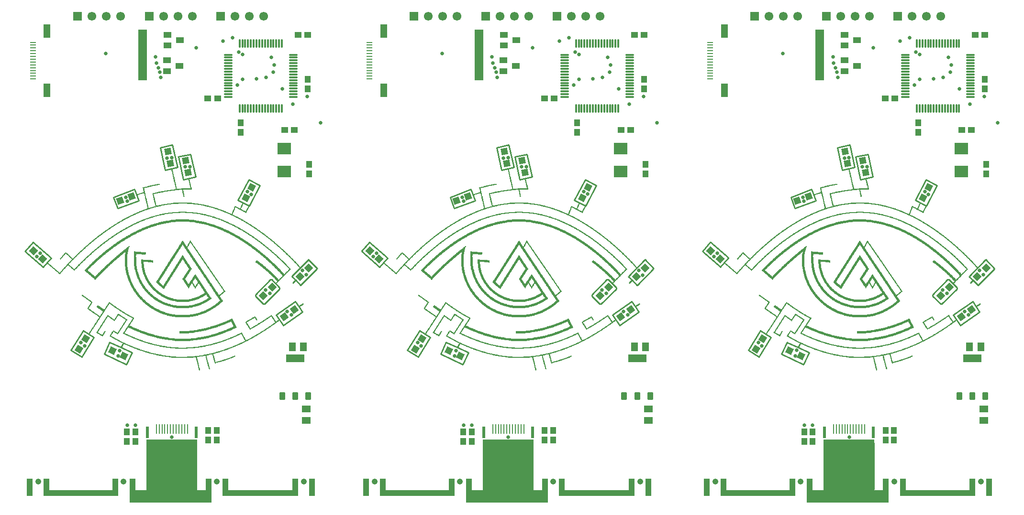
<source format=gts>
G04*
G04 #@! TF.GenerationSoftware,Altium Limited,Altium Designer,23.6.0 (18)*
G04*
G04 Layer_Color=8388736*
%FSLAX44Y44*%
%MOMM*%
G71*
G04*
G04 #@! TF.SameCoordinates,4061A6F7-F738-458C-8749-E02376798AA4*
G04*
G04*
G04 #@! TF.FilePolarity,Negative*
G04*
G01*
G75*
%ADD33C,0.2540*%
%ADD49R,2.4508X2.0508*%
%ADD50R,1.0508X0.2508*%
%ADD51R,1.2508X2.4508*%
%ADD52O,1.5508X0.3508*%
%ADD53O,0.3508X1.5508*%
G04:AMPARAMS|DCode=54|XSize=0.9808mm|YSize=1.3608mm|CornerRadius=0.0952mm|HoleSize=0mm|Usage=FLASHONLY|Rotation=360.000|XOffset=0mm|YOffset=0mm|HoleType=Round|Shape=RoundedRectangle|*
%AMROUNDEDRECTD54*
21,1,0.9808,1.1705,0,0,360.0*
21,1,0.7905,1.3608,0,0,360.0*
1,1,0.1903,0.3953,-0.5853*
1,1,0.1903,-0.3953,-0.5853*
1,1,0.1903,-0.3953,0.5853*
1,1,0.1903,0.3953,0.5853*
%
%ADD54ROUNDEDRECTD54*%
G04:AMPARAMS|DCode=55|XSize=3.2908mm|YSize=1.3608mm|CornerRadius=0.1237mm|HoleSize=0mm|Usage=FLASHONLY|Rotation=360.000|XOffset=0mm|YOffset=0mm|HoleType=Round|Shape=RoundedRectangle|*
%AMROUNDEDRECTD55*
21,1,3.2908,1.1135,0,0,360.0*
21,1,3.0435,1.3608,0,0,360.0*
1,1,0.2473,1.5218,-0.5568*
1,1,0.2473,-1.5218,-0.5568*
1,1,0.2473,-1.5218,0.5568*
1,1,0.2473,1.5218,0.5568*
%
%ADD55ROUNDEDRECTD55*%
%ADD56R,1.2508X1.6508*%
%ADD57R,1.6508X1.2508*%
%ADD58R,1.0508X1.1508*%
%ADD59R,1.1508X1.0508*%
%ADD60P,1.6275X4X107.0*%
%ADD61P,1.6275X4X327.0*%
%ADD62P,1.6275X4X65.0*%
%ADD63P,1.6275X4X364.0*%
%ADD64P,1.6275X4X283.0*%
%ADD65P,1.6275X4X200.0*%
%ADD66P,1.6275X4X260.0*%
%ADD67P,1.6275X4X270.0*%
%ADD68R,1.4508X1.0508*%
%ADD69R,0.2508X1.7508*%
%ADD70C,1.0508*%
%ADD71R,1.5508X9.0508*%
%ADD72R,9.0508X2.0508*%
%ADD73R,9.0508X1.0508*%
%ADD74R,1.0508X3.0508*%
%ADD75O,1.0508X9.0508*%
%ADD76C,1.5508*%
%ADD77R,1.5508X1.5508*%
%ADD78O,9.0508X1.0508*%
%ADD79R,0.6208X2.0508*%
%ADD80R,9.0508X9.0508*%
%ADD81C,0.6508*%
G36*
X876552Y1788582D02*
X877014D01*
Y1786731D01*
X877477D01*
Y1784880D01*
X877940D01*
Y1782567D01*
X878402D01*
Y1780716D01*
X878865D01*
Y1778403D01*
X879328D01*
Y1776552D01*
X879791D01*
Y1774701D01*
X880253D01*
Y1772850D01*
X880716D01*
Y1770537D01*
X881179D01*
Y1768686D01*
X881641D01*
Y1766372D01*
X882104D01*
Y1764522D01*
X882567D01*
Y1762671D01*
X883029D01*
Y1760357D01*
X883492D01*
Y1758506D01*
X883955D01*
Y1756656D01*
X884418D01*
Y1754342D01*
X884880D01*
Y1753880D01*
X887656D01*
Y1754342D01*
X892746D01*
Y1754805D01*
X900612D01*
Y1755268D01*
X908478D01*
Y1756656D01*
X908015D01*
Y1758969D01*
X907552D01*
Y1760357D01*
X907090D01*
Y1762671D01*
X906627D01*
Y1764522D01*
X906164D01*
Y1766372D01*
X905702D01*
Y1768223D01*
X905239D01*
Y1770074D01*
X904776D01*
Y1771925D01*
X906164D01*
Y1772387D01*
X906627D01*
Y1770999D01*
X907090D01*
Y1769149D01*
X907552D01*
Y1767298D01*
X908015D01*
Y1765447D01*
X908478D01*
Y1763596D01*
X908941D01*
Y1761745D01*
X909403D01*
Y1759895D01*
X909866D01*
Y1758044D01*
X910329D01*
Y1756193D01*
X910791D01*
Y1754342D01*
X911254D01*
Y1752954D01*
X895985D01*
Y1750178D01*
X896448D01*
Y1747865D01*
X896910D01*
Y1745551D01*
X897373D01*
Y1743238D01*
X897836D01*
Y1740924D01*
X898298D01*
Y1739536D01*
X895985D01*
Y1741850D01*
X895522D01*
Y1744163D01*
X895060D01*
Y1746476D01*
X894597D01*
Y1748790D01*
X894134D01*
Y1751566D01*
X893671D01*
Y1752491D01*
X889507D01*
Y1752029D01*
X885343D01*
Y1751566D01*
X881641D01*
Y1751103D01*
X877940D01*
Y1750641D01*
X874701D01*
Y1750178D01*
X871462D01*
Y1749715D01*
X868686D01*
Y1749253D01*
X865447D01*
Y1748790D01*
X863133D01*
Y1748327D01*
X860357D01*
Y1747865D01*
X858044D01*
Y1747402D01*
X855268D01*
Y1746939D01*
X852954D01*
Y1746476D01*
X850641D01*
Y1746014D01*
X848790D01*
Y1745551D01*
X846939D01*
Y1745088D01*
X845088D01*
Y1744626D01*
X843700D01*
Y1743238D01*
X844163D01*
Y1741387D01*
X844626D01*
Y1739536D01*
X845088D01*
Y1737685D01*
X845551D01*
Y1735834D01*
X846014D01*
Y1733521D01*
X846477D01*
Y1731670D01*
X846939D01*
Y1729357D01*
X847402D01*
Y1727506D01*
X847865D01*
Y1725655D01*
X848327D01*
Y1724267D01*
X850641D01*
Y1724730D01*
X852492D01*
Y1725192D01*
X854342D01*
Y1725655D01*
X856656D01*
Y1726118D01*
X858969D01*
Y1726581D01*
X861283D01*
Y1727043D01*
X863596D01*
Y1727506D01*
X866835D01*
Y1727969D01*
X869611D01*
Y1728431D01*
X873775D01*
Y1728894D01*
X878402D01*
Y1729357D01*
X883955D01*
Y1729819D01*
X905702D01*
Y1729357D01*
X911254D01*
Y1728894D01*
X915881D01*
Y1728431D01*
X919583D01*
Y1727969D01*
X922821D01*
Y1727506D01*
X925598D01*
Y1727043D01*
X928374D01*
Y1726581D01*
X930687D01*
Y1726118D01*
X933001D01*
Y1725655D01*
X934852D01*
Y1725192D01*
X936702D01*
Y1724730D01*
X939016D01*
Y1724267D01*
X940866D01*
Y1723804D01*
X942717D01*
Y1723342D01*
X944105D01*
Y1722879D01*
X945956D01*
Y1722416D01*
X947807D01*
Y1721954D01*
X949195D01*
Y1721491D01*
X950583D01*
Y1721028D01*
X951971D01*
Y1720565D01*
X953822D01*
Y1720103D01*
X955210D01*
Y1719640D01*
X956598D01*
Y1719177D01*
X957986D01*
Y1718715D01*
X958912D01*
Y1718252D01*
X960300D01*
Y1717789D01*
X961688D01*
Y1717327D01*
X963076D01*
Y1716864D01*
X964464D01*
Y1716401D01*
X965389D01*
Y1715939D01*
X966777D01*
Y1715476D01*
X967703D01*
Y1715013D01*
X969091D01*
Y1714550D01*
X970016D01*
Y1714088D01*
X971404D01*
Y1713625D01*
X972330D01*
Y1713162D01*
X973718D01*
Y1712700D01*
X974643D01*
Y1712237D01*
X975569D01*
Y1711774D01*
X976494D01*
Y1711311D01*
X977882D01*
Y1710849D01*
X978808D01*
Y1710386D01*
X979733D01*
Y1709923D01*
X980658D01*
Y1709461D01*
X981584D01*
Y1709923D01*
X982047D01*
Y1711311D01*
X982509D01*
Y1712700D01*
X982972D01*
Y1713625D01*
X983435D01*
Y1715013D01*
X983897D01*
Y1715939D01*
X984360D01*
Y1717327D01*
X984823D01*
Y1718252D01*
X985285D01*
Y1719640D01*
X985748D01*
Y1721028D01*
X986211D01*
Y1721954D01*
X986674D01*
Y1723342D01*
X987136D01*
Y1723804D01*
X988524D01*
Y1723342D01*
X989450D01*
Y1722879D01*
X989912D01*
Y1722416D01*
X991300D01*
Y1721954D01*
X991763D01*
Y1721491D01*
X992689D01*
Y1721028D01*
X993614D01*
Y1720565D01*
X994077D01*
Y1720103D01*
X995002D01*
Y1719640D01*
X996853D01*
Y1720565D01*
X997316D01*
Y1721954D01*
X997778D01*
Y1722879D01*
X998241D01*
Y1723804D01*
X998704D01*
Y1725192D01*
X999166D01*
Y1726118D01*
X999629D01*
Y1727043D01*
X1000092D01*
Y1727969D01*
X1000554D01*
Y1728894D01*
X1001017D01*
Y1729357D01*
X1001480D01*
Y1728894D01*
X1002405D01*
Y1727043D01*
X1001942D01*
Y1726118D01*
X1001480D01*
Y1725192D01*
X1001017D01*
Y1724267D01*
X1000554D01*
Y1722879D01*
X1000092D01*
Y1721954D01*
X999629D01*
Y1721028D01*
X999166D01*
Y1720103D01*
X998704D01*
Y1718715D01*
X998241D01*
Y1718252D01*
X998704D01*
Y1717789D01*
X999629D01*
Y1717327D01*
X1000092D01*
Y1716864D01*
X1001017D01*
Y1716401D01*
X1002405D01*
Y1715939D01*
X1002868D01*
Y1715476D01*
X1003793D01*
Y1715013D01*
X1004719D01*
Y1714550D01*
X1005644D01*
Y1714088D01*
X1006569D01*
Y1715013D01*
X1007032D01*
Y1715939D01*
X1007495D01*
Y1716864D01*
X1007958D01*
Y1717789D01*
X1008420D01*
Y1718715D01*
X1008883D01*
Y1719640D01*
X1009346D01*
Y1720565D01*
X1009808D01*
Y1721491D01*
X1010271D01*
Y1722416D01*
X1010734D01*
Y1723342D01*
X1011196D01*
Y1724267D01*
X1011659D01*
Y1725192D01*
X1012122D01*
Y1726118D01*
X1012585D01*
Y1726581D01*
X1013972D01*
Y1726118D01*
X1014435D01*
Y1725192D01*
X1013972D01*
Y1724267D01*
X1013510D01*
Y1723342D01*
X1013047D01*
Y1722416D01*
X1012585D01*
Y1721491D01*
X1012122D01*
Y1720565D01*
X1011659D01*
Y1719640D01*
X1011196D01*
Y1718715D01*
X1010734D01*
Y1717789D01*
X1010271D01*
Y1716864D01*
X1009808D01*
Y1715939D01*
X1009346D01*
Y1715013D01*
X1008883D01*
Y1714088D01*
X1008420D01*
Y1713162D01*
X1007958D01*
Y1712237D01*
X1007495D01*
Y1711311D01*
X1006107D01*
Y1711774D01*
X1005644D01*
Y1712237D01*
X1004719D01*
Y1712700D01*
X1003793D01*
Y1713162D01*
X1002868D01*
Y1713625D01*
X1001942D01*
Y1714088D01*
X1001017D01*
Y1714550D01*
X1000092D01*
Y1715013D01*
X999166D01*
Y1715476D01*
X998704D01*
Y1715939D01*
X997778D01*
Y1716401D01*
X996853D01*
Y1716864D01*
X995927D01*
Y1717327D01*
X995002D01*
Y1717789D01*
X994077D01*
Y1718252D01*
X993614D01*
Y1718715D01*
X992689D01*
Y1719177D01*
X991763D01*
Y1719640D01*
X990838D01*
Y1720103D01*
X989912D01*
Y1720565D01*
X988987D01*
Y1721028D01*
X988062D01*
Y1720103D01*
X987599D01*
Y1718715D01*
X987136D01*
Y1717327D01*
X986674D01*
Y1716401D01*
X986211D01*
Y1715013D01*
X985748D01*
Y1714088D01*
X985285D01*
Y1712700D01*
X984823D01*
Y1711774D01*
X984360D01*
Y1710386D01*
X983897D01*
Y1709461D01*
X983435D01*
Y1708535D01*
X983897D01*
Y1708073D01*
X984823D01*
Y1707610D01*
X985748D01*
Y1707147D01*
X986674D01*
Y1706685D01*
X987599D01*
Y1706222D01*
X988524D01*
Y1705759D01*
X989450D01*
Y1705296D01*
X990375D01*
Y1704834D01*
X991300D01*
Y1704371D01*
X992226D01*
Y1703908D01*
X993151D01*
Y1703446D01*
X994077D01*
Y1702983D01*
X995002D01*
Y1702520D01*
X995465D01*
Y1702058D01*
X996390D01*
Y1701595D01*
X997316D01*
Y1701132D01*
X998241D01*
Y1700670D01*
X999166D01*
Y1700207D01*
X1000092D01*
Y1699744D01*
X1000554D01*
Y1699281D01*
X1001480D01*
Y1698819D01*
X1002405D01*
Y1698356D01*
X1002868D01*
Y1697893D01*
X1003793D01*
Y1697431D01*
X1004719D01*
Y1696968D01*
X1005644D01*
Y1696505D01*
X1006107D01*
Y1696043D01*
X1007032D01*
Y1695580D01*
X1007958D01*
Y1695117D01*
X1008883D01*
Y1694654D01*
X1009346D01*
Y1694192D01*
X1010271D01*
Y1693729D01*
X1010734D01*
Y1693266D01*
X1011659D01*
Y1692804D01*
X1012122D01*
Y1692341D01*
X1013047D01*
Y1691878D01*
X1013972D01*
Y1691416D01*
X1014898D01*
Y1690953D01*
X1015361D01*
Y1690490D01*
X1016286D01*
Y1690027D01*
X1016749D01*
Y1689565D01*
X1017674D01*
Y1689102D01*
X1018137D01*
Y1688639D01*
X1019062D01*
Y1688177D01*
X1019525D01*
Y1687714D01*
X1020450D01*
Y1687251D01*
X1020913D01*
Y1686789D01*
X1021838D01*
Y1686326D01*
X1022764D01*
Y1685863D01*
X1023226D01*
Y1685401D01*
X1023689D01*
Y1684938D01*
X1024615D01*
Y1684475D01*
X1025077D01*
Y1684012D01*
X1026003D01*
Y1683550D01*
X1026465D01*
Y1683087D01*
X1027391D01*
Y1682624D01*
X1027853D01*
Y1682162D01*
X1028316D01*
Y1681699D01*
X1029241D01*
Y1681236D01*
X1029704D01*
Y1680774D01*
X1030630D01*
Y1680311D01*
X1031092D01*
Y1679848D01*
X1032018D01*
Y1679386D01*
X1032480D01*
Y1678923D01*
X1033406D01*
Y1678460D01*
X1033868D01*
Y1677997D01*
X1034331D01*
Y1677535D01*
X1035257D01*
Y1677072D01*
X1035719D01*
Y1676609D01*
X1036182D01*
Y1676147D01*
X1037107D01*
Y1675684D01*
X1037570D01*
Y1675221D01*
X1038033D01*
Y1674758D01*
X1038958D01*
Y1674296D01*
X1039421D01*
Y1673833D01*
X1039883D01*
Y1673370D01*
X1040809D01*
Y1672908D01*
X1041272D01*
Y1672445D01*
X1041734D01*
Y1671982D01*
X1042660D01*
Y1671520D01*
X1043122D01*
Y1671057D01*
X1043585D01*
Y1670594D01*
X1044510D01*
Y1670132D01*
X1044973D01*
Y1669669D01*
X1045436D01*
Y1669206D01*
X1045899D01*
Y1668743D01*
X1046824D01*
Y1668281D01*
X1047287D01*
Y1667818D01*
X1047749D01*
Y1667355D01*
X1048212D01*
Y1666893D01*
X1049137D01*
Y1666430D01*
X1049600D01*
Y1665967D01*
X1050063D01*
Y1665505D01*
X1050526D01*
Y1665042D01*
X1051451D01*
Y1664579D01*
X1051914D01*
Y1664117D01*
X1052376D01*
Y1663654D01*
X1052839D01*
Y1663191D01*
X1053764D01*
Y1662728D01*
X1054227D01*
Y1662266D01*
X1054690D01*
Y1661803D01*
X1055153D01*
Y1661340D01*
X1056078D01*
Y1660878D01*
X1056541D01*
Y1660415D01*
X1057003D01*
Y1659952D01*
X1057466D01*
Y1659489D01*
X1057929D01*
Y1659027D01*
X1058391D01*
Y1658564D01*
X1058854D01*
Y1658102D01*
X1059780D01*
Y1657639D01*
X1060242D01*
Y1657176D01*
X1060705D01*
Y1656713D01*
X1061168D01*
Y1656251D01*
X1061630D01*
Y1655788D01*
X1062093D01*
Y1655325D01*
X1063018D01*
Y1654863D01*
X1063481D01*
Y1654400D01*
X1063944D01*
Y1653937D01*
X1064407D01*
Y1653474D01*
X1064869D01*
Y1653012D01*
X1065332D01*
Y1652549D01*
X1066257D01*
Y1652086D01*
X1066720D01*
Y1651624D01*
X1067183D01*
Y1651161D01*
X1067645D01*
Y1650698D01*
X1068108D01*
Y1650236D01*
X1068571D01*
Y1649773D01*
X1069033D01*
Y1649310D01*
X1069496D01*
Y1648848D01*
X1069959D01*
Y1648385D01*
X1070422D01*
Y1647922D01*
X1071347D01*
Y1647459D01*
X1071810D01*
Y1646997D01*
X1072272D01*
Y1646534D01*
X1072735D01*
Y1646071D01*
X1073198D01*
Y1645609D01*
X1073660D01*
Y1645146D01*
X1074123D01*
Y1644683D01*
X1074586D01*
Y1644221D01*
X1075048D01*
Y1643758D01*
X1075974D01*
Y1642832D01*
X1076437D01*
Y1642370D01*
X1076899D01*
Y1641907D01*
X1077825D01*
Y1641444D01*
X1078287D01*
Y1640982D01*
X1078750D01*
Y1640519D01*
X1079213D01*
Y1640056D01*
X1079675D01*
Y1639594D01*
X1080138D01*
Y1639131D01*
X1080601D01*
Y1638668D01*
X1081064D01*
Y1638206D01*
X1081526D01*
Y1637743D01*
X1081989D01*
Y1637280D01*
X1082452D01*
Y1636817D01*
X1082914D01*
Y1636355D01*
X1083377D01*
Y1635892D01*
X1083840D01*
Y1635429D01*
X1084302D01*
Y1634967D01*
X1084765D01*
Y1634504D01*
X1085228D01*
Y1634041D01*
X1085691D01*
Y1633578D01*
X1086153D01*
Y1633116D01*
X1086616D01*
Y1632653D01*
X1087079D01*
Y1632191D01*
X1087541D01*
Y1631728D01*
X1088004D01*
Y1631265D01*
X1088467D01*
Y1630802D01*
X1088929D01*
Y1630340D01*
X1089392D01*
Y1629877D01*
X1089855D01*
Y1629414D01*
X1090317D01*
Y1628952D01*
X1090780D01*
Y1628489D01*
X1091243D01*
Y1628026D01*
X1091705D01*
Y1627563D01*
X1092168D01*
Y1627101D01*
X1092631D01*
Y1626638D01*
X1093094D01*
Y1626175D01*
X1093556D01*
Y1625713D01*
X1094019D01*
Y1625250D01*
X1094482D01*
Y1624787D01*
X1094944D01*
Y1624325D01*
X1095407D01*
Y1623862D01*
X1095870D01*
Y1622937D01*
X1096332D01*
Y1622474D01*
X1096795D01*
Y1622011D01*
X1097258D01*
Y1621548D01*
X1097721D01*
Y1621086D01*
X1098183D01*
Y1620623D01*
X1098646D01*
Y1620160D01*
X1099109D01*
Y1619698D01*
X1099571D01*
Y1619235D01*
X1100034D01*
Y1618772D01*
X1100497D01*
Y1617847D01*
X1100959D01*
Y1617384D01*
X1101422D01*
Y1616922D01*
X1101885D01*
Y1616459D01*
X1102348D01*
Y1615996D01*
X1102810D01*
Y1615533D01*
X1103273D01*
Y1614608D01*
X1102810D01*
Y1614145D01*
X1102348D01*
Y1613683D01*
X1101885D01*
Y1614145D01*
X1101422D01*
Y1614608D01*
X1100959D01*
Y1615071D01*
X1100497D01*
Y1615533D01*
X1100034D01*
Y1615996D01*
X1099571D01*
Y1616459D01*
X1099109D01*
Y1616922D01*
X1098646D01*
Y1617847D01*
X1098183D01*
Y1618310D01*
X1097721D01*
Y1618772D01*
X1097258D01*
Y1619235D01*
X1096795D01*
Y1619698D01*
X1096332D01*
Y1620160D01*
X1095870D01*
Y1620623D01*
X1095407D01*
Y1621086D01*
X1094944D01*
Y1621548D01*
X1094482D01*
Y1622011D01*
X1094019D01*
Y1622474D01*
X1093556D01*
Y1622937D01*
X1093094D01*
Y1623399D01*
X1092631D01*
Y1623862D01*
X1092168D01*
Y1624325D01*
X1091705D01*
Y1624787D01*
X1091243D01*
Y1625250D01*
X1090780D01*
Y1625713D01*
X1090317D01*
Y1626175D01*
X1089855D01*
Y1626638D01*
X1089392D01*
Y1627101D01*
X1088929D01*
Y1628026D01*
X1088467D01*
Y1628489D01*
X1088004D01*
Y1628952D01*
X1087541D01*
Y1629414D01*
X1087079D01*
Y1629877D01*
X1086616D01*
Y1630340D01*
X1086153D01*
Y1630802D01*
X1085691D01*
Y1631265D01*
X1085228D01*
Y1631728D01*
X1084765D01*
Y1632191D01*
X1084302D01*
Y1632653D01*
X1083840D01*
Y1633116D01*
X1083377D01*
Y1633578D01*
X1082914D01*
Y1634041D01*
X1082452D01*
Y1634504D01*
X1081989D01*
Y1634967D01*
X1081526D01*
Y1635429D01*
X1081064D01*
Y1635892D01*
X1080601D01*
Y1636355D01*
X1080138D01*
Y1636817D01*
X1079213D01*
Y1637280D01*
X1078750D01*
Y1637743D01*
X1078287D01*
Y1638206D01*
X1077825D01*
Y1638668D01*
X1077362D01*
Y1639131D01*
X1076899D01*
Y1639594D01*
X1076437D01*
Y1640056D01*
X1075974D01*
Y1640519D01*
X1075511D01*
Y1640982D01*
X1075048D01*
Y1641444D01*
X1074586D01*
Y1641907D01*
X1074123D01*
Y1642370D01*
X1073660D01*
Y1642832D01*
X1073198D01*
Y1643295D01*
X1072735D01*
Y1643758D01*
X1072272D01*
Y1644221D01*
X1071810D01*
Y1644683D01*
X1071347D01*
Y1645146D01*
X1070422D01*
Y1645609D01*
X1069959D01*
Y1646071D01*
X1069496D01*
Y1646534D01*
X1069033D01*
Y1646997D01*
X1068571D01*
Y1647459D01*
X1068108D01*
Y1647922D01*
X1067645D01*
Y1648385D01*
X1067183D01*
Y1648848D01*
X1066720D01*
Y1649310D01*
X1065795D01*
Y1649773D01*
X1065332D01*
Y1650236D01*
X1064869D01*
Y1650698D01*
X1064407D01*
Y1651161D01*
X1063944D01*
Y1651624D01*
X1063481D01*
Y1652086D01*
X1063018D01*
Y1652549D01*
X1062556D01*
Y1653012D01*
X1062093D01*
Y1653474D01*
X1061168D01*
Y1653937D01*
X1060705D01*
Y1654400D01*
X1060242D01*
Y1654863D01*
X1059780D01*
Y1655325D01*
X1059317D01*
Y1655788D01*
X1058391D01*
Y1656251D01*
X1057929D01*
Y1656713D01*
X1057466D01*
Y1657176D01*
X1057003D01*
Y1657639D01*
X1056541D01*
Y1658102D01*
X1056078D01*
Y1658564D01*
X1055615D01*
Y1659027D01*
X1054690D01*
Y1659489D01*
X1054227D01*
Y1659952D01*
X1053764D01*
Y1660415D01*
X1053302D01*
Y1660878D01*
X1052376D01*
Y1661340D01*
X1051914D01*
Y1661803D01*
X1051451D01*
Y1662266D01*
X1050988D01*
Y1662728D01*
X1050526D01*
Y1663191D01*
X1049600D01*
Y1663654D01*
X1049137D01*
Y1664117D01*
X1048675D01*
Y1664579D01*
X1048212D01*
Y1665042D01*
X1047287D01*
Y1665505D01*
X1046824D01*
Y1665967D01*
X1046361D01*
Y1666430D01*
X1045436D01*
Y1666893D01*
X1044973D01*
Y1667355D01*
X1044510D01*
Y1667818D01*
X1044048D01*
Y1668281D01*
X1043585D01*
Y1668743D01*
X1042660D01*
Y1669206D01*
X1042197D01*
Y1669669D01*
X1041734D01*
Y1670132D01*
X1040809D01*
Y1670594D01*
X1040346D01*
Y1671057D01*
X1039883D01*
Y1671520D01*
X1038958D01*
Y1671982D01*
X1038495D01*
Y1672445D01*
X1038033D01*
Y1672908D01*
X1037107D01*
Y1673370D01*
X1036645D01*
Y1673833D01*
X1035719D01*
Y1674296D01*
X1035257D01*
Y1674758D01*
X1034794D01*
Y1675221D01*
X1034331D01*
Y1675684D01*
X1033406D01*
Y1676147D01*
X1032943D01*
Y1676609D01*
X1032018D01*
Y1677072D01*
X1031555D01*
Y1677535D01*
X1031092D01*
Y1677997D01*
X1030167D01*
Y1678460D01*
X1029704D01*
Y1678923D01*
X1028779D01*
Y1679386D01*
X1028316D01*
Y1679848D01*
X1027391D01*
Y1680311D01*
X1026928D01*
Y1680774D01*
X1026003D01*
Y1681236D01*
X1025540D01*
Y1681699D01*
X1025077D01*
Y1682162D01*
X1024152D01*
Y1682624D01*
X1023689D01*
Y1683087D01*
X1022764D01*
Y1683550D01*
X1022301D01*
Y1684012D01*
X1021376D01*
Y1684475D01*
X1020913D01*
Y1684938D01*
X1019988D01*
Y1685401D01*
X1019525D01*
Y1685863D01*
X1018599D01*
Y1686326D01*
X1018137D01*
Y1686789D01*
X1017211D01*
Y1687251D01*
X1016749D01*
Y1687714D01*
X1015823D01*
Y1688177D01*
X1015361D01*
Y1688639D01*
X1014435D01*
Y1689102D01*
X1013510D01*
Y1689565D01*
X1013047D01*
Y1690027D01*
X1012122D01*
Y1690490D01*
X1011659D01*
Y1690953D01*
X1010734D01*
Y1691416D01*
X1009808D01*
Y1691878D01*
X1009346D01*
Y1692341D01*
X1008420D01*
Y1692804D01*
X1007495D01*
Y1693266D01*
X1007032D01*
Y1693729D01*
X1006107D01*
Y1694192D01*
X1005644D01*
Y1694654D01*
X1004719D01*
Y1695117D01*
X1003793D01*
Y1695580D01*
X1002868D01*
Y1696043D01*
X1002405D01*
Y1696505D01*
X1001480D01*
Y1696968D01*
X1000554D01*
Y1697431D01*
X999629D01*
Y1697893D01*
X998704D01*
Y1698356D01*
X998241D01*
Y1698819D01*
X997316D01*
Y1699281D01*
X996390D01*
Y1699744D01*
X995465D01*
Y1700207D01*
X994539D01*
Y1700670D01*
X993614D01*
Y1701132D01*
X993151D01*
Y1701595D01*
X992226D01*
Y1702058D01*
X991300D01*
Y1702520D01*
X990375D01*
Y1702983D01*
X989450D01*
Y1703446D01*
X988524D01*
Y1703908D01*
X987599D01*
Y1704371D01*
X986674D01*
Y1704834D01*
X985748D01*
Y1705296D01*
X984823D01*
Y1705759D01*
X983897D01*
Y1706222D01*
X982972D01*
Y1706685D01*
X982047D01*
Y1707147D01*
X980658D01*
Y1707610D01*
X979733D01*
Y1708073D01*
X978808D01*
Y1708535D01*
X977882D01*
Y1708998D01*
X976957D01*
Y1709461D01*
X975569D01*
Y1709923D01*
X974643D01*
Y1710386D01*
X973718D01*
Y1710849D01*
X972793D01*
Y1711311D01*
X971404D01*
Y1711774D01*
X970479D01*
Y1712237D01*
X969091D01*
Y1712700D01*
X968166D01*
Y1713162D01*
X966777D01*
Y1713625D01*
X965389D01*
Y1714088D01*
X964464D01*
Y1714550D01*
X963076D01*
Y1715013D01*
X962151D01*
Y1715476D01*
X960762D01*
Y1715939D01*
X959374D01*
Y1716401D01*
X957986D01*
Y1716864D01*
X956598D01*
Y1717327D01*
X955673D01*
Y1717789D01*
X954285D01*
Y1718252D01*
X952897D01*
Y1718715D01*
X951046D01*
Y1719177D01*
X949658D01*
Y1719640D01*
X948270D01*
Y1720103D01*
X946882D01*
Y1720565D01*
X945031D01*
Y1721028D01*
X943180D01*
Y1721491D01*
X941329D01*
Y1721954D01*
X939478D01*
Y1722416D01*
X937628D01*
Y1722879D01*
X935777D01*
Y1723342D01*
X933926D01*
Y1723804D01*
X931613D01*
Y1724267D01*
X929299D01*
Y1724730D01*
X926986D01*
Y1725192D01*
X924210D01*
Y1725655D01*
X921433D01*
Y1726118D01*
X918194D01*
Y1726581D01*
X914030D01*
Y1727043D01*
X909866D01*
Y1727506D01*
X902463D01*
Y1727969D01*
X887656D01*
Y1727506D01*
X880253D01*
Y1727043D01*
X875164D01*
Y1726581D01*
X871462D01*
Y1726118D01*
X868223D01*
Y1725655D01*
X865447D01*
Y1725192D01*
X862671D01*
Y1724730D01*
X860357D01*
Y1724267D01*
X858044D01*
Y1723804D01*
X855730D01*
Y1723342D01*
X853880D01*
Y1722879D01*
X851566D01*
Y1722416D01*
X849715D01*
Y1721954D01*
X847865D01*
Y1721491D01*
X846477D01*
Y1721028D01*
X844626D01*
Y1720565D01*
X843238D01*
Y1720103D01*
X841387D01*
Y1719640D01*
X839536D01*
Y1719177D01*
X838148D01*
Y1718715D01*
X836760D01*
Y1718252D01*
X835372D01*
Y1717789D01*
X833984D01*
Y1717327D01*
X832596D01*
Y1716864D01*
X831208D01*
Y1716401D01*
X829819D01*
Y1715939D01*
X828431D01*
Y1715476D01*
X827506D01*
Y1715013D01*
X826118D01*
Y1714550D01*
X825192D01*
Y1714088D01*
X823804D01*
Y1713625D01*
X822416D01*
Y1713162D01*
X821491D01*
Y1712700D01*
X820103D01*
Y1712237D01*
X819177D01*
Y1711774D01*
X818252D01*
Y1711311D01*
X816864D01*
Y1710849D01*
X815938D01*
Y1710386D01*
X814550D01*
Y1709923D01*
X813625D01*
Y1709461D01*
X812700D01*
Y1708998D01*
X811774D01*
Y1708535D01*
X810849D01*
Y1708073D01*
X809923D01*
Y1707610D01*
X808535D01*
Y1707147D01*
X807610D01*
Y1706685D01*
X806685D01*
Y1706222D01*
X805759D01*
Y1705759D01*
X804834D01*
Y1705296D01*
X803908D01*
Y1704834D01*
X802983D01*
Y1704371D01*
X802058D01*
Y1703908D01*
X801132D01*
Y1703446D01*
X800207D01*
Y1702983D01*
X799281D01*
Y1702520D01*
X798356D01*
Y1702058D01*
X797431D01*
Y1701595D01*
X796505D01*
Y1701132D01*
X795580D01*
Y1700670D01*
X794654D01*
Y1700207D01*
X793729D01*
Y1699744D01*
X793266D01*
Y1699281D01*
X792341D01*
Y1698819D01*
X791416D01*
Y1698356D01*
X790490D01*
Y1697893D01*
X789565D01*
Y1697431D01*
X789102D01*
Y1696968D01*
X788177D01*
Y1696505D01*
X787251D01*
Y1696043D01*
X786326D01*
Y1695580D01*
X785401D01*
Y1695117D01*
X784938D01*
Y1694654D01*
X784013D01*
Y1694192D01*
X783550D01*
Y1693729D01*
X782624D01*
Y1693266D01*
X781699D01*
Y1692804D01*
X781236D01*
Y1692341D01*
X780311D01*
Y1691878D01*
X779386D01*
Y1691416D01*
X778460D01*
Y1690953D01*
X777997D01*
Y1690490D01*
X777072D01*
Y1690027D01*
X776609D01*
Y1689565D01*
X775684D01*
Y1689102D01*
X774759D01*
Y1688639D01*
X774296D01*
Y1688177D01*
X773371D01*
Y1687714D01*
X772908D01*
Y1687251D01*
X771982D01*
Y1686789D01*
X771520D01*
Y1686326D01*
X770594D01*
Y1685863D01*
X770132D01*
Y1685401D01*
X769206D01*
Y1684938D01*
X768744D01*
Y1684475D01*
X767818D01*
Y1684012D01*
X767355D01*
Y1683550D01*
X766430D01*
Y1683087D01*
X765967D01*
Y1682624D01*
X765042D01*
Y1682162D01*
X764579D01*
Y1681699D01*
X763654D01*
Y1681236D01*
X763191D01*
Y1680774D01*
X762266D01*
Y1680311D01*
X761803D01*
Y1679848D01*
X761340D01*
Y1679386D01*
X760415D01*
Y1678923D01*
X759952D01*
Y1678460D01*
X759027D01*
Y1677997D01*
X758564D01*
Y1677535D01*
X758102D01*
Y1677072D01*
X757176D01*
Y1676609D01*
X756713D01*
Y1676147D01*
X755788D01*
Y1675684D01*
X755325D01*
Y1675221D01*
X754400D01*
Y1674758D01*
X753937D01*
Y1674296D01*
X753475D01*
Y1673833D01*
X753012D01*
Y1673370D01*
X752086D01*
Y1672908D01*
X751624D01*
Y1672445D01*
X751161D01*
Y1671982D01*
X750236D01*
Y1671520D01*
X749773D01*
Y1671057D01*
X749310D01*
Y1670594D01*
X748385D01*
Y1670132D01*
X747922D01*
Y1669669D01*
X747459D01*
Y1669206D01*
X746997D01*
Y1668743D01*
X746071D01*
Y1668281D01*
X745609D01*
Y1667818D01*
X744683D01*
Y1667355D01*
X744221D01*
Y1666893D01*
X743758D01*
Y1666430D01*
X743295D01*
Y1665967D01*
X742370D01*
Y1665505D01*
X741907D01*
Y1665042D01*
X741444D01*
Y1664579D01*
X740982D01*
Y1664117D01*
X740056D01*
Y1663654D01*
X739594D01*
Y1663191D01*
X739131D01*
Y1662728D01*
X738668D01*
Y1662266D01*
X738205D01*
Y1661803D01*
X737280D01*
Y1661340D01*
X736817D01*
Y1660878D01*
X736355D01*
Y1660415D01*
X735892D01*
Y1659952D01*
X735429D01*
Y1659489D01*
X734504D01*
Y1659027D01*
X734041D01*
Y1658564D01*
X733579D01*
Y1658102D01*
X733116D01*
Y1657639D01*
X732190D01*
Y1657176D01*
X731728D01*
Y1656713D01*
X731265D01*
Y1656251D01*
X730802D01*
Y1655788D01*
X730340D01*
Y1655325D01*
X729877D01*
Y1654863D01*
X729414D01*
Y1654400D01*
X728489D01*
Y1653937D01*
X728026D01*
Y1653474D01*
X727563D01*
Y1653012D01*
X727101D01*
Y1652549D01*
X726638D01*
Y1652086D01*
X726175D01*
Y1651624D01*
X725250D01*
Y1651161D01*
X724787D01*
Y1650698D01*
X724325D01*
Y1650236D01*
X723862D01*
Y1649773D01*
X723399D01*
Y1649310D01*
X722937D01*
Y1648848D01*
X722474D01*
Y1648385D01*
X722011D01*
Y1647922D01*
X721548D01*
Y1647459D01*
X720623D01*
Y1646997D01*
X720160D01*
Y1646534D01*
X719698D01*
Y1646071D01*
X719235D01*
Y1645609D01*
X718772D01*
Y1645146D01*
X718310D01*
Y1644683D01*
X717847D01*
Y1644221D01*
X717384D01*
Y1643758D01*
X716921D01*
Y1643295D01*
X716459D01*
Y1642832D01*
X715996D01*
Y1642370D01*
X715533D01*
Y1641907D01*
X714608D01*
Y1641444D01*
X714145D01*
Y1640982D01*
X713683D01*
Y1640519D01*
X713220D01*
Y1640056D01*
X712757D01*
Y1639594D01*
X712294D01*
Y1639131D01*
X711832D01*
Y1638668D01*
X711369D01*
Y1638206D01*
X710907D01*
Y1637743D01*
X710444D01*
Y1637280D01*
X709981D01*
Y1636817D01*
X709518D01*
Y1636355D01*
X709056D01*
Y1635892D01*
X708593D01*
Y1635429D01*
X708130D01*
Y1634967D01*
X707668D01*
Y1634504D01*
X707205D01*
Y1634041D01*
X706742D01*
Y1633578D01*
X706280D01*
Y1633116D01*
X705817D01*
Y1632653D01*
X705354D01*
Y1632191D01*
X704891D01*
Y1631728D01*
X704429D01*
Y1631265D01*
X703966D01*
Y1630802D01*
X703503D01*
Y1630340D01*
X703041D01*
Y1629877D01*
X702578D01*
Y1629414D01*
X702115D01*
Y1628952D01*
X701653D01*
Y1628489D01*
X701190D01*
Y1628026D01*
X700727D01*
Y1627563D01*
X700264D01*
Y1627101D01*
X699802D01*
Y1626638D01*
X699339D01*
Y1626175D01*
X698876D01*
Y1625713D01*
X698414D01*
Y1625250D01*
X697951D01*
Y1624787D01*
X697488D01*
Y1624325D01*
X697026D01*
Y1623862D01*
X696563D01*
Y1623399D01*
X696100D01*
Y1622937D01*
X695638D01*
Y1622474D01*
X695175D01*
Y1622011D01*
X694712D01*
Y1621548D01*
X694249D01*
Y1621086D01*
X693787D01*
Y1620623D01*
X693324D01*
Y1619698D01*
X694249D01*
Y1619235D01*
X694712D01*
Y1618772D01*
X695175D01*
Y1618310D01*
X695638D01*
Y1617847D01*
X696100D01*
Y1617384D01*
X696563D01*
Y1616922D01*
X697026D01*
Y1616459D01*
X697951D01*
Y1615996D01*
X698414D01*
Y1615533D01*
X698876D01*
Y1615071D01*
X699339D01*
Y1614608D01*
X700264D01*
Y1614145D01*
X700727D01*
Y1613683D01*
X701190D01*
Y1613220D01*
X701653D01*
Y1612757D01*
X702115D01*
Y1612294D01*
X702578D01*
Y1611832D01*
X703503D01*
Y1612294D01*
X703966D01*
Y1612757D01*
X704429D01*
Y1613220D01*
X704891D01*
Y1613683D01*
X705354D01*
Y1614145D01*
X705817D01*
Y1614608D01*
X706280D01*
Y1615071D01*
X706742D01*
Y1615533D01*
X707205D01*
Y1616459D01*
X708130D01*
Y1617384D01*
X708593D01*
Y1617847D01*
X709056D01*
Y1618310D01*
X709518D01*
Y1618772D01*
X709981D01*
Y1619235D01*
X710444D01*
Y1619698D01*
X710907D01*
Y1620160D01*
X711369D01*
Y1620623D01*
X711832D01*
Y1621086D01*
X712294D01*
Y1621548D01*
X712757D01*
Y1622011D01*
X713220D01*
Y1622474D01*
X713683D01*
Y1622937D01*
X714145D01*
Y1623399D01*
X714608D01*
Y1623862D01*
X715071D01*
Y1624325D01*
X715533D01*
Y1624787D01*
X715996D01*
Y1625250D01*
X716459D01*
Y1625713D01*
X716921D01*
Y1626175D01*
X717384D01*
Y1626638D01*
X717847D01*
Y1627101D01*
X718310D01*
Y1627563D01*
X719235D01*
Y1628489D01*
X720160D01*
Y1628952D01*
X720623D01*
Y1629414D01*
X721086D01*
Y1629877D01*
X721548D01*
Y1630340D01*
X722011D01*
Y1630802D01*
X722474D01*
Y1631265D01*
X722937D01*
Y1631728D01*
X723399D01*
Y1632191D01*
X723862D01*
Y1632653D01*
X724325D01*
Y1633116D01*
X724787D01*
Y1633578D01*
X725250D01*
Y1634041D01*
X725713D01*
Y1634504D01*
X726175D01*
Y1634967D01*
X726638D01*
Y1635429D01*
X727563D01*
Y1635892D01*
X728026D01*
Y1636355D01*
X728489D01*
Y1636817D01*
X728952D01*
Y1637280D01*
X729414D01*
Y1637743D01*
X729877D01*
Y1638206D01*
X730340D01*
Y1638668D01*
X730802D01*
Y1639131D01*
X731728D01*
Y1639594D01*
X732190D01*
Y1640056D01*
X732653D01*
Y1640519D01*
X733116D01*
Y1640982D01*
X733579D01*
Y1641444D01*
X734041D01*
Y1641907D01*
X734504D01*
Y1642370D01*
X734967D01*
Y1642832D01*
X735429D01*
Y1643295D01*
X736355D01*
Y1643758D01*
X736817D01*
Y1644221D01*
X737280D01*
Y1644683D01*
X737743D01*
Y1645146D01*
X738205D01*
Y1645609D01*
X738668D01*
Y1646071D01*
X739594D01*
Y1646534D01*
X740056D01*
Y1646997D01*
X740519D01*
Y1647459D01*
X740982D01*
Y1647922D01*
X741444D01*
Y1648385D01*
X742370D01*
Y1648848D01*
X742832D01*
Y1649310D01*
X743295D01*
Y1649773D01*
X743758D01*
Y1650236D01*
X744221D01*
Y1650698D01*
X745146D01*
Y1651161D01*
X745609D01*
Y1651624D01*
X746071D01*
Y1652086D01*
X746997D01*
Y1652549D01*
X747459D01*
Y1653012D01*
X747922D01*
Y1653474D01*
X748385D01*
Y1653937D01*
X748848D01*
Y1654400D01*
X749773D01*
Y1654863D01*
X750236D01*
Y1655325D01*
X750698D01*
Y1655788D01*
X751161D01*
Y1656251D01*
X752086D01*
Y1656713D01*
X752549D01*
Y1657176D01*
X753012D01*
Y1657639D01*
X753937D01*
Y1658102D01*
X754400D01*
Y1658564D01*
X754863D01*
Y1659027D01*
X755325D01*
Y1659489D01*
X756251D01*
Y1659952D01*
X756713D01*
Y1660415D01*
X757176D01*
Y1660878D01*
X758102D01*
Y1661340D01*
X758564D01*
Y1661803D01*
X759027D01*
Y1662266D01*
X759490D01*
Y1662728D01*
X760415D01*
Y1663191D01*
X760878D01*
Y1663654D01*
X761803D01*
Y1664117D01*
X762266D01*
Y1664579D01*
X763191D01*
Y1665042D01*
X763654D01*
Y1665505D01*
X764117D01*
Y1665967D01*
X764579D01*
Y1666430D01*
X765505D01*
Y1666893D01*
X765967D01*
Y1667355D01*
X766893D01*
Y1667818D01*
X767355D01*
Y1668281D01*
X768281D01*
Y1668743D01*
X768744D01*
Y1669206D01*
X769206D01*
Y1669669D01*
X770132D01*
Y1670132D01*
X770594D01*
Y1670594D01*
X771520D01*
Y1671057D01*
X771982D01*
Y1671520D01*
X772908D01*
Y1671982D01*
X773371D01*
Y1672445D01*
X774296D01*
Y1672908D01*
X774759D01*
Y1673370D01*
X775684D01*
Y1673833D01*
X776147D01*
Y1674296D01*
X777072D01*
Y1674758D01*
X777535D01*
Y1675221D01*
X778460D01*
Y1675684D01*
X779386D01*
Y1676147D01*
X779848D01*
Y1676609D01*
X780774D01*
Y1677072D01*
X781236D01*
Y1677535D01*
X782162D01*
Y1677997D01*
X783087D01*
Y1678460D01*
X783550D01*
Y1678923D01*
X784475D01*
Y1679386D01*
X785401D01*
Y1679848D01*
X785863D01*
Y1680311D01*
X786789D01*
Y1680774D01*
X787714D01*
Y1681236D01*
X788177D01*
Y1681699D01*
X789102D01*
Y1682162D01*
X790027D01*
Y1682624D01*
X790490D01*
Y1683087D01*
X791416D01*
Y1683550D01*
X792341D01*
Y1684012D01*
X793266D01*
Y1684475D01*
X793729D01*
Y1684938D01*
X794654D01*
Y1685401D01*
X795580D01*
Y1685863D01*
X796505D01*
Y1686326D01*
X797431D01*
Y1686789D01*
X798356D01*
Y1687251D01*
X798819D01*
Y1687714D01*
X799744D01*
Y1688177D01*
X800669D01*
Y1688639D01*
X801595D01*
Y1689102D01*
X802520D01*
Y1689565D01*
X803446D01*
Y1690027D01*
X804371D01*
Y1690490D01*
X805296D01*
Y1690953D01*
X806222D01*
Y1691416D01*
X807147D01*
Y1691878D01*
X808073D01*
Y1692341D01*
X808998D01*
Y1692804D01*
X809923D01*
Y1693266D01*
X810849D01*
Y1693729D01*
X811774D01*
Y1694192D01*
X812700D01*
Y1694654D01*
X814088D01*
Y1695117D01*
X815013D01*
Y1695580D01*
X815938D01*
Y1696043D01*
X817327D01*
Y1696505D01*
X818252D01*
Y1696968D01*
X819177D01*
Y1697431D01*
X820103D01*
Y1697893D01*
X821491D01*
Y1698356D01*
X822416D01*
Y1698819D01*
X823804D01*
Y1699281D01*
X824730D01*
Y1699744D01*
X826118D01*
Y1700207D01*
X827506D01*
Y1700670D01*
X828431D01*
Y1701132D01*
X829819D01*
Y1701595D01*
X831208D01*
Y1702058D01*
X832596D01*
Y1702520D01*
X833984D01*
Y1702983D01*
X834909D01*
Y1703446D01*
X836297D01*
Y1703908D01*
X837685D01*
Y1704371D01*
X839536D01*
Y1704834D01*
X840924D01*
Y1705296D01*
X842312D01*
Y1705759D01*
X843700D01*
Y1706222D01*
X845551D01*
Y1706685D01*
X846939D01*
Y1707147D01*
X848790D01*
Y1707610D01*
X850641D01*
Y1708073D01*
X852492D01*
Y1708535D01*
X854342D01*
Y1708998D01*
X856193D01*
Y1709461D01*
X858507D01*
Y1709923D01*
X860820D01*
Y1710386D01*
X863133D01*
Y1710849D01*
X865910D01*
Y1711311D01*
X869149D01*
Y1711774D01*
X871925D01*
Y1712237D01*
X876552D01*
Y1712700D01*
X880253D01*
Y1713162D01*
X887656D01*
Y1713625D01*
X901537D01*
Y1713162D01*
X908941D01*
Y1712700D01*
X913567D01*
Y1712237D01*
X917269D01*
Y1711774D01*
X920971D01*
Y1711311D01*
X923747D01*
Y1710849D01*
X926523D01*
Y1710386D01*
X928374D01*
Y1709923D01*
X930687D01*
Y1709461D01*
X933001D01*
Y1708998D01*
X935314D01*
Y1708535D01*
X937165D01*
Y1708073D01*
X939016D01*
Y1707610D01*
X940866D01*
Y1707147D01*
X942255D01*
Y1706685D01*
X944105D01*
Y1706222D01*
X945493D01*
Y1705759D01*
X946882D01*
Y1705296D01*
X948732D01*
Y1704834D01*
X950583D01*
Y1704371D01*
X951508D01*
Y1703908D01*
X952897D01*
Y1703446D01*
X954285D01*
Y1702983D01*
X955673D01*
Y1702520D01*
X957061D01*
Y1702058D01*
X958449D01*
Y1701595D01*
X959837D01*
Y1701132D01*
X960762D01*
Y1700670D01*
X962151D01*
Y1700207D01*
X963539D01*
Y1699744D01*
X964464D01*
Y1699281D01*
X965389D01*
Y1698819D01*
X966777D01*
Y1698356D01*
X968166D01*
Y1697893D01*
X969091D01*
Y1697431D01*
X970479D01*
Y1696968D01*
X971404D01*
Y1696505D01*
X972330D01*
Y1696043D01*
X973718D01*
Y1695580D01*
X974643D01*
Y1695117D01*
X975569D01*
Y1694654D01*
X976494D01*
Y1694192D01*
X977420D01*
Y1693729D01*
X978345D01*
Y1693266D01*
X979270D01*
Y1692804D01*
X980196D01*
Y1692341D01*
X981121D01*
Y1691878D01*
X982509D01*
Y1691416D01*
X983435D01*
Y1690953D01*
X984360D01*
Y1690490D01*
X985285D01*
Y1690027D01*
X986211D01*
Y1689565D01*
X987136D01*
Y1689102D01*
X988062D01*
Y1688639D01*
X988524D01*
Y1688177D01*
X989450D01*
Y1687714D01*
X990375D01*
Y1687251D01*
X991300D01*
Y1686789D01*
X992226D01*
Y1686326D01*
X993151D01*
Y1685863D01*
X994077D01*
Y1685401D01*
X995002D01*
Y1684938D01*
X995465D01*
Y1684475D01*
X996390D01*
Y1684012D01*
X997316D01*
Y1683550D01*
X998241D01*
Y1683087D01*
X998704D01*
Y1682624D01*
X999629D01*
Y1682162D01*
X1000554D01*
Y1681699D01*
X1001017D01*
Y1681236D01*
X1001942D01*
Y1680774D01*
X1002868D01*
Y1680311D01*
X1003331D01*
Y1679848D01*
X1004256D01*
Y1679386D01*
X1005181D01*
Y1678923D01*
X1005644D01*
Y1678460D01*
X1006569D01*
Y1677997D01*
X1007495D01*
Y1677535D01*
X1007958D01*
Y1677072D01*
X1008883D01*
Y1676609D01*
X1009808D01*
Y1676147D01*
X1010271D01*
Y1675684D01*
X1011196D01*
Y1675221D01*
X1011659D01*
Y1674758D01*
X1012585D01*
Y1674296D01*
X1013047D01*
Y1673833D01*
X1013972D01*
Y1673370D01*
X1014435D01*
Y1672908D01*
X1015361D01*
Y1672445D01*
X1015823D01*
Y1671982D01*
X1016749D01*
Y1671520D01*
X1017211D01*
Y1671057D01*
X1018137D01*
Y1670594D01*
X1018599D01*
Y1670132D01*
X1019525D01*
Y1669669D01*
X1019988D01*
Y1669206D01*
X1020913D01*
Y1668743D01*
X1021376D01*
Y1668281D01*
X1021838D01*
Y1667818D01*
X1022764D01*
Y1667355D01*
X1023226D01*
Y1666893D01*
X1024152D01*
Y1666430D01*
X1024615D01*
Y1665967D01*
X1025077D01*
Y1665505D01*
X1026003D01*
Y1665042D01*
X1026465D01*
Y1664579D01*
X1027391D01*
Y1664117D01*
X1027853D01*
Y1663654D01*
X1028316D01*
Y1663191D01*
X1029241D01*
Y1662728D01*
X1029704D01*
Y1662266D01*
X1030630D01*
Y1661803D01*
X1031092D01*
Y1661340D01*
X1031555D01*
Y1660878D01*
X1032480D01*
Y1660415D01*
X1032943D01*
Y1659952D01*
X1033406D01*
Y1659489D01*
X1033868D01*
Y1659027D01*
X1034794D01*
Y1658564D01*
X1035257D01*
Y1658102D01*
X1035719D01*
Y1657639D01*
X1036645D01*
Y1657176D01*
X1037107D01*
Y1656713D01*
X1037570D01*
Y1656251D01*
X1038033D01*
Y1655788D01*
X1038958D01*
Y1655325D01*
X1039421D01*
Y1654863D01*
X1039883D01*
Y1654400D01*
X1040346D01*
Y1653937D01*
X1041272D01*
Y1653474D01*
X1041734D01*
Y1653012D01*
X1042197D01*
Y1652549D01*
X1042660D01*
Y1652086D01*
X1043585D01*
Y1651624D01*
X1044048D01*
Y1651161D01*
X1044510D01*
Y1650698D01*
X1044973D01*
Y1650236D01*
X1045436D01*
Y1649773D01*
X1046361D01*
Y1649310D01*
X1046824D01*
Y1648848D01*
X1047287D01*
Y1648385D01*
X1047749D01*
Y1647922D01*
X1048675D01*
Y1647459D01*
X1049137D01*
Y1646997D01*
X1049600D01*
Y1646534D01*
X1050063D01*
Y1646071D01*
X1050526D01*
Y1645609D01*
X1051451D01*
Y1645146D01*
X1051914D01*
Y1644683D01*
X1052376D01*
Y1644221D01*
X1052839D01*
Y1643758D01*
X1053302D01*
Y1643295D01*
X1053764D01*
Y1642832D01*
X1054227D01*
Y1642370D01*
X1055153D01*
Y1641907D01*
X1055615D01*
Y1641444D01*
X1056078D01*
Y1640982D01*
X1056541D01*
Y1640519D01*
X1057003D01*
Y1640056D01*
X1057466D01*
Y1639594D01*
X1057929D01*
Y1639131D01*
X1058854D01*
Y1638668D01*
X1059317D01*
Y1638206D01*
X1059780D01*
Y1637743D01*
X1060242D01*
Y1637280D01*
X1060705D01*
Y1636817D01*
X1061168D01*
Y1636355D01*
X1061630D01*
Y1635892D01*
X1062093D01*
Y1635429D01*
X1063018D01*
Y1634967D01*
X1063481D01*
Y1634504D01*
X1063944D01*
Y1634041D01*
X1064407D01*
Y1633578D01*
X1064869D01*
Y1633116D01*
X1065332D01*
Y1632653D01*
X1065795D01*
Y1632191D01*
X1066257D01*
Y1631728D01*
X1066720D01*
Y1631265D01*
X1067183D01*
Y1630802D01*
X1067645D01*
Y1630340D01*
X1068108D01*
Y1629877D01*
X1068571D01*
Y1629414D01*
X1069033D01*
Y1628952D01*
X1069496D01*
Y1628489D01*
X1069959D01*
Y1628026D01*
X1070422D01*
Y1627563D01*
X1071347D01*
Y1627101D01*
X1071810D01*
Y1626638D01*
X1072272D01*
Y1626175D01*
X1072735D01*
Y1625713D01*
X1073198D01*
Y1625250D01*
X1073660D01*
Y1624787D01*
X1074123D01*
Y1624325D01*
X1074586D01*
Y1623862D01*
X1075048D01*
Y1623399D01*
X1075511D01*
Y1622937D01*
X1075974D01*
Y1622474D01*
X1076437D01*
Y1622011D01*
X1076899D01*
Y1621548D01*
X1077362D01*
Y1621086D01*
X1077825D01*
Y1620623D01*
X1078287D01*
Y1620160D01*
X1078750D01*
Y1619235D01*
X1079213D01*
Y1618772D01*
X1079675D01*
Y1618310D01*
X1080138D01*
Y1617847D01*
X1080601D01*
Y1617384D01*
X1081064D01*
Y1616922D01*
X1081526D01*
Y1616459D01*
X1081989D01*
Y1615996D01*
X1082452D01*
Y1615533D01*
X1082914D01*
Y1615071D01*
X1083377D01*
Y1614608D01*
X1083840D01*
Y1614145D01*
X1084302D01*
Y1613683D01*
X1084765D01*
Y1613220D01*
X1085228D01*
Y1612757D01*
X1085691D01*
Y1612294D01*
X1086153D01*
Y1611369D01*
X1085691D01*
Y1610906D01*
X1085228D01*
Y1610444D01*
X1084765D01*
Y1609981D01*
X1084302D01*
Y1609518D01*
X1083840D01*
Y1609056D01*
X1083377D01*
Y1608593D01*
X1082914D01*
Y1608130D01*
X1082452D01*
Y1607668D01*
X1081989D01*
Y1607205D01*
X1081526D01*
Y1606742D01*
X1081064D01*
Y1606279D01*
X1080601D01*
Y1605817D01*
X1080138D01*
Y1605354D01*
X1079675D01*
Y1604891D01*
X1079213D01*
Y1604429D01*
X1078750D01*
Y1603966D01*
X1078287D01*
Y1603503D01*
X1077825D01*
Y1603041D01*
X1077362D01*
Y1602578D01*
X1076899D01*
Y1602115D01*
X1076437D01*
Y1601190D01*
X1075511D01*
Y1600264D01*
X1075048D01*
Y1599802D01*
X1074586D01*
Y1599339D01*
X1074123D01*
Y1598876D01*
X1073660D01*
Y1598414D01*
X1073198D01*
Y1597951D01*
X1072735D01*
Y1597488D01*
X1072272D01*
Y1597025D01*
X1071810D01*
Y1596563D01*
X1071347D01*
Y1596100D01*
X1070884D01*
Y1595637D01*
X1070422D01*
Y1595175D01*
X1069959D01*
Y1594712D01*
X1069496D01*
Y1594249D01*
X1069033D01*
Y1593787D01*
X1068571D01*
Y1593324D01*
X1068108D01*
Y1592861D01*
X1067645D01*
Y1592399D01*
X1067183D01*
Y1591936D01*
X1066720D01*
Y1591473D01*
X1066257D01*
Y1591010D01*
X1065795D01*
Y1590548D01*
X1065332D01*
Y1590085D01*
X1064869D01*
Y1589622D01*
X1064407D01*
Y1589160D01*
X1063944D01*
Y1588697D01*
X1063481D01*
Y1588234D01*
X1063018D01*
Y1587772D01*
X1062556D01*
Y1587309D01*
X1062093D01*
Y1586846D01*
X1061630D01*
Y1586384D01*
X1061168D01*
Y1585921D01*
X1060242D01*
Y1586384D01*
X1059780D01*
Y1586846D01*
X1059317D01*
Y1587772D01*
X1059780D01*
Y1588234D01*
X1060242D01*
Y1588697D01*
X1061168D01*
Y1589160D01*
X1061630D01*
Y1590085D01*
X1062093D01*
Y1590548D01*
X1061630D01*
Y1591010D01*
X1061168D01*
Y1591473D01*
X1060705D01*
Y1591936D01*
X1060242D01*
Y1592399D01*
X1059780D01*
Y1592861D01*
X1059317D01*
Y1593324D01*
X1058854D01*
Y1593787D01*
X1058391D01*
Y1594249D01*
X1057929D01*
Y1594712D01*
X1057466D01*
Y1595637D01*
X1057003D01*
Y1596100D01*
X1056541D01*
Y1596563D01*
X1055615D01*
Y1597025D01*
X1055153D01*
Y1597488D01*
X1054690D01*
Y1597951D01*
X1054227D01*
Y1598414D01*
X1053764D01*
Y1598876D01*
X1053302D01*
Y1599339D01*
X1052839D01*
Y1599802D01*
X1052376D01*
Y1600264D01*
X1051914D01*
Y1600727D01*
X1051451D01*
Y1601190D01*
X1050988D01*
Y1601653D01*
X1050526D01*
Y1602115D01*
X1050063D01*
Y1602578D01*
X1049600D01*
Y1603041D01*
X1049137D01*
Y1603503D01*
X1048212D01*
Y1603966D01*
X1047749D01*
Y1604891D01*
X1046824D01*
Y1605354D01*
X1046361D01*
Y1605817D01*
X1045899D01*
Y1606279D01*
X1045436D01*
Y1606742D01*
X1044973D01*
Y1607205D01*
X1044510D01*
Y1607668D01*
X1044048D01*
Y1608130D01*
X1043585D01*
Y1608593D01*
X1043122D01*
Y1609056D01*
X1042197D01*
Y1609518D01*
X1041734D01*
Y1609981D01*
X1041272D01*
Y1610444D01*
X1040809D01*
Y1610906D01*
X1039883D01*
Y1611832D01*
X1038958D01*
Y1612294D01*
X1038495D01*
Y1612757D01*
X1038033D01*
Y1613220D01*
X1037570D01*
Y1613683D01*
X1037107D01*
Y1614145D01*
X1036182D01*
Y1614608D01*
X1035719D01*
Y1615071D01*
X1035257D01*
Y1615533D01*
X1034794D01*
Y1615996D01*
X1033868D01*
Y1616459D01*
X1033406D01*
Y1616922D01*
X1032943D01*
Y1617384D01*
X1032480D01*
Y1617847D01*
X1032018D01*
Y1618310D01*
X1031092D01*
Y1618772D01*
X1030630D01*
Y1619235D01*
X1030167D01*
Y1619698D01*
X1029241D01*
Y1620160D01*
X1028779D01*
Y1620623D01*
X1028316D01*
Y1621086D01*
X1027391D01*
Y1621548D01*
X1026928D01*
Y1622011D01*
X1026465D01*
Y1622474D01*
X1025540D01*
Y1622937D01*
X1025077D01*
Y1623399D01*
X1024152D01*
Y1623862D01*
X1023689D01*
Y1625250D01*
X1024152D01*
Y1625713D01*
X1024615D01*
Y1626638D01*
X1025077D01*
Y1627101D01*
X1025540D01*
Y1627563D01*
X1026465D01*
Y1627101D01*
X1026928D01*
Y1626638D01*
X1027391D01*
Y1626175D01*
X1028316D01*
Y1625713D01*
X1028779D01*
Y1625250D01*
X1029704D01*
Y1624787D01*
X1030167D01*
Y1624325D01*
X1030630D01*
Y1623862D01*
X1031555D01*
Y1623399D01*
X1032018D01*
Y1622937D01*
X1032480D01*
Y1622474D01*
X1033406D01*
Y1622011D01*
X1033868D01*
Y1621548D01*
X1034331D01*
Y1621086D01*
X1034794D01*
Y1620623D01*
X1035719D01*
Y1620160D01*
X1036182D01*
Y1619698D01*
X1036645D01*
Y1619235D01*
X1037107D01*
Y1618772D01*
X1037570D01*
Y1618310D01*
X1038495D01*
Y1617847D01*
X1038958D01*
Y1617384D01*
X1039421D01*
Y1616922D01*
X1039883D01*
Y1616459D01*
X1040809D01*
Y1615996D01*
X1041272D01*
Y1615533D01*
X1041734D01*
Y1615071D01*
X1042197D01*
Y1614608D01*
X1042660D01*
Y1614145D01*
X1043122D01*
Y1613683D01*
X1043585D01*
Y1613220D01*
X1044510D01*
Y1612757D01*
X1044973D01*
Y1612294D01*
X1045436D01*
Y1611832D01*
X1045899D01*
Y1611369D01*
X1046361D01*
Y1610906D01*
X1046824D01*
Y1610444D01*
X1047749D01*
Y1609981D01*
X1048212D01*
Y1609518D01*
X1048675D01*
Y1609056D01*
X1049137D01*
Y1608593D01*
X1049600D01*
Y1608130D01*
X1050063D01*
Y1607668D01*
X1050526D01*
Y1607205D01*
X1050988D01*
Y1606742D01*
X1051451D01*
Y1606279D01*
X1051914D01*
Y1605817D01*
X1052376D01*
Y1605354D01*
X1052839D01*
Y1604891D01*
X1053764D01*
Y1604429D01*
X1054227D01*
Y1603966D01*
X1054690D01*
Y1603503D01*
X1055153D01*
Y1603041D01*
X1055615D01*
Y1602578D01*
X1056078D01*
Y1602115D01*
X1056541D01*
Y1601653D01*
X1057003D01*
Y1601190D01*
X1057466D01*
Y1600727D01*
X1057929D01*
Y1600264D01*
X1058391D01*
Y1599802D01*
X1058854D01*
Y1599339D01*
X1059317D01*
Y1598876D01*
X1059780D01*
Y1598414D01*
X1060242D01*
Y1597951D01*
X1060705D01*
Y1597488D01*
X1061168D01*
Y1597025D01*
X1061630D01*
Y1596563D01*
X1062093D01*
Y1596100D01*
X1062556D01*
Y1595637D01*
X1063018D01*
Y1595175D01*
X1063481D01*
Y1594712D01*
X1063944D01*
Y1593787D01*
X1064407D01*
Y1593324D01*
X1065332D01*
Y1593787D01*
X1065795D01*
Y1594249D01*
X1066257D01*
Y1594712D01*
X1066720D01*
Y1595175D01*
X1067183D01*
Y1595637D01*
X1067645D01*
Y1596100D01*
X1068571D01*
Y1596563D01*
X1069033D01*
Y1597488D01*
X1069496D01*
Y1597951D01*
X1069959D01*
Y1598414D01*
X1070422D01*
Y1598876D01*
X1070884D01*
Y1599339D01*
X1071347D01*
Y1599802D01*
X1071810D01*
Y1600264D01*
X1071347D01*
Y1600727D01*
X1070884D01*
Y1601190D01*
X1070422D01*
Y1602115D01*
X1069959D01*
Y1602578D01*
X1069496D01*
Y1603041D01*
X1069033D01*
Y1603503D01*
X1068571D01*
Y1603966D01*
X1068108D01*
Y1604429D01*
X1067645D01*
Y1604891D01*
X1067183D01*
Y1605354D01*
X1066720D01*
Y1605817D01*
X1066257D01*
Y1606279D01*
X1065795D01*
Y1606742D01*
X1065332D01*
Y1607205D01*
X1064869D01*
Y1607668D01*
X1064407D01*
Y1608130D01*
X1063944D01*
Y1608593D01*
X1063481D01*
Y1609056D01*
X1063018D01*
Y1609518D01*
X1062556D01*
Y1609981D01*
X1062093D01*
Y1610444D01*
X1061630D01*
Y1610906D01*
X1061168D01*
Y1611369D01*
X1060705D01*
Y1611832D01*
X1060242D01*
Y1612294D01*
X1059780D01*
Y1612757D01*
X1059317D01*
Y1613220D01*
X1058854D01*
Y1613683D01*
X1058391D01*
Y1614145D01*
X1057929D01*
Y1614608D01*
X1057466D01*
Y1615071D01*
X1057003D01*
Y1615533D01*
X1056541D01*
Y1615996D01*
X1056078D01*
Y1616459D01*
X1055615D01*
Y1616922D01*
X1055153D01*
Y1617384D01*
X1054690D01*
Y1617847D01*
X1054227D01*
Y1618310D01*
X1053764D01*
Y1618772D01*
X1053302D01*
Y1619235D01*
X1052839D01*
Y1619698D01*
X1052376D01*
Y1620160D01*
X1051914D01*
Y1620623D01*
X1051451D01*
Y1621086D01*
X1050988D01*
Y1621548D01*
X1050526D01*
Y1622011D01*
X1050063D01*
Y1622474D01*
X1049600D01*
Y1622937D01*
X1048675D01*
Y1623399D01*
X1048212D01*
Y1623862D01*
X1047749D01*
Y1624325D01*
X1047287D01*
Y1624787D01*
X1046824D01*
Y1625250D01*
X1046361D01*
Y1625713D01*
X1045899D01*
Y1626175D01*
X1045436D01*
Y1626638D01*
X1044973D01*
Y1627101D01*
X1044510D01*
Y1627563D01*
X1044048D01*
Y1628026D01*
X1043122D01*
Y1628489D01*
X1042660D01*
Y1628952D01*
X1042197D01*
Y1629414D01*
X1041734D01*
Y1629877D01*
X1041272D01*
Y1630340D01*
X1040809D01*
Y1630802D01*
X1040346D01*
Y1631265D01*
X1039421D01*
Y1631728D01*
X1038958D01*
Y1632191D01*
X1038495D01*
Y1632653D01*
X1038033D01*
Y1633116D01*
X1037570D01*
Y1633578D01*
X1037107D01*
Y1634041D01*
X1036645D01*
Y1634504D01*
X1035719D01*
Y1634967D01*
X1035257D01*
Y1635429D01*
X1034794D01*
Y1635892D01*
X1034331D01*
Y1636355D01*
X1033868D01*
Y1636817D01*
X1032943D01*
Y1637280D01*
X1032480D01*
Y1637743D01*
X1032018D01*
Y1638206D01*
X1031555D01*
Y1638668D01*
X1031092D01*
Y1639131D01*
X1030167D01*
Y1639594D01*
X1029704D01*
Y1640056D01*
X1029241D01*
Y1640519D01*
X1028779D01*
Y1640982D01*
X1027853D01*
Y1641444D01*
X1027391D01*
Y1641907D01*
X1026928D01*
Y1642370D01*
X1026003D01*
Y1642832D01*
X1025540D01*
Y1643295D01*
X1025077D01*
Y1643758D01*
X1024615D01*
Y1644221D01*
X1023689D01*
Y1644683D01*
X1023226D01*
Y1645146D01*
X1022764D01*
Y1645609D01*
X1022301D01*
Y1646071D01*
X1021376D01*
Y1646534D01*
X1020913D01*
Y1646997D01*
X1020450D01*
Y1647459D01*
X1019525D01*
Y1647922D01*
X1019062D01*
Y1648385D01*
X1018599D01*
Y1648848D01*
X1017674D01*
Y1649310D01*
X1017211D01*
Y1649773D01*
X1016749D01*
Y1650236D01*
X1015823D01*
Y1650698D01*
X1015361D01*
Y1651161D01*
X1014898D01*
Y1651624D01*
X1013972D01*
Y1652086D01*
X1013510D01*
Y1652549D01*
X1012585D01*
Y1653012D01*
X1012122D01*
Y1653474D01*
X1011196D01*
Y1653937D01*
X1010734D01*
Y1654400D01*
X1010271D01*
Y1654863D01*
X1009346D01*
Y1655325D01*
X1008883D01*
Y1655788D01*
X1007958D01*
Y1656251D01*
X1007495D01*
Y1656713D01*
X1006569D01*
Y1657176D01*
X1006107D01*
Y1657639D01*
X1005181D01*
Y1658102D01*
X1004719D01*
Y1658564D01*
X1003793D01*
Y1659027D01*
X1003331D01*
Y1659489D01*
X1002405D01*
Y1659952D01*
X1001942D01*
Y1660415D01*
X1001017D01*
Y1660878D01*
X1000092D01*
Y1661340D01*
X999629D01*
Y1661803D01*
X998704D01*
Y1662266D01*
X998241D01*
Y1662728D01*
X997316D01*
Y1663191D01*
X996853D01*
Y1663654D01*
X995927D01*
Y1664117D01*
X995002D01*
Y1664579D01*
X994539D01*
Y1665042D01*
X993614D01*
Y1665505D01*
X993151D01*
Y1665967D01*
X992226D01*
Y1666430D01*
X991300D01*
Y1666893D01*
X990375D01*
Y1667355D01*
X989912D01*
Y1667818D01*
X988987D01*
Y1668281D01*
X988062D01*
Y1668743D01*
X987599D01*
Y1669206D01*
X986674D01*
Y1669669D01*
X985748D01*
Y1670132D01*
X984823D01*
Y1670594D01*
X983897D01*
Y1671057D01*
X982972D01*
Y1671520D01*
X982509D01*
Y1671982D01*
X981584D01*
Y1672445D01*
X980658D01*
Y1672908D01*
X979733D01*
Y1673370D01*
X978808D01*
Y1673833D01*
X977882D01*
Y1674296D01*
X976957D01*
Y1674758D01*
X976031D01*
Y1675221D01*
X975106D01*
Y1675684D01*
X974181D01*
Y1676147D01*
X973255D01*
Y1676609D01*
X972330D01*
Y1677072D01*
X971404D01*
Y1677535D01*
X970479D01*
Y1677997D01*
X969554D01*
Y1678460D01*
X968166D01*
Y1678923D01*
X967240D01*
Y1679386D01*
X966315D01*
Y1679848D01*
X965389D01*
Y1680311D01*
X964464D01*
Y1680774D01*
X963076D01*
Y1681236D01*
X962151D01*
Y1681699D01*
X960762D01*
Y1682162D01*
X959837D01*
Y1682624D01*
X958449D01*
Y1683087D01*
X957524D01*
Y1683550D01*
X956598D01*
Y1684012D01*
X955210D01*
Y1684475D01*
X953822D01*
Y1684938D01*
X952434D01*
Y1685401D01*
X951508D01*
Y1685863D01*
X950120D01*
Y1686326D01*
X948732D01*
Y1686789D01*
X947344D01*
Y1687251D01*
X945956D01*
Y1687714D01*
X944105D01*
Y1688177D01*
X943180D01*
Y1688639D01*
X941329D01*
Y1689102D01*
X939941D01*
Y1689565D01*
X938090D01*
Y1690027D01*
X936240D01*
Y1690490D01*
X934852D01*
Y1690953D01*
X933001D01*
Y1691416D01*
X930687D01*
Y1691878D01*
X928374D01*
Y1692341D01*
X926523D01*
Y1692804D01*
X924210D01*
Y1693266D01*
X921896D01*
Y1693729D01*
X919120D01*
Y1694192D01*
X915881D01*
Y1694654D01*
X912179D01*
Y1695117D01*
X907090D01*
Y1695580D01*
X897836D01*
Y1696043D01*
X891358D01*
Y1695580D01*
X882567D01*
Y1695117D01*
X877940D01*
Y1694654D01*
X874238D01*
Y1694192D01*
X870537D01*
Y1693729D01*
X867760D01*
Y1693266D01*
X865447D01*
Y1692804D01*
X863133D01*
Y1692341D01*
X860820D01*
Y1691878D01*
X858969D01*
Y1691416D01*
X856656D01*
Y1690953D01*
X854805D01*
Y1690490D01*
X853417D01*
Y1690027D01*
X851566D01*
Y1689565D01*
X849715D01*
Y1689102D01*
X848327D01*
Y1688639D01*
X846939D01*
Y1688177D01*
X845088D01*
Y1687714D01*
X843700D01*
Y1687251D01*
X842312D01*
Y1686789D01*
X840924D01*
Y1686326D01*
X839536D01*
Y1685863D01*
X838611D01*
Y1685401D01*
X837223D01*
Y1684938D01*
X835834D01*
Y1684475D01*
X834446D01*
Y1684012D01*
X833058D01*
Y1683550D01*
X832133D01*
Y1683087D01*
X830745D01*
Y1682624D01*
X829819D01*
Y1682162D01*
X828431D01*
Y1681699D01*
X827506D01*
Y1681236D01*
X826118D01*
Y1680774D01*
X825192D01*
Y1680311D01*
X824267D01*
Y1679848D01*
X823342D01*
Y1679386D01*
X821954D01*
Y1678923D01*
X821028D01*
Y1678460D01*
X820103D01*
Y1677997D01*
X819177D01*
Y1677535D01*
X818252D01*
Y1677072D01*
X817327D01*
Y1676609D01*
X815938D01*
Y1676147D01*
X815013D01*
Y1675684D01*
X814088D01*
Y1675221D01*
X813625D01*
Y1674758D01*
X812700D01*
Y1674296D01*
X811774D01*
Y1673833D01*
X810849D01*
Y1673370D01*
X809923D01*
Y1672908D01*
X808998D01*
Y1672445D01*
X808073D01*
Y1671982D01*
X807147D01*
Y1671520D01*
X806222D01*
Y1671057D01*
X805296D01*
Y1670594D01*
X804834D01*
Y1670132D01*
X803908D01*
Y1669669D01*
X802983D01*
Y1669206D01*
X802520D01*
Y1668743D01*
X801595D01*
Y1668281D01*
X800669D01*
Y1667818D01*
X799744D01*
Y1667355D01*
X798819D01*
Y1666893D01*
X798356D01*
Y1666430D01*
X797431D01*
Y1665967D01*
X796505D01*
Y1665505D01*
X795580D01*
Y1665042D01*
X795117D01*
Y1664579D01*
X794192D01*
Y1664117D01*
X793729D01*
Y1663654D01*
X792804D01*
Y1663191D01*
X792341D01*
Y1662728D01*
X791416D01*
Y1662266D01*
X790490D01*
Y1661803D01*
X790027D01*
Y1661340D01*
X789102D01*
Y1660878D01*
X788639D01*
Y1660415D01*
X787714D01*
Y1659952D01*
X786789D01*
Y1659489D01*
X786326D01*
Y1659027D01*
X785401D01*
Y1658564D01*
X784938D01*
Y1658102D01*
X784013D01*
Y1657639D01*
X783550D01*
Y1657176D01*
X782624D01*
Y1656713D01*
X782162D01*
Y1656251D01*
X781236D01*
Y1655788D01*
X780774D01*
Y1655325D01*
X780311D01*
Y1654863D01*
X779386D01*
Y1654400D01*
X778923D01*
Y1653937D01*
X777997D01*
Y1653474D01*
X777535D01*
Y1653012D01*
X776609D01*
Y1652549D01*
X776147D01*
Y1652086D01*
X775221D01*
Y1651624D01*
X774759D01*
Y1651161D01*
X774296D01*
Y1650698D01*
X773371D01*
Y1650236D01*
X772908D01*
Y1649773D01*
X772445D01*
Y1649310D01*
X771520D01*
Y1648848D01*
X771057D01*
Y1648385D01*
X770594D01*
Y1647922D01*
X769669D01*
Y1647459D01*
X769206D01*
Y1646997D01*
X768744D01*
Y1646534D01*
X767818D01*
Y1646071D01*
X767355D01*
Y1645609D01*
X766893D01*
Y1645146D01*
X765967D01*
Y1644683D01*
X765505D01*
Y1644221D01*
X765042D01*
Y1643758D01*
X764117D01*
Y1643295D01*
X763654D01*
Y1642832D01*
X763191D01*
Y1642370D01*
X762728D01*
Y1641907D01*
X761803D01*
Y1641444D01*
X761340D01*
Y1640982D01*
X760878D01*
Y1640519D01*
X760415D01*
Y1640056D01*
X759490D01*
Y1639594D01*
X759027D01*
Y1639131D01*
X758564D01*
Y1638668D01*
X758102D01*
Y1638206D01*
X757639D01*
Y1637743D01*
X756713D01*
Y1637280D01*
X756251D01*
Y1636817D01*
X755788D01*
Y1636355D01*
X755325D01*
Y1635892D01*
X754400D01*
Y1635429D01*
X753937D01*
Y1634967D01*
X753475D01*
Y1634504D01*
X753012D01*
Y1634041D01*
X752549D01*
Y1633578D01*
X752086D01*
Y1633116D01*
X751161D01*
Y1632653D01*
X750698D01*
Y1632191D01*
X750236D01*
Y1631728D01*
X749773D01*
Y1631265D01*
X749310D01*
Y1630802D01*
X748848D01*
Y1630340D01*
X748385D01*
Y1629877D01*
X747459D01*
Y1629414D01*
X746997D01*
Y1628952D01*
X746534D01*
Y1628489D01*
X746071D01*
Y1628026D01*
X745609D01*
Y1627563D01*
X745146D01*
Y1627101D01*
X744683D01*
Y1626638D01*
X743758D01*
Y1626175D01*
X743295D01*
Y1625713D01*
X742832D01*
Y1625250D01*
X742370D01*
Y1624787D01*
X741907D01*
Y1624325D01*
X741444D01*
Y1623862D01*
X740982D01*
Y1623399D01*
X740519D01*
Y1622937D01*
X740056D01*
Y1622474D01*
X739594D01*
Y1622011D01*
X739131D01*
Y1621548D01*
X738668D01*
Y1621086D01*
X738205D01*
Y1620623D01*
X737743D01*
Y1620160D01*
X737280D01*
Y1619698D01*
X736817D01*
Y1619235D01*
X736355D01*
Y1618772D01*
X735429D01*
Y1618310D01*
X734967D01*
Y1617847D01*
X734504D01*
Y1617384D01*
X734041D01*
Y1616922D01*
X733579D01*
Y1616459D01*
X733116D01*
Y1615996D01*
X732653D01*
Y1615533D01*
X732190D01*
Y1615071D01*
X731728D01*
Y1614608D01*
X731265D01*
Y1614145D01*
X730802D01*
Y1613683D01*
X730340D01*
Y1613220D01*
X729877D01*
Y1612757D01*
X729414D01*
Y1612294D01*
X728952D01*
Y1611832D01*
X728489D01*
Y1611369D01*
X728026D01*
Y1610906D01*
X727563D01*
Y1610444D01*
X727101D01*
Y1609518D01*
X727563D01*
Y1609056D01*
X728026D01*
Y1608593D01*
X728489D01*
Y1608130D01*
X728952D01*
Y1607668D01*
X729414D01*
Y1607205D01*
X730340D01*
Y1606742D01*
X730802D01*
Y1606279D01*
X731265D01*
Y1605817D01*
X731728D01*
Y1605354D01*
X732190D01*
Y1604891D01*
X732653D01*
Y1604429D01*
X733116D01*
Y1603966D01*
X733579D01*
Y1603503D01*
X734504D01*
Y1603041D01*
X734967D01*
Y1602578D01*
X735429D01*
Y1602115D01*
X735892D01*
Y1601653D01*
X736355D01*
Y1601190D01*
X736817D01*
Y1600727D01*
X737743D01*
Y1600264D01*
X738205D01*
Y1599802D01*
X738668D01*
Y1599339D01*
X739131D01*
Y1598876D01*
X739594D01*
Y1598414D01*
X740056D01*
Y1598876D01*
X740519D01*
Y1599339D01*
X740982D01*
Y1599802D01*
X741444D01*
Y1600264D01*
X741907D01*
Y1600727D01*
X742370D01*
Y1601190D01*
X742832D01*
Y1601653D01*
X743295D01*
Y1602578D01*
X743758D01*
Y1603041D01*
X744221D01*
Y1603503D01*
X744683D01*
Y1603966D01*
X745146D01*
Y1604429D01*
X745609D01*
Y1604891D01*
X746071D01*
Y1605354D01*
X746534D01*
Y1605817D01*
X746997D01*
Y1606279D01*
X747459D01*
Y1606742D01*
X747922D01*
Y1607205D01*
X748385D01*
Y1607668D01*
X748848D01*
Y1608130D01*
X749310D01*
Y1608593D01*
X749773D01*
Y1609056D01*
X750236D01*
Y1609518D01*
X750698D01*
Y1609981D01*
X751161D01*
Y1610444D01*
X751624D01*
Y1610906D01*
X752086D01*
Y1611369D01*
X752549D01*
Y1611832D01*
X753012D01*
Y1612294D01*
X753937D01*
Y1612757D01*
X754400D01*
Y1613220D01*
X754863D01*
Y1613683D01*
X755325D01*
Y1614145D01*
X755788D01*
Y1614608D01*
X756251D01*
Y1615071D01*
X756713D01*
Y1615533D01*
X757176D01*
Y1615996D01*
X757639D01*
Y1616459D01*
X758102D01*
Y1616922D01*
X758564D01*
Y1617384D01*
X759027D01*
Y1617847D01*
X759490D01*
Y1618310D01*
X759952D01*
Y1618772D01*
X760415D01*
Y1619235D01*
X760878D01*
Y1619698D01*
X761340D01*
Y1620160D01*
X761803D01*
Y1620623D01*
X762728D01*
Y1621548D01*
X763654D01*
Y1622011D01*
X764117D01*
Y1622474D01*
X764579D01*
Y1622937D01*
X765042D01*
Y1623399D01*
X765505D01*
Y1623862D01*
X765967D01*
Y1624325D01*
X766430D01*
Y1624787D01*
X766893D01*
Y1625250D01*
X767355D01*
Y1625713D01*
X767818D01*
Y1626175D01*
X768744D01*
Y1626638D01*
X769206D01*
Y1627101D01*
X769669D01*
Y1627563D01*
X770132D01*
Y1628026D01*
X770594D01*
Y1628489D01*
X771057D01*
Y1628952D01*
X771520D01*
Y1629414D01*
X772445D01*
Y1629877D01*
X772908D01*
Y1630340D01*
X773371D01*
Y1630802D01*
X773833D01*
Y1631265D01*
X774296D01*
Y1631728D01*
X774759D01*
Y1632191D01*
X775221D01*
Y1632653D01*
X775684D01*
Y1633116D01*
X776609D01*
Y1633578D01*
X777072D01*
Y1634041D01*
X777535D01*
Y1634504D01*
X777997D01*
Y1634967D01*
X778460D01*
Y1635429D01*
X778923D01*
Y1635892D01*
X779848D01*
Y1636355D01*
X780311D01*
Y1636817D01*
X780774D01*
Y1637280D01*
X781236D01*
Y1637743D01*
X781699D01*
Y1638206D01*
X782162D01*
Y1638668D01*
X783087D01*
Y1639131D01*
X783550D01*
Y1639594D01*
X784013D01*
Y1640056D01*
X784475D01*
Y1640519D01*
X784938D01*
Y1640982D01*
X785863D01*
Y1641444D01*
X786326D01*
Y1641907D01*
X786789D01*
Y1642370D01*
X787251D01*
Y1642832D01*
X787714D01*
Y1643295D01*
X788639D01*
Y1643758D01*
X789102D01*
Y1644221D01*
X789565D01*
Y1644683D01*
X790490D01*
Y1645146D01*
X790953D01*
Y1645609D01*
X791416D01*
Y1646071D01*
X791878D01*
Y1646534D01*
X792341D01*
Y1646997D01*
X793266D01*
Y1647459D01*
X793729D01*
Y1647922D01*
X794192D01*
Y1648385D01*
X795117D01*
Y1648848D01*
X795580D01*
Y1649310D01*
X796043D01*
Y1649773D01*
X796505D01*
Y1650236D01*
X796968D01*
Y1650698D01*
X797893D01*
Y1651161D01*
X798356D01*
Y1651624D01*
X798819D01*
Y1652086D01*
X799281D01*
Y1652549D01*
X800207D01*
Y1653012D01*
X801132D01*
Y1652549D01*
X800669D01*
Y1651161D01*
X800207D01*
Y1649773D01*
X799744D01*
Y1648385D01*
X799281D01*
Y1646534D01*
X798819D01*
Y1645146D01*
X798356D01*
Y1642832D01*
X797893D01*
Y1640519D01*
X797431D01*
Y1638206D01*
X796968D01*
Y1634967D01*
X796505D01*
Y1620160D01*
X796968D01*
Y1615533D01*
X797431D01*
Y1612294D01*
X797893D01*
Y1609981D01*
X798356D01*
Y1607668D01*
X798819D01*
Y1605817D01*
X799281D01*
Y1603503D01*
X799744D01*
Y1602115D01*
X800207D01*
Y1600264D01*
X800669D01*
Y1598876D01*
X801132D01*
Y1597488D01*
X801595D01*
Y1596100D01*
X802058D01*
Y1594712D01*
X802520D01*
Y1593787D01*
X802983D01*
Y1592399D01*
X803446D01*
Y1591473D01*
X803908D01*
Y1590085D01*
X804371D01*
Y1589160D01*
X804834D01*
Y1588234D01*
X805296D01*
Y1586846D01*
X805759D01*
Y1585921D01*
X806222D01*
Y1584995D01*
X806685D01*
Y1584070D01*
X807147D01*
Y1583145D01*
X807610D01*
Y1582219D01*
X808073D01*
Y1581294D01*
X808535D01*
Y1580831D01*
X808998D01*
Y1579906D01*
X809461D01*
Y1578980D01*
X809923D01*
Y1578055D01*
X810386D01*
Y1577592D01*
X810849D01*
Y1576667D01*
X811312D01*
Y1576204D01*
X811774D01*
Y1575279D01*
X812237D01*
Y1574816D01*
X812700D01*
Y1573891D01*
X813162D01*
Y1573428D01*
X813625D01*
Y1572503D01*
X814088D01*
Y1572040D01*
X814550D01*
Y1571115D01*
X815013D01*
Y1570652D01*
X815476D01*
Y1570189D01*
X815938D01*
Y1569264D01*
X816401D01*
Y1568801D01*
X816864D01*
Y1568338D01*
X817327D01*
Y1567413D01*
X817789D01*
Y1566950D01*
X818252D01*
Y1566488D01*
X818715D01*
Y1566025D01*
X819177D01*
Y1565099D01*
X819640D01*
Y1564637D01*
X820103D01*
Y1564174D01*
X820565D01*
Y1563711D01*
X821028D01*
Y1563249D01*
X821491D01*
Y1562786D01*
X821954D01*
Y1562323D01*
X822416D01*
Y1561861D01*
X822879D01*
Y1561398D01*
X823342D01*
Y1560935D01*
X823804D01*
Y1560010D01*
X824267D01*
Y1559547D01*
X824730D01*
Y1559084D01*
X825192D01*
Y1558622D01*
X825655D01*
Y1558159D01*
X826581D01*
Y1557696D01*
X827043D01*
Y1557234D01*
X827506D01*
Y1556771D01*
X827969D01*
Y1556308D01*
X828431D01*
Y1555846D01*
X828894D01*
Y1555383D01*
X829357D01*
Y1554920D01*
X829819D01*
Y1554458D01*
X830282D01*
Y1553995D01*
X830745D01*
Y1553532D01*
X831670D01*
Y1553069D01*
X832133D01*
Y1552607D01*
X832596D01*
Y1552144D01*
X833058D01*
Y1551681D01*
X833984D01*
Y1551219D01*
X834446D01*
Y1550756D01*
X834909D01*
Y1550293D01*
X835372D01*
Y1549830D01*
X836297D01*
Y1549368D01*
X836760D01*
Y1548905D01*
X837223D01*
Y1548442D01*
X838148D01*
Y1547980D01*
X838611D01*
Y1547517D01*
X839536D01*
Y1547054D01*
X839999D01*
Y1546592D01*
X840924D01*
Y1546129D01*
X841387D01*
Y1545666D01*
X842312D01*
Y1545204D01*
X843238D01*
Y1544741D01*
X843700D01*
Y1544278D01*
X844626D01*
Y1543815D01*
X845088D01*
Y1543353D01*
X846014D01*
Y1542890D01*
X846939D01*
Y1542427D01*
X847865D01*
Y1541965D01*
X848790D01*
Y1541502D01*
X849715D01*
Y1541039D01*
X850641D01*
Y1540577D01*
X851566D01*
Y1540114D01*
X852492D01*
Y1539651D01*
X853417D01*
Y1539189D01*
X854342D01*
Y1538726D01*
X855268D01*
Y1538263D01*
X856193D01*
Y1537800D01*
X857119D01*
Y1537338D01*
X858507D01*
Y1536875D01*
X859432D01*
Y1536412D01*
X860820D01*
Y1535950D01*
X862208D01*
Y1535487D01*
X863596D01*
Y1535024D01*
X864984D01*
Y1534561D01*
X866372D01*
Y1534099D01*
X868223D01*
Y1533636D01*
X869611D01*
Y1533173D01*
X871462D01*
Y1532711D01*
X873775D01*
Y1532248D01*
X875626D01*
Y1531785D01*
X878402D01*
Y1531323D01*
X881641D01*
Y1530860D01*
X884880D01*
Y1530397D01*
X903851D01*
Y1530860D01*
X907552D01*
Y1531323D01*
X911254D01*
Y1531785D01*
X913567D01*
Y1532248D01*
X915881D01*
Y1532711D01*
X918194D01*
Y1533173D01*
X919583D01*
Y1533636D01*
X921433D01*
Y1534099D01*
X923284D01*
Y1534561D01*
X924672D01*
Y1535024D01*
X926060D01*
Y1535487D01*
X927448D01*
Y1535950D01*
X928374D01*
Y1536412D01*
X929762D01*
Y1536875D01*
X931150D01*
Y1537338D01*
X932075D01*
Y1537800D01*
X933001D01*
Y1538263D01*
X934389D01*
Y1538726D01*
X935314D01*
Y1539189D01*
X936240D01*
Y1539651D01*
X937165D01*
Y1540114D01*
X938090D01*
Y1540577D01*
X939016D01*
Y1541039D01*
X939941D01*
Y1541502D01*
X940866D01*
Y1541965D01*
X941792D01*
Y1542427D01*
X942717D01*
Y1542890D01*
X943180D01*
Y1543353D01*
X944105D01*
Y1543815D01*
X945031D01*
Y1544278D01*
X945956D01*
Y1544741D01*
X946419D01*
Y1545204D01*
X947344D01*
Y1545666D01*
X947807D01*
Y1546129D01*
X948732D01*
Y1546592D01*
X949195D01*
Y1547054D01*
X950120D01*
Y1547517D01*
X950583D01*
Y1547980D01*
X951508D01*
Y1548442D01*
X951971D01*
Y1548905D01*
X952897D01*
Y1549368D01*
X953359D01*
Y1549830D01*
X953822D01*
Y1550293D01*
X954747D01*
Y1550756D01*
X955210D01*
Y1551219D01*
X955673D01*
Y1551681D01*
X956598D01*
Y1552144D01*
X957061D01*
Y1552607D01*
X957524D01*
Y1553069D01*
X957986D01*
Y1553532D01*
X958449D01*
Y1553995D01*
X958912D01*
Y1554458D01*
X959374D01*
Y1554920D01*
X960300D01*
Y1555383D01*
X960762D01*
Y1556308D01*
X960300D01*
Y1557234D01*
X959837D01*
Y1557696D01*
X959374D01*
Y1558622D01*
X958912D01*
Y1559084D01*
X958449D01*
Y1560010D01*
X957986D01*
Y1560473D01*
X957524D01*
Y1561398D01*
X957061D01*
Y1561861D01*
X956598D01*
Y1562786D01*
X956135D01*
Y1563249D01*
X955673D01*
Y1564174D01*
X955210D01*
Y1564637D01*
X954747D01*
Y1565562D01*
X954285D01*
Y1566025D01*
X953822D01*
Y1566950D01*
X953359D01*
Y1567413D01*
X952897D01*
Y1568338D01*
X952434D01*
Y1568801D01*
X951971D01*
Y1569727D01*
X951508D01*
Y1570189D01*
X951046D01*
Y1571115D01*
X950583D01*
Y1571577D01*
X950120D01*
Y1572503D01*
X949658D01*
Y1572965D01*
X949195D01*
Y1573891D01*
X948732D01*
Y1574353D01*
X948270D01*
Y1575279D01*
X947807D01*
Y1575741D01*
X947344D01*
Y1576667D01*
X946882D01*
Y1577592D01*
X946419D01*
Y1578055D01*
X945956D01*
Y1578980D01*
X945493D01*
Y1579443D01*
X945031D01*
Y1580368D01*
X944568D01*
Y1580831D01*
X944105D01*
Y1581294D01*
X943643D01*
Y1582219D01*
X943180D01*
Y1582682D01*
X942717D01*
Y1583607D01*
X942255D01*
Y1584533D01*
X941792D01*
Y1584995D01*
X941329D01*
Y1585458D01*
X940866D01*
Y1586384D01*
X940404D01*
Y1586846D01*
X939941D01*
Y1587772D01*
X939478D01*
Y1588697D01*
X939016D01*
Y1589160D01*
X938553D01*
Y1589622D01*
X938090D01*
Y1590548D01*
X937628D01*
Y1591010D01*
X937165D01*
Y1591936D01*
X936702D01*
Y1592399D01*
X936240D01*
Y1593324D01*
X935777D01*
Y1593787D01*
X935314D01*
Y1594712D01*
X934852D01*
Y1595637D01*
X934389D01*
Y1596100D01*
X933926D01*
Y1596563D01*
X933463D01*
Y1597488D01*
X933001D01*
Y1597951D01*
X932538D01*
Y1598876D01*
X932075D01*
Y1599339D01*
X931613D01*
Y1600264D01*
X931150D01*
Y1600727D01*
X930687D01*
Y1601653D01*
X930225D01*
Y1602578D01*
X929762D01*
Y1603041D01*
X929299D01*
Y1603503D01*
X928836D01*
Y1604429D01*
X928374D01*
Y1604891D01*
X927911D01*
Y1605817D01*
X927448D01*
Y1606279D01*
X926986D01*
Y1607205D01*
X926523D01*
Y1607668D01*
X926060D01*
Y1608593D01*
X925598D01*
Y1609056D01*
X925135D01*
Y1609981D01*
X924672D01*
Y1610444D01*
X924210D01*
Y1611369D01*
X923747D01*
Y1611832D01*
X923284D01*
Y1612757D01*
X922821D01*
Y1613220D01*
X922359D01*
Y1614145D01*
X921896D01*
Y1614608D01*
X921433D01*
Y1615533D01*
X920971D01*
Y1615996D01*
X920508D01*
Y1616922D01*
X920045D01*
Y1617384D01*
X919583D01*
Y1618310D01*
X919120D01*
Y1618772D01*
X918657D01*
Y1619698D01*
X918194D01*
Y1620160D01*
X917732D01*
Y1621086D01*
X917269D01*
Y1621548D01*
X916806D01*
Y1622474D01*
X916344D01*
Y1622937D01*
X915881D01*
Y1623862D01*
X915418D01*
Y1624325D01*
X914956D01*
Y1625250D01*
X914493D01*
Y1625713D01*
X914030D01*
Y1626638D01*
X913567D01*
Y1627101D01*
X913105D01*
Y1628026D01*
X912642D01*
Y1628489D01*
X912179D01*
Y1629414D01*
X911717D01*
Y1629877D01*
X911254D01*
Y1630802D01*
X910791D01*
Y1631265D01*
X910329D01*
Y1632191D01*
X909866D01*
Y1632653D01*
X909403D01*
Y1633578D01*
X908941D01*
Y1634041D01*
X908478D01*
Y1634967D01*
X908015D01*
Y1635429D01*
X907552D01*
Y1636355D01*
X907090D01*
Y1636817D01*
X906627D01*
Y1637743D01*
X906164D01*
Y1638206D01*
X905702D01*
Y1639131D01*
X905239D01*
Y1639594D01*
X904776D01*
Y1640519D01*
X904314D01*
Y1640982D01*
X903851D01*
Y1641907D01*
X903388D01*
Y1642370D01*
X902925D01*
Y1643295D01*
X902463D01*
Y1643758D01*
X902000D01*
Y1644683D01*
X901537D01*
Y1645146D01*
X901075D01*
Y1646071D01*
X900612D01*
Y1646534D01*
X900149D01*
Y1647459D01*
X899687D01*
Y1647922D01*
X899224D01*
Y1648848D01*
X898761D01*
Y1649310D01*
X898298D01*
Y1650236D01*
X897836D01*
Y1650698D01*
X897373D01*
Y1651624D01*
X896910D01*
Y1652086D01*
X896448D01*
Y1653012D01*
X895985D01*
Y1653474D01*
X895522D01*
Y1654400D01*
X895060D01*
Y1654863D01*
X894597D01*
Y1654400D01*
X894134D01*
Y1653474D01*
X893671D01*
Y1653012D01*
X893209D01*
Y1652086D01*
X892746D01*
Y1651624D01*
X892283D01*
Y1650698D01*
X891821D01*
Y1650236D01*
X891358D01*
Y1649310D01*
X890895D01*
Y1648848D01*
X890433D01*
Y1647922D01*
X889970D01*
Y1646997D01*
X889507D01*
Y1646534D01*
X889044D01*
Y1645609D01*
X888582D01*
Y1645146D01*
X888119D01*
Y1644221D01*
X887656D01*
Y1643295D01*
X887194D01*
Y1642832D01*
X886731D01*
Y1641907D01*
X886268D01*
Y1641444D01*
X885806D01*
Y1640519D01*
X885343D01*
Y1640056D01*
X884880D01*
Y1639131D01*
X884418D01*
Y1638206D01*
X883955D01*
Y1637743D01*
X883492D01*
Y1636817D01*
X883029D01*
Y1636355D01*
X882567D01*
Y1635429D01*
X882104D01*
Y1634504D01*
X881641D01*
Y1634041D01*
X881179D01*
Y1633116D01*
X880716D01*
Y1632653D01*
X880253D01*
Y1631728D01*
X879791D01*
Y1630802D01*
X879328D01*
Y1630340D01*
X878865D01*
Y1629414D01*
X878402D01*
Y1628952D01*
X877940D01*
Y1628026D01*
X877477D01*
Y1627563D01*
X877014D01*
Y1626638D01*
X876552D01*
Y1626175D01*
X876089D01*
Y1625250D01*
X875626D01*
Y1624325D01*
X875164D01*
Y1623862D01*
X874701D01*
Y1622937D01*
X874238D01*
Y1622474D01*
X873775D01*
Y1621548D01*
X873313D01*
Y1621086D01*
X872850D01*
Y1620160D01*
X872387D01*
Y1619235D01*
X871925D01*
Y1618772D01*
X871462D01*
Y1617847D01*
X870999D01*
Y1617384D01*
X870537D01*
Y1616459D01*
X870074D01*
Y1615996D01*
X869611D01*
Y1615071D01*
X869149D01*
Y1614145D01*
X868686D01*
Y1613683D01*
X868223D01*
Y1612757D01*
X867760D01*
Y1612294D01*
X867298D01*
Y1611369D01*
X866835D01*
Y1610906D01*
X866372D01*
Y1609981D01*
X865910D01*
Y1609056D01*
X865447D01*
Y1608593D01*
X864984D01*
Y1607668D01*
X864522D01*
Y1607205D01*
X864059D01*
Y1606279D01*
X863596D01*
Y1605354D01*
X863133D01*
Y1604891D01*
X862671D01*
Y1603966D01*
X862208D01*
Y1603503D01*
X861745D01*
Y1602578D01*
X861283D01*
Y1601653D01*
X860820D01*
Y1601190D01*
X860357D01*
Y1600264D01*
X859895D01*
Y1599802D01*
X859432D01*
Y1598876D01*
X858969D01*
Y1598414D01*
X858507D01*
Y1597488D01*
X858044D01*
Y1596563D01*
X857581D01*
Y1596100D01*
X857119D01*
Y1595175D01*
X856656D01*
Y1594712D01*
X856193D01*
Y1593787D01*
X855730D01*
Y1593324D01*
X855268D01*
Y1592399D01*
X854805D01*
Y1591936D01*
X854342D01*
Y1591010D01*
X853880D01*
Y1590085D01*
X853417D01*
Y1588697D01*
X853880D01*
Y1588234D01*
X854342D01*
Y1587772D01*
X854805D01*
Y1587309D01*
X855268D01*
Y1586846D01*
X855730D01*
Y1586384D01*
X856193D01*
Y1585921D01*
X856656D01*
Y1585458D01*
X857119D01*
Y1584995D01*
X857581D01*
Y1584533D01*
X858044D01*
Y1584070D01*
X858969D01*
Y1583607D01*
X859432D01*
Y1583145D01*
X859895D01*
Y1582682D01*
X860820D01*
Y1583145D01*
X861283D01*
Y1584070D01*
X861745D01*
Y1584533D01*
X862208D01*
Y1585458D01*
X862671D01*
Y1586384D01*
X863133D01*
Y1586846D01*
X863596D01*
Y1587772D01*
X864059D01*
Y1588234D01*
X864522D01*
Y1589160D01*
X864984D01*
Y1590085D01*
X865447D01*
Y1590548D01*
X865910D01*
Y1591473D01*
X866372D01*
Y1591936D01*
X866835D01*
Y1592861D01*
X867298D01*
Y1593787D01*
X867760D01*
Y1594249D01*
X868223D01*
Y1595175D01*
X868686D01*
Y1595637D01*
X869149D01*
Y1596563D01*
X869611D01*
Y1597488D01*
X870074D01*
Y1597951D01*
X870537D01*
Y1598876D01*
X870999D01*
Y1599339D01*
X871462D01*
Y1600264D01*
X871925D01*
Y1600727D01*
X872387D01*
Y1601653D01*
X872850D01*
Y1602578D01*
X873313D01*
Y1603041D01*
X873775D01*
Y1603966D01*
X874238D01*
Y1604429D01*
X874701D01*
Y1605354D01*
X875164D01*
Y1605817D01*
X875626D01*
Y1606742D01*
X876089D01*
Y1607668D01*
X876552D01*
Y1608130D01*
X877014D01*
Y1609056D01*
X877477D01*
Y1609518D01*
X877940D01*
Y1610444D01*
X878402D01*
Y1611369D01*
X878865D01*
Y1611832D01*
X879328D01*
Y1612757D01*
X879791D01*
Y1613220D01*
X880253D01*
Y1614145D01*
X880716D01*
Y1615071D01*
X881179D01*
Y1615533D01*
X881641D01*
Y1616459D01*
X882104D01*
Y1617384D01*
X882567D01*
Y1617847D01*
X883029D01*
Y1618772D01*
X883492D01*
Y1619235D01*
X883955D01*
Y1620160D01*
X884418D01*
Y1620623D01*
X884880D01*
Y1621548D01*
X885343D01*
Y1622474D01*
X885806D01*
Y1622937D01*
X886268D01*
Y1623862D01*
X886731D01*
Y1624325D01*
X887194D01*
Y1625250D01*
X887656D01*
Y1625713D01*
X888119D01*
Y1626638D01*
X888582D01*
Y1627563D01*
X889044D01*
Y1628026D01*
X889507D01*
Y1628952D01*
X889970D01*
Y1629414D01*
X890433D01*
Y1630340D01*
X890895D01*
Y1631265D01*
X891358D01*
Y1631728D01*
X891821D01*
Y1632653D01*
X892283D01*
Y1633116D01*
X892746D01*
Y1634041D01*
X893209D01*
Y1634967D01*
X893671D01*
Y1635429D01*
X894134D01*
Y1636355D01*
X895060D01*
Y1635892D01*
X895522D01*
Y1634967D01*
X895985D01*
Y1634504D01*
X896448D01*
Y1633578D01*
X896910D01*
Y1633116D01*
X897373D01*
Y1632191D01*
X897836D01*
Y1631728D01*
X898298D01*
Y1630802D01*
X898761D01*
Y1630340D01*
X899224D01*
Y1629414D01*
X899687D01*
Y1628952D01*
X900149D01*
Y1628026D01*
X900612D01*
Y1627563D01*
X901075D01*
Y1626638D01*
X901537D01*
Y1626175D01*
X902000D01*
Y1625250D01*
X902463D01*
Y1624787D01*
X902925D01*
Y1623862D01*
X903388D01*
Y1623399D01*
X903851D01*
Y1622474D01*
X904314D01*
Y1622011D01*
X904776D01*
Y1621086D01*
X905239D01*
Y1620623D01*
X905702D01*
Y1619698D01*
X906164D01*
Y1619235D01*
X906627D01*
Y1618310D01*
X907090D01*
Y1617847D01*
X907552D01*
Y1616922D01*
X908015D01*
Y1616459D01*
X908478D01*
Y1615533D01*
X908941D01*
Y1615071D01*
X909403D01*
Y1614145D01*
X909866D01*
Y1613683D01*
X910329D01*
Y1612757D01*
X910791D01*
Y1611369D01*
X910329D01*
Y1610906D01*
X909866D01*
Y1609981D01*
X909403D01*
Y1609518D01*
X908941D01*
Y1608593D01*
X908478D01*
Y1608130D01*
X908015D01*
Y1607205D01*
X907552D01*
Y1606742D01*
X907090D01*
Y1605817D01*
X906627D01*
Y1604891D01*
X906164D01*
Y1604429D01*
X905702D01*
Y1603503D01*
X905239D01*
Y1603041D01*
X904776D01*
Y1602115D01*
X904314D01*
Y1601653D01*
X903851D01*
Y1600727D01*
X903388D01*
Y1599802D01*
X902925D01*
Y1599339D01*
X902463D01*
Y1598876D01*
X902000D01*
Y1597951D01*
X901537D01*
Y1597488D01*
X901075D01*
Y1596563D01*
X900612D01*
Y1596100D01*
X900149D01*
Y1595175D01*
X899687D01*
Y1594712D01*
X899224D01*
Y1593787D01*
X899687D01*
Y1593324D01*
X900149D01*
Y1592399D01*
X900612D01*
Y1591936D01*
X901075D01*
Y1591010D01*
X901537D01*
Y1590548D01*
X902000D01*
Y1589622D01*
X902463D01*
Y1589160D01*
X902925D01*
Y1588234D01*
X903388D01*
Y1587772D01*
X903851D01*
Y1586846D01*
X904314D01*
Y1586384D01*
X904776D01*
Y1585458D01*
X905702D01*
Y1585921D01*
X906164D01*
Y1586846D01*
X906627D01*
Y1587309D01*
X907090D01*
Y1588234D01*
X907552D01*
Y1588697D01*
X908015D01*
Y1589622D01*
X908478D01*
Y1590085D01*
X908941D01*
Y1591010D01*
X909403D01*
Y1591473D01*
X909866D01*
Y1592399D01*
X910329D01*
Y1592861D01*
X910791D01*
Y1593787D01*
X911254D01*
Y1594249D01*
X911717D01*
Y1595175D01*
X912179D01*
Y1596100D01*
X912642D01*
Y1596563D01*
X913105D01*
Y1597488D01*
X913567D01*
Y1597951D01*
X914030D01*
Y1598876D01*
X914493D01*
Y1599339D01*
X914956D01*
Y1600264D01*
X915418D01*
Y1600727D01*
X915881D01*
Y1601653D01*
X916344D01*
Y1602115D01*
X916806D01*
Y1603041D01*
X917269D01*
Y1602578D01*
X917732D01*
Y1601653D01*
X918194D01*
Y1601190D01*
X918657D01*
Y1600264D01*
X919120D01*
Y1599802D01*
X919583D01*
Y1598876D01*
X920045D01*
Y1598414D01*
X920508D01*
Y1597488D01*
X920971D01*
Y1597025D01*
X921433D01*
Y1596100D01*
X921896D01*
Y1595637D01*
X922359D01*
Y1594712D01*
X922821D01*
Y1594249D01*
X923284D01*
Y1593324D01*
X923747D01*
Y1592861D01*
X924210D01*
Y1591936D01*
X924672D01*
Y1591473D01*
X925135D01*
Y1590548D01*
X925598D01*
Y1589622D01*
X926060D01*
Y1589160D01*
X926523D01*
Y1588697D01*
X926986D01*
Y1587772D01*
X927448D01*
Y1587309D01*
X927911D01*
Y1586384D01*
X928374D01*
Y1585458D01*
X928836D01*
Y1584995D01*
X929299D01*
Y1584533D01*
X929762D01*
Y1583607D01*
X930225D01*
Y1583145D01*
X930687D01*
Y1582219D01*
X931150D01*
Y1581757D01*
X931613D01*
Y1580831D01*
X932075D01*
Y1580368D01*
X932538D01*
Y1579443D01*
X933001D01*
Y1578980D01*
X933463D01*
Y1578055D01*
X933926D01*
Y1577592D01*
X934389D01*
Y1576667D01*
X934852D01*
Y1576204D01*
X935314D01*
Y1575279D01*
X935777D01*
Y1574353D01*
X936240D01*
Y1573891D01*
X936702D01*
Y1573428D01*
X937165D01*
Y1572503D01*
X937628D01*
Y1571577D01*
X938090D01*
Y1571115D01*
X938553D01*
Y1570189D01*
X939016D01*
Y1569727D01*
X939478D01*
Y1569264D01*
X939941D01*
Y1568338D01*
X940404D01*
Y1567876D01*
X940866D01*
Y1566950D01*
X941329D01*
Y1566488D01*
X941792D01*
Y1565562D01*
X942255D01*
Y1565099D01*
X942717D01*
Y1564174D01*
X943180D01*
Y1563711D01*
X943643D01*
Y1562786D01*
X944105D01*
Y1562323D01*
X944568D01*
Y1561398D01*
X945031D01*
Y1560935D01*
X945493D01*
Y1560010D01*
X945956D01*
Y1559084D01*
X945493D01*
Y1558622D01*
X944568D01*
Y1558159D01*
X944105D01*
Y1557696D01*
X943180D01*
Y1557234D01*
X942717D01*
Y1556771D01*
X941792D01*
Y1556308D01*
X941329D01*
Y1555846D01*
X940404D01*
Y1555383D01*
X939941D01*
Y1554920D01*
X939016D01*
Y1554458D01*
X938553D01*
Y1553995D01*
X937628D01*
Y1553532D01*
X936702D01*
Y1553069D01*
X935777D01*
Y1552607D01*
X934852D01*
Y1552144D01*
X933926D01*
Y1551681D01*
X933463D01*
Y1551219D01*
X932075D01*
Y1550756D01*
X931150D01*
Y1550293D01*
X930225D01*
Y1549830D01*
X929299D01*
Y1549368D01*
X928374D01*
Y1548905D01*
X927448D01*
Y1548442D01*
X926060D01*
Y1547980D01*
X924672D01*
Y1547517D01*
X923747D01*
Y1547054D01*
X922359D01*
Y1546592D01*
X920971D01*
Y1546129D01*
X919583D01*
Y1545666D01*
X917732D01*
Y1545204D01*
X915881D01*
Y1544741D01*
X913567D01*
Y1544278D01*
X911717D01*
Y1543815D01*
X908941D01*
Y1543353D01*
X906164D01*
Y1542890D01*
X901075D01*
Y1542427D01*
X887656D01*
Y1542890D01*
X883492D01*
Y1543353D01*
X880253D01*
Y1543815D01*
X877940D01*
Y1544278D01*
X875626D01*
Y1544741D01*
X873775D01*
Y1545204D01*
X871925D01*
Y1545666D01*
X870074D01*
Y1546129D01*
X868686D01*
Y1546592D01*
X867298D01*
Y1547054D01*
X865910D01*
Y1547517D01*
X864522D01*
Y1547980D01*
X863596D01*
Y1548442D01*
X862208D01*
Y1548905D01*
X861283D01*
Y1549368D01*
X859895D01*
Y1549830D01*
X858969D01*
Y1550293D01*
X858044D01*
Y1550756D01*
X857119D01*
Y1551219D01*
X856193D01*
Y1551681D01*
X855268D01*
Y1552144D01*
X854342D01*
Y1552607D01*
X853417D01*
Y1553069D01*
X852492D01*
Y1553532D01*
X852029D01*
Y1553995D01*
X851103D01*
Y1554458D01*
X850178D01*
Y1554920D01*
X849715D01*
Y1555383D01*
X848790D01*
Y1555846D01*
X847865D01*
Y1556308D01*
X846939D01*
Y1556771D01*
X846477D01*
Y1557234D01*
X846014D01*
Y1557696D01*
X845088D01*
Y1558159D01*
X844626D01*
Y1558622D01*
X844163D01*
Y1559084D01*
X843700D01*
Y1559547D01*
X842775D01*
Y1560010D01*
X842312D01*
Y1560473D01*
X841850D01*
Y1560935D01*
X840924D01*
Y1561398D01*
X840461D01*
Y1561861D01*
X839999D01*
Y1562323D01*
X839536D01*
Y1562786D01*
X838611D01*
Y1563249D01*
X838148D01*
Y1563711D01*
X837685D01*
Y1564174D01*
X837223D01*
Y1564637D01*
X836760D01*
Y1565099D01*
X836297D01*
Y1565562D01*
X835834D01*
Y1566025D01*
X835372D01*
Y1566488D01*
X834909D01*
Y1566950D01*
X833984D01*
Y1567413D01*
X833521D01*
Y1568338D01*
X833058D01*
Y1568801D01*
X832596D01*
Y1569264D01*
X832133D01*
Y1569727D01*
X831670D01*
Y1570189D01*
X831208D01*
Y1570652D01*
X830745D01*
Y1571115D01*
X830282D01*
Y1571577D01*
X829819D01*
Y1572040D01*
X829357D01*
Y1572503D01*
X828894D01*
Y1573428D01*
X828431D01*
Y1573891D01*
X827969D01*
Y1574353D01*
X827506D01*
Y1574816D01*
X827043D01*
Y1575279D01*
X826581D01*
Y1576204D01*
X826118D01*
Y1576667D01*
X825655D01*
Y1577592D01*
X825192D01*
Y1578055D01*
X824730D01*
Y1578518D01*
X824267D01*
Y1579443D01*
X823804D01*
Y1579906D01*
X823342D01*
Y1580368D01*
X822879D01*
Y1581294D01*
X822416D01*
Y1582219D01*
X821954D01*
Y1582682D01*
X821491D01*
Y1583607D01*
X821028D01*
Y1584533D01*
X820565D01*
Y1584995D01*
X820103D01*
Y1585921D01*
X819640D01*
Y1586846D01*
X819177D01*
Y1587309D01*
X818715D01*
Y1588234D01*
X818252D01*
Y1589160D01*
X817789D01*
Y1590085D01*
X817327D01*
Y1591010D01*
X816864D01*
Y1592399D01*
X816401D01*
Y1593324D01*
X815938D01*
Y1594249D01*
X815476D01*
Y1595175D01*
X815013D01*
Y1596100D01*
X814550D01*
Y1597488D01*
X814088D01*
Y1598414D01*
X813625D01*
Y1599802D01*
X813162D01*
Y1601190D01*
X812700D01*
Y1602578D01*
X812237D01*
Y1603966D01*
X811774D01*
Y1605817D01*
X811312D01*
Y1607205D01*
X810849D01*
Y1609518D01*
X810386D01*
Y1611369D01*
X809923D01*
Y1614145D01*
X809461D01*
Y1616922D01*
X808998D01*
Y1622011D01*
X808535D01*
Y1643295D01*
X811312D01*
Y1642832D01*
X815938D01*
Y1642370D01*
X821028D01*
Y1641907D01*
X826118D01*
Y1641444D01*
X829819D01*
Y1638668D01*
X829357D01*
Y1637280D01*
X826581D01*
Y1637743D01*
X821954D01*
Y1638206D01*
X816864D01*
Y1638668D01*
X812700D01*
Y1635892D01*
X812237D01*
Y1633116D01*
X812700D01*
Y1621548D01*
X813162D01*
Y1617384D01*
X813625D01*
Y1614608D01*
X814088D01*
Y1611832D01*
X814550D01*
Y1609981D01*
X815013D01*
Y1608130D01*
X815476D01*
Y1606279D01*
X815938D01*
Y1604429D01*
X816401D01*
Y1603503D01*
X816864D01*
Y1602115D01*
X817327D01*
Y1600727D01*
X817789D01*
Y1599339D01*
X818252D01*
Y1597951D01*
X818715D01*
Y1597025D01*
X819177D01*
Y1595637D01*
X819640D01*
Y1594712D01*
X820103D01*
Y1593787D01*
X820565D01*
Y1592861D01*
X821028D01*
Y1591936D01*
X821491D01*
Y1591010D01*
X821954D01*
Y1590085D01*
X822416D01*
Y1589160D01*
X822879D01*
Y1588234D01*
X823342D01*
Y1587772D01*
X823804D01*
Y1586846D01*
X824267D01*
Y1585921D01*
X824730D01*
Y1585458D01*
X825192D01*
Y1584533D01*
X825655D01*
Y1583607D01*
X826118D01*
Y1583145D01*
X826581D01*
Y1582219D01*
X827043D01*
Y1581757D01*
X827506D01*
Y1581294D01*
X827969D01*
Y1580368D01*
X828431D01*
Y1579906D01*
X828894D01*
Y1579443D01*
X829357D01*
Y1578518D01*
X829819D01*
Y1578055D01*
X830282D01*
Y1577592D01*
X830745D01*
Y1576667D01*
X831208D01*
Y1576204D01*
X831670D01*
Y1575741D01*
X832133D01*
Y1575279D01*
X832596D01*
Y1574816D01*
X833058D01*
Y1573891D01*
X833984D01*
Y1572965D01*
X834446D01*
Y1572503D01*
X834909D01*
Y1572040D01*
X835372D01*
Y1571577D01*
X835834D01*
Y1571115D01*
X836297D01*
Y1570652D01*
X836760D01*
Y1570189D01*
X837223D01*
Y1569727D01*
X837685D01*
Y1569264D01*
X838148D01*
Y1568801D01*
X838611D01*
Y1568338D01*
X839536D01*
Y1567876D01*
X839999D01*
Y1567413D01*
X840461D01*
Y1566950D01*
X840924D01*
Y1566488D01*
X841387D01*
Y1566025D01*
X841850D01*
Y1565562D01*
X842312D01*
Y1565099D01*
X842775D01*
Y1564637D01*
X843700D01*
Y1564174D01*
X844163D01*
Y1563711D01*
X844626D01*
Y1563249D01*
X845551D01*
Y1562786D01*
X846014D01*
Y1562323D01*
X846477D01*
Y1561861D01*
X847402D01*
Y1561398D01*
X847865D01*
Y1560935D01*
X848327D01*
Y1560473D01*
X849253D01*
Y1560010D01*
X850178D01*
Y1559547D01*
X850641D01*
Y1559084D01*
X851566D01*
Y1558622D01*
X852029D01*
Y1558159D01*
X852954D01*
Y1557696D01*
X853880D01*
Y1557234D01*
X854342D01*
Y1556771D01*
X855268D01*
Y1556308D01*
X856193D01*
Y1555846D01*
X857119D01*
Y1555383D01*
X858044D01*
Y1554920D01*
X858969D01*
Y1554458D01*
X859895D01*
Y1553995D01*
X860820D01*
Y1553532D01*
X861745D01*
Y1553069D01*
X863133D01*
Y1552607D01*
X864059D01*
Y1552144D01*
X865447D01*
Y1551681D01*
X866835D01*
Y1551219D01*
X868223D01*
Y1550756D01*
X869149D01*
Y1550293D01*
X870999D01*
Y1549830D01*
X872850D01*
Y1549368D01*
X874238D01*
Y1548905D01*
X876552D01*
Y1548442D01*
X877940D01*
Y1547980D01*
X880253D01*
Y1547517D01*
X883955D01*
Y1547054D01*
X889044D01*
Y1546592D01*
X901537D01*
Y1547054D01*
X906164D01*
Y1547517D01*
X908941D01*
Y1547980D01*
X911717D01*
Y1548442D01*
X913567D01*
Y1548905D01*
X915418D01*
Y1549368D01*
X917269D01*
Y1549830D01*
X919120D01*
Y1550293D01*
X920508D01*
Y1550756D01*
X921896D01*
Y1551219D01*
X923284D01*
Y1551681D01*
X924210D01*
Y1552144D01*
X925598D01*
Y1552607D01*
X926523D01*
Y1553069D01*
X927448D01*
Y1553532D01*
X928836D01*
Y1553995D01*
X929762D01*
Y1554458D01*
X930687D01*
Y1554920D01*
X931613D01*
Y1555383D01*
X932538D01*
Y1555846D01*
X933463D01*
Y1556308D01*
X933926D01*
Y1556771D01*
X934852D01*
Y1557234D01*
X935777D01*
Y1557696D01*
X936240D01*
Y1558159D01*
X937165D01*
Y1558622D01*
X938090D01*
Y1559084D01*
X938553D01*
Y1559547D01*
X939478D01*
Y1560010D01*
X939941D01*
Y1560473D01*
X940404D01*
Y1560935D01*
X939941D01*
Y1561861D01*
X939478D01*
Y1562323D01*
X939016D01*
Y1562786D01*
X938553D01*
Y1563711D01*
X938090D01*
Y1564174D01*
X937628D01*
Y1565099D01*
X937165D01*
Y1566025D01*
X936702D01*
Y1566488D01*
X935777D01*
Y1566025D01*
X935314D01*
Y1565562D01*
X934852D01*
Y1565099D01*
X933926D01*
Y1564637D01*
X933463D01*
Y1564174D01*
X932538D01*
Y1563711D01*
X931613D01*
Y1563249D01*
X930687D01*
Y1562786D01*
X930225D01*
Y1562323D01*
X929299D01*
Y1561861D01*
X928374D01*
Y1561398D01*
X927448D01*
Y1560935D01*
X926523D01*
Y1560473D01*
X925598D01*
Y1560010D01*
X924672D01*
Y1559547D01*
X923747D01*
Y1559084D01*
X922359D01*
Y1558622D01*
X921433D01*
Y1558159D01*
X920045D01*
Y1557696D01*
X919120D01*
Y1557234D01*
X917732D01*
Y1556771D01*
X915881D01*
Y1556308D01*
X914493D01*
Y1555846D01*
X912642D01*
Y1555383D01*
X910791D01*
Y1554920D01*
X908478D01*
Y1554458D01*
X905702D01*
Y1553995D01*
X901537D01*
Y1553532D01*
X887656D01*
Y1553995D01*
X883955D01*
Y1554458D01*
X881179D01*
Y1554920D01*
X878865D01*
Y1555383D01*
X876552D01*
Y1555846D01*
X875164D01*
Y1556308D01*
X873313D01*
Y1556771D01*
X871925D01*
Y1557234D01*
X870537D01*
Y1557696D01*
X869149D01*
Y1558159D01*
X868223D01*
Y1558622D01*
X866835D01*
Y1559084D01*
X865910D01*
Y1559547D01*
X864984D01*
Y1560010D01*
X864059D01*
Y1560473D01*
X863133D01*
Y1560935D01*
X861745D01*
Y1561398D01*
X861283D01*
Y1561861D01*
X860357D01*
Y1562323D01*
X859432D01*
Y1562786D01*
X858507D01*
Y1563249D01*
X857581D01*
Y1563711D01*
X857119D01*
Y1564174D01*
X856193D01*
Y1564637D01*
X855730D01*
Y1565099D01*
X854805D01*
Y1565562D01*
X854342D01*
Y1566025D01*
X853417D01*
Y1566488D01*
X852954D01*
Y1566950D01*
X852029D01*
Y1567413D01*
X851566D01*
Y1567876D01*
X850641D01*
Y1568338D01*
X850178D01*
Y1568801D01*
X849715D01*
Y1569264D01*
X849253D01*
Y1569727D01*
X848790D01*
Y1570189D01*
X847865D01*
Y1570652D01*
X847402D01*
Y1571115D01*
X846939D01*
Y1571577D01*
X846477D01*
Y1572040D01*
X846014D01*
Y1572503D01*
X845551D01*
Y1572965D01*
X844626D01*
Y1573428D01*
X844163D01*
Y1573891D01*
X843700D01*
Y1574353D01*
X843238D01*
Y1574816D01*
X842775D01*
Y1575279D01*
X842312D01*
Y1575741D01*
X841850D01*
Y1576204D01*
X841387D01*
Y1576667D01*
X840924D01*
Y1577130D01*
X840461D01*
Y1578055D01*
X839536D01*
Y1578980D01*
X839073D01*
Y1579443D01*
X838611D01*
Y1579906D01*
X838148D01*
Y1580831D01*
X837685D01*
Y1581294D01*
X837223D01*
Y1581757D01*
X836760D01*
Y1582219D01*
X836297D01*
Y1583145D01*
X835834D01*
Y1583607D01*
X835372D01*
Y1584533D01*
X834909D01*
Y1584995D01*
X834446D01*
Y1585458D01*
X833984D01*
Y1586384D01*
X833521D01*
Y1586846D01*
X833058D01*
Y1587772D01*
X832596D01*
Y1588234D01*
X832133D01*
Y1589160D01*
X831670D01*
Y1590085D01*
X831208D01*
Y1591010D01*
X830745D01*
Y1591473D01*
X830282D01*
Y1592399D01*
X829819D01*
Y1593324D01*
X829357D01*
Y1594249D01*
X828894D01*
Y1595175D01*
X828431D01*
Y1596100D01*
X827969D01*
Y1597488D01*
X827506D01*
Y1598414D01*
X827043D01*
Y1599339D01*
X826581D01*
Y1600727D01*
X826118D01*
Y1601653D01*
X825655D01*
Y1603041D01*
X825192D01*
Y1604429D01*
X824730D01*
Y1605817D01*
X824267D01*
Y1607668D01*
X823804D01*
Y1609518D01*
X823342D01*
Y1611369D01*
X822879D01*
Y1613683D01*
X822416D01*
Y1616922D01*
X821954D01*
Y1621086D01*
X821491D01*
Y1628952D01*
X825192D01*
Y1628489D01*
X832596D01*
Y1628026D01*
X839536D01*
Y1627563D01*
X842775D01*
Y1623862D01*
X842312D01*
Y1623399D01*
X840461D01*
Y1623862D01*
X833521D01*
Y1624325D01*
X825655D01*
Y1620623D01*
X826118D01*
Y1616922D01*
X826581D01*
Y1613683D01*
X827043D01*
Y1611832D01*
X827506D01*
Y1609981D01*
X827969D01*
Y1608130D01*
X828431D01*
Y1606279D01*
X828894D01*
Y1604891D01*
X829357D01*
Y1603503D01*
X829819D01*
Y1602115D01*
X830282D01*
Y1601190D01*
X830745D01*
Y1599802D01*
X831208D01*
Y1598876D01*
X831670D01*
Y1597951D01*
X832133D01*
Y1597025D01*
X832596D01*
Y1596100D01*
X833058D01*
Y1594712D01*
X833521D01*
Y1594249D01*
X833984D01*
Y1593324D01*
X834446D01*
Y1592399D01*
X834909D01*
Y1591936D01*
X835372D01*
Y1591010D01*
X835834D01*
Y1590085D01*
X836297D01*
Y1589160D01*
X836760D01*
Y1588697D01*
X837223D01*
Y1588234D01*
X837685D01*
Y1587772D01*
X838148D01*
Y1586846D01*
X838611D01*
Y1586384D01*
X839073D01*
Y1585458D01*
X839536D01*
Y1584995D01*
X839999D01*
Y1584070D01*
X840461D01*
Y1583607D01*
X840924D01*
Y1583145D01*
X841387D01*
Y1582682D01*
X841850D01*
Y1581757D01*
X842312D01*
Y1581294D01*
X842775D01*
Y1580831D01*
X843238D01*
Y1580368D01*
X843700D01*
Y1579906D01*
X844163D01*
Y1579443D01*
X844626D01*
Y1578980D01*
X845088D01*
Y1578518D01*
X845551D01*
Y1578055D01*
X846014D01*
Y1577592D01*
X846477D01*
Y1577130D01*
X846939D01*
Y1576667D01*
X847402D01*
Y1576204D01*
X847865D01*
Y1575741D01*
X848327D01*
Y1575279D01*
X848790D01*
Y1574816D01*
X849253D01*
Y1574353D01*
X850178D01*
Y1573891D01*
X850641D01*
Y1573428D01*
X851103D01*
Y1572965D01*
X851566D01*
Y1572503D01*
X852492D01*
Y1572040D01*
X852954D01*
Y1571577D01*
X853417D01*
Y1571115D01*
X853880D01*
Y1570652D01*
X854805D01*
Y1570189D01*
X855268D01*
Y1569727D01*
X856193D01*
Y1569264D01*
X856656D01*
Y1568801D01*
X857581D01*
Y1568338D01*
X858044D01*
Y1567876D01*
X858969D01*
Y1567413D01*
X859432D01*
Y1566950D01*
X860357D01*
Y1566488D01*
X861283D01*
Y1566025D01*
X862208D01*
Y1565562D01*
X863133D01*
Y1565099D01*
X863596D01*
Y1564637D01*
X864984D01*
Y1564174D01*
X865910D01*
Y1563711D01*
X866835D01*
Y1563249D01*
X867760D01*
Y1562786D01*
X868686D01*
Y1562323D01*
X870074D01*
Y1561861D01*
X871462D01*
Y1561398D01*
X872850D01*
Y1560935D01*
X873775D01*
Y1560473D01*
X875626D01*
Y1560010D01*
X877477D01*
Y1559547D01*
X879328D01*
Y1559084D01*
X881179D01*
Y1558622D01*
X883955D01*
Y1558159D01*
X887656D01*
Y1557696D01*
X901537D01*
Y1558159D01*
X905702D01*
Y1558622D01*
X908015D01*
Y1559084D01*
X910329D01*
Y1559547D01*
X912179D01*
Y1560010D01*
X914030D01*
Y1560473D01*
X915418D01*
Y1560935D01*
X916806D01*
Y1561398D01*
X918194D01*
Y1561861D01*
X919583D01*
Y1562323D01*
X920508D01*
Y1562786D01*
X921896D01*
Y1563249D01*
X922821D01*
Y1563711D01*
X923747D01*
Y1564174D01*
X924672D01*
Y1564637D01*
X925598D01*
Y1565099D01*
X926523D01*
Y1565562D01*
X927448D01*
Y1566025D01*
X928374D01*
Y1566488D01*
X929299D01*
Y1566950D01*
X929762D01*
Y1567413D01*
X930687D01*
Y1567876D01*
X931613D01*
Y1568338D01*
X932075D01*
Y1568801D01*
X932538D01*
Y1569264D01*
X933463D01*
Y1569727D01*
X933926D01*
Y1570652D01*
X933463D01*
Y1571577D01*
X933001D01*
Y1572040D01*
X932538D01*
Y1572965D01*
X932075D01*
Y1573428D01*
X931613D01*
Y1574353D01*
X931150D01*
Y1574816D01*
X930687D01*
Y1575741D01*
X930225D01*
Y1576204D01*
X929762D01*
Y1577130D01*
X929299D01*
Y1577592D01*
X928836D01*
Y1578518D01*
X928374D01*
Y1578980D01*
X927911D01*
Y1579906D01*
X927448D01*
Y1580368D01*
X926986D01*
Y1581294D01*
X926523D01*
Y1581757D01*
X926060D01*
Y1582682D01*
X925598D01*
Y1583145D01*
X925135D01*
Y1584070D01*
X924672D01*
Y1584533D01*
X924210D01*
Y1585458D01*
X923747D01*
Y1585921D01*
X923284D01*
Y1586384D01*
X922821D01*
Y1585921D01*
X922359D01*
Y1584995D01*
X921896D01*
Y1584533D01*
X921433D01*
Y1583607D01*
X920971D01*
Y1582682D01*
X920508D01*
Y1582219D01*
X920045D01*
Y1581294D01*
X919583D01*
Y1580368D01*
X919120D01*
Y1579443D01*
X918657D01*
Y1578980D01*
X918194D01*
Y1578055D01*
X917732D01*
Y1577592D01*
X917269D01*
Y1577130D01*
X916806D01*
Y1577592D01*
X916344D01*
Y1578518D01*
X915881D01*
Y1579443D01*
X915418D01*
Y1579906D01*
X914956D01*
Y1580831D01*
X914493D01*
Y1581757D01*
X914030D01*
Y1582682D01*
X913567D01*
Y1583607D01*
X913105D01*
Y1584070D01*
X912642D01*
Y1584995D01*
X912179D01*
Y1585921D01*
X911717D01*
Y1586384D01*
X910791D01*
Y1585458D01*
X910329D01*
Y1584995D01*
X909866D01*
Y1584070D01*
X909403D01*
Y1583607D01*
X908941D01*
Y1582682D01*
X908478D01*
Y1582219D01*
X908015D01*
Y1581294D01*
X907552D01*
Y1580831D01*
X907090D01*
Y1579906D01*
X906627D01*
Y1578980D01*
X906164D01*
Y1578518D01*
X905702D01*
Y1577592D01*
X905239D01*
Y1578055D01*
X904776D01*
Y1578980D01*
X904314D01*
Y1579443D01*
X903851D01*
Y1580368D01*
X903388D01*
Y1580831D01*
X902925D01*
Y1581757D01*
X902463D01*
Y1582219D01*
X902000D01*
Y1583145D01*
X901537D01*
Y1583607D01*
X901075D01*
Y1584533D01*
X900612D01*
Y1584995D01*
X900149D01*
Y1585458D01*
X899687D01*
Y1586384D01*
X899224D01*
Y1587309D01*
X898761D01*
Y1587772D01*
X898298D01*
Y1588697D01*
X897836D01*
Y1589160D01*
X897373D01*
Y1590085D01*
X896910D01*
Y1590548D01*
X896448D01*
Y1591473D01*
X895985D01*
Y1591936D01*
X895522D01*
Y1592861D01*
X895060D01*
Y1593324D01*
X894597D01*
Y1594712D01*
X895060D01*
Y1595637D01*
X895522D01*
Y1596563D01*
X895985D01*
Y1597025D01*
X896448D01*
Y1597951D01*
X896910D01*
Y1598414D01*
X897373D01*
Y1599339D01*
X897836D01*
Y1599802D01*
X898298D01*
Y1600727D01*
X898761D01*
Y1601190D01*
X899224D01*
Y1602115D01*
X899687D01*
Y1602578D01*
X900149D01*
Y1603503D01*
X900612D01*
Y1603966D01*
X901075D01*
Y1604891D01*
X901537D01*
Y1605354D01*
X902000D01*
Y1606279D01*
X902463D01*
Y1607205D01*
X902925D01*
Y1607668D01*
X903388D01*
Y1608593D01*
X903851D01*
Y1609056D01*
X904314D01*
Y1609981D01*
X904776D01*
Y1610444D01*
X905239D01*
Y1611369D01*
X905702D01*
Y1613220D01*
X905239D01*
Y1613683D01*
X904776D01*
Y1614608D01*
X904314D01*
Y1615071D01*
X903851D01*
Y1615996D01*
X903388D01*
Y1616459D01*
X902925D01*
Y1617384D01*
X902463D01*
Y1617847D01*
X902000D01*
Y1618310D01*
X901537D01*
Y1619235D01*
X901075D01*
Y1620160D01*
X900612D01*
Y1620623D01*
X900149D01*
Y1621086D01*
X899687D01*
Y1622011D01*
X899224D01*
Y1622474D01*
X898761D01*
Y1623399D01*
X898298D01*
Y1624325D01*
X897836D01*
Y1624787D01*
X897373D01*
Y1625713D01*
X896910D01*
Y1626175D01*
X896448D01*
Y1627101D01*
X895985D01*
Y1627563D01*
X895522D01*
Y1628026D01*
X895060D01*
Y1628952D01*
X894597D01*
Y1628489D01*
X894134D01*
Y1627563D01*
X893671D01*
Y1627101D01*
X893209D01*
Y1626175D01*
X892746D01*
Y1625713D01*
X892283D01*
Y1624787D01*
X891821D01*
Y1624325D01*
X891358D01*
Y1623399D01*
X890895D01*
Y1622474D01*
X890433D01*
Y1622011D01*
X889970D01*
Y1621086D01*
X889507D01*
Y1620160D01*
X889044D01*
Y1619698D01*
X888582D01*
Y1618772D01*
X888119D01*
Y1618310D01*
X887656D01*
Y1617384D01*
X887194D01*
Y1616922D01*
X886731D01*
Y1615996D01*
X886268D01*
Y1615071D01*
X885806D01*
Y1614608D01*
X885343D01*
Y1613683D01*
X884880D01*
Y1613220D01*
X884418D01*
Y1612294D01*
X883955D01*
Y1611369D01*
X883492D01*
Y1610906D01*
X883029D01*
Y1609981D01*
X882567D01*
Y1609518D01*
X882104D01*
Y1608593D01*
X881641D01*
Y1608130D01*
X881179D01*
Y1607205D01*
X880716D01*
Y1606279D01*
X880253D01*
Y1605817D01*
X879791D01*
Y1604891D01*
X879328D01*
Y1604429D01*
X878865D01*
Y1603503D01*
X878402D01*
Y1602578D01*
X877940D01*
Y1602115D01*
X877477D01*
Y1601190D01*
X877014D01*
Y1600727D01*
X876552D01*
Y1599802D01*
X876089D01*
Y1598876D01*
X875626D01*
Y1598414D01*
X875164D01*
Y1597488D01*
X874701D01*
Y1597025D01*
X874238D01*
Y1596100D01*
X873775D01*
Y1595637D01*
X873313D01*
Y1594712D01*
X872850D01*
Y1593787D01*
X872387D01*
Y1593324D01*
X871925D01*
Y1592399D01*
X871462D01*
Y1591936D01*
X870999D01*
Y1591010D01*
X870537D01*
Y1590085D01*
X870074D01*
Y1589622D01*
X869611D01*
Y1588697D01*
X869149D01*
Y1588234D01*
X868686D01*
Y1587309D01*
X868223D01*
Y1586384D01*
X867760D01*
Y1585921D01*
X867298D01*
Y1584995D01*
X866835D01*
Y1584533D01*
X866372D01*
Y1583607D01*
X865910D01*
Y1582682D01*
X865447D01*
Y1582219D01*
X864984D01*
Y1581294D01*
X864522D01*
Y1580831D01*
X864059D01*
Y1579906D01*
X863596D01*
Y1578980D01*
X863133D01*
Y1578518D01*
X862671D01*
Y1577592D01*
X862208D01*
Y1577130D01*
X861745D01*
Y1576667D01*
X860820D01*
Y1577130D01*
X860357D01*
Y1577592D01*
X859895D01*
Y1578055D01*
X858969D01*
Y1578518D01*
X858507D01*
Y1578980D01*
X858044D01*
Y1579443D01*
X857581D01*
Y1579906D01*
X856656D01*
Y1580368D01*
X856193D01*
Y1580831D01*
X855730D01*
Y1581294D01*
X855268D01*
Y1581757D01*
X854342D01*
Y1582219D01*
X853880D01*
Y1582682D01*
X853417D01*
Y1583145D01*
X852954D01*
Y1583607D01*
X852492D01*
Y1584070D01*
X852029D01*
Y1584533D01*
X851566D01*
Y1584995D01*
X851103D01*
Y1585458D01*
X850641D01*
Y1585921D01*
X850178D01*
Y1586384D01*
X849715D01*
Y1586846D01*
X849253D01*
Y1587309D01*
X848790D01*
Y1587772D01*
X848327D01*
Y1588234D01*
X847865D01*
Y1589160D01*
X848327D01*
Y1590085D01*
X848790D01*
Y1590548D01*
X849253D01*
Y1591473D01*
X849715D01*
Y1592399D01*
X850178D01*
Y1592861D01*
X850641D01*
Y1593787D01*
X851103D01*
Y1594249D01*
X851566D01*
Y1595175D01*
X852029D01*
Y1595637D01*
X852492D01*
Y1596563D01*
X852954D01*
Y1597025D01*
X853417D01*
Y1597951D01*
X853880D01*
Y1598876D01*
X854342D01*
Y1599339D01*
X854805D01*
Y1600264D01*
X855268D01*
Y1600727D01*
X855730D01*
Y1601653D01*
X856193D01*
Y1602578D01*
X856656D01*
Y1603041D01*
X857119D01*
Y1603966D01*
X857581D01*
Y1604429D01*
X858044D01*
Y1605354D01*
X858507D01*
Y1605817D01*
X858969D01*
Y1606742D01*
X859432D01*
Y1607205D01*
X859895D01*
Y1608130D01*
X860357D01*
Y1609056D01*
X860820D01*
Y1609518D01*
X861283D01*
Y1610444D01*
X861745D01*
Y1610906D01*
X862208D01*
Y1611832D01*
X862671D01*
Y1612757D01*
X863133D01*
Y1613220D01*
X863596D01*
Y1614145D01*
X864059D01*
Y1614608D01*
X864522D01*
Y1615533D01*
X864984D01*
Y1615996D01*
X865447D01*
Y1616922D01*
X865910D01*
Y1617847D01*
X866372D01*
Y1618310D01*
X866835D01*
Y1619235D01*
X867298D01*
Y1619698D01*
X867760D01*
Y1620623D01*
X868223D01*
Y1621086D01*
X868686D01*
Y1622011D01*
X869149D01*
Y1622937D01*
X869611D01*
Y1623399D01*
X870074D01*
Y1624325D01*
X870537D01*
Y1624787D01*
X870999D01*
Y1625713D01*
X871462D01*
Y1626175D01*
X871925D01*
Y1627101D01*
X872387D01*
Y1628026D01*
X872850D01*
Y1628489D01*
X873313D01*
Y1629414D01*
X873775D01*
Y1629877D01*
X874238D01*
Y1630802D01*
X874701D01*
Y1631728D01*
X875164D01*
Y1632191D01*
X875626D01*
Y1633116D01*
X876089D01*
Y1633578D01*
X876552D01*
Y1634504D01*
X877014D01*
Y1635429D01*
X877477D01*
Y1635892D01*
X877940D01*
Y1636817D01*
X878402D01*
Y1637280D01*
X878865D01*
Y1638206D01*
X879328D01*
Y1638668D01*
X879791D01*
Y1639594D01*
X880253D01*
Y1640056D01*
X880716D01*
Y1640982D01*
X881179D01*
Y1641907D01*
X881641D01*
Y1642370D01*
X882104D01*
Y1643295D01*
X882567D01*
Y1643758D01*
X883029D01*
Y1644683D01*
X883492D01*
Y1645146D01*
X883955D01*
Y1646071D01*
X884418D01*
Y1646997D01*
X884880D01*
Y1647459D01*
X885343D01*
Y1648385D01*
X885806D01*
Y1648848D01*
X886268D01*
Y1649773D01*
X886731D01*
Y1650236D01*
X887194D01*
Y1651161D01*
X887656D01*
Y1652086D01*
X888119D01*
Y1652549D01*
X888582D01*
Y1653474D01*
X889044D01*
Y1653937D01*
X889507D01*
Y1654863D01*
X889970D01*
Y1655325D01*
X890433D01*
Y1656251D01*
X890895D01*
Y1657176D01*
X891358D01*
Y1657639D01*
X891821D01*
Y1658564D01*
X892283D01*
Y1659027D01*
X892746D01*
Y1659952D01*
X893209D01*
Y1660878D01*
X893671D01*
Y1661340D01*
X894134D01*
Y1662266D01*
X895060D01*
Y1661803D01*
X895522D01*
Y1660878D01*
X895985D01*
Y1660415D01*
X896448D01*
Y1659489D01*
X896910D01*
Y1659027D01*
X897373D01*
Y1658102D01*
X897836D01*
Y1657639D01*
X898298D01*
Y1656713D01*
X898761D01*
Y1656251D01*
X899224D01*
Y1655325D01*
X899687D01*
Y1654863D01*
X900149D01*
Y1653937D01*
X900612D01*
Y1653474D01*
X901075D01*
Y1652549D01*
X901537D01*
Y1652086D01*
X902000D01*
Y1651624D01*
X902463D01*
Y1652549D01*
X902925D01*
Y1653012D01*
X903388D01*
Y1654400D01*
X903851D01*
Y1654863D01*
X904314D01*
Y1655788D01*
X904776D01*
Y1656713D01*
X905239D01*
Y1657639D01*
X905702D01*
Y1658564D01*
X906164D01*
Y1659489D01*
X906627D01*
Y1660415D01*
X907090D01*
Y1660878D01*
X907552D01*
Y1661803D01*
X908015D01*
Y1662728D01*
X908478D01*
Y1662266D01*
X908941D01*
Y1661803D01*
X909403D01*
Y1660878D01*
X909866D01*
Y1660415D01*
X910329D01*
Y1659489D01*
X910791D01*
Y1659027D01*
X911254D01*
Y1658102D01*
X911717D01*
Y1657639D01*
X912179D01*
Y1657176D01*
X912642D01*
Y1656251D01*
X913105D01*
Y1655325D01*
X913567D01*
Y1654863D01*
X914030D01*
Y1653937D01*
X914493D01*
Y1653474D01*
X914956D01*
Y1653012D01*
X915418D01*
Y1652086D01*
X915881D01*
Y1651624D01*
X916344D01*
Y1650698D01*
X916806D01*
Y1650236D01*
X917269D01*
Y1649310D01*
X917732D01*
Y1648848D01*
X918194D01*
Y1647922D01*
X918657D01*
Y1647459D01*
X919120D01*
Y1646534D01*
X919583D01*
Y1646071D01*
X920045D01*
Y1645146D01*
X920508D01*
Y1644683D01*
X920971D01*
Y1644221D01*
X921433D01*
Y1643295D01*
X921896D01*
Y1642832D01*
X922359D01*
Y1641907D01*
X922821D01*
Y1641444D01*
X923284D01*
Y1640519D01*
X923747D01*
Y1640056D01*
X924210D01*
Y1639131D01*
X924672D01*
Y1638668D01*
X925135D01*
Y1637743D01*
X925598D01*
Y1637280D01*
X926060D01*
Y1636817D01*
X926523D01*
Y1635892D01*
X926986D01*
Y1635429D01*
X927448D01*
Y1634504D01*
X927911D01*
Y1634041D01*
X928374D01*
Y1633116D01*
X928836D01*
Y1632653D01*
X929299D01*
Y1631728D01*
X929762D01*
Y1631265D01*
X930225D01*
Y1630340D01*
X930687D01*
Y1629877D01*
X931150D01*
Y1629414D01*
X931613D01*
Y1628489D01*
X932075D01*
Y1628026D01*
X932538D01*
Y1627101D01*
X933001D01*
Y1626638D01*
X933463D01*
Y1625713D01*
X933926D01*
Y1625250D01*
X934389D01*
Y1624325D01*
X934852D01*
Y1623862D01*
X935314D01*
Y1622937D01*
X935777D01*
Y1622474D01*
X936240D01*
Y1622011D01*
X936702D01*
Y1621086D01*
X937165D01*
Y1620160D01*
X937628D01*
Y1619698D01*
X938090D01*
Y1618772D01*
X938553D01*
Y1618310D01*
X939016D01*
Y1617847D01*
X939478D01*
Y1616922D01*
X939941D01*
Y1616459D01*
X940404D01*
Y1615533D01*
X940866D01*
Y1615071D01*
X941329D01*
Y1614145D01*
X941792D01*
Y1613683D01*
X942255D01*
Y1612757D01*
X942717D01*
Y1612294D01*
X943180D01*
Y1611369D01*
X943643D01*
Y1610906D01*
X944105D01*
Y1609981D01*
X944568D01*
Y1609518D01*
X945031D01*
Y1609056D01*
X945493D01*
Y1608130D01*
X945956D01*
Y1607668D01*
X946419D01*
Y1606742D01*
X946882D01*
Y1606279D01*
X947344D01*
Y1605354D01*
X947807D01*
Y1604891D01*
X948270D01*
Y1603966D01*
X948732D01*
Y1603503D01*
X949195D01*
Y1602578D01*
X949658D01*
Y1602115D01*
X950120D01*
Y1601653D01*
X950583D01*
Y1600727D01*
X951046D01*
Y1600264D01*
X951508D01*
Y1599339D01*
X951971D01*
Y1598876D01*
X952434D01*
Y1597951D01*
X952897D01*
Y1597488D01*
X953359D01*
Y1596563D01*
X953822D01*
Y1596100D01*
X954285D01*
Y1595175D01*
X954747D01*
Y1594712D01*
X955210D01*
Y1594249D01*
X955673D01*
Y1593324D01*
X956135D01*
Y1592861D01*
X956598D01*
Y1591936D01*
X957061D01*
Y1591473D01*
X957524D01*
Y1590548D01*
X957986D01*
Y1590085D01*
X958449D01*
Y1589160D01*
X958912D01*
Y1588697D01*
X959374D01*
Y1587772D01*
X959837D01*
Y1587309D01*
X960300D01*
Y1586384D01*
X960762D01*
Y1585921D01*
X961225D01*
Y1584995D01*
X961688D01*
Y1584533D01*
X962151D01*
Y1583607D01*
X962613D01*
Y1583145D01*
X963076D01*
Y1582682D01*
X963539D01*
Y1581757D01*
X964001D01*
Y1581294D01*
X964464D01*
Y1580831D01*
X964927D01*
Y1579906D01*
X965389D01*
Y1578980D01*
X965852D01*
Y1578518D01*
X966315D01*
Y1577592D01*
X966777D01*
Y1577130D01*
X967240D01*
Y1576204D01*
X967703D01*
Y1575741D01*
X968166D01*
Y1574816D01*
X968628D01*
Y1574353D01*
X969091D01*
Y1573891D01*
X969554D01*
Y1572965D01*
X970016D01*
Y1571577D01*
X969091D01*
Y1571115D01*
X968628D01*
Y1570652D01*
X968166D01*
Y1570189D01*
X967703D01*
Y1569727D01*
X966777D01*
Y1569264D01*
X966315D01*
Y1568801D01*
X965852D01*
Y1568338D01*
X965389D01*
Y1567876D01*
X964927D01*
Y1567413D01*
X964464D01*
Y1566950D01*
X963539D01*
Y1566488D01*
X963076D01*
Y1566025D01*
X962613D01*
Y1565562D01*
X962151D01*
Y1565099D01*
X961688D01*
Y1564637D01*
X960762D01*
Y1563249D01*
X961225D01*
Y1562323D01*
X961688D01*
Y1561861D01*
X962151D01*
Y1560935D01*
X962613D01*
Y1560473D01*
X963076D01*
Y1559547D01*
X963539D01*
Y1559084D01*
X964001D01*
Y1558159D01*
X964464D01*
Y1557696D01*
X964927D01*
Y1556771D01*
X965389D01*
Y1556308D01*
X965852D01*
Y1555383D01*
X966315D01*
Y1554920D01*
X965852D01*
Y1554458D01*
X965389D01*
Y1553995D01*
X964927D01*
Y1553532D01*
X964464D01*
Y1553069D01*
X963539D01*
Y1552607D01*
X963076D01*
Y1552144D01*
X962613D01*
Y1551681D01*
X962151D01*
Y1551219D01*
X961688D01*
Y1550756D01*
X961225D01*
Y1550293D01*
X960762D01*
Y1549830D01*
X959837D01*
Y1549368D01*
X959374D01*
Y1548905D01*
X958912D01*
Y1548442D01*
X958449D01*
Y1547980D01*
X957524D01*
Y1547517D01*
X957061D01*
Y1547054D01*
X956598D01*
Y1546592D01*
X955673D01*
Y1546129D01*
X955210D01*
Y1545666D01*
X954747D01*
Y1545204D01*
X953822D01*
Y1544741D01*
X953359D01*
Y1544278D01*
X952434D01*
Y1543815D01*
X951971D01*
Y1543353D01*
X951046D01*
Y1542890D01*
X950583D01*
Y1542427D01*
X949658D01*
Y1541965D01*
X949195D01*
Y1541502D01*
X948270D01*
Y1541039D01*
X947807D01*
Y1540577D01*
X946882D01*
Y1540114D01*
X945956D01*
Y1539651D01*
X945031D01*
Y1539189D01*
X944105D01*
Y1538726D01*
X943643D01*
Y1538263D01*
X942717D01*
Y1537800D01*
X941792D01*
Y1537338D01*
X940866D01*
Y1536875D01*
X939941D01*
Y1536412D01*
X939016D01*
Y1535950D01*
X938090D01*
Y1535487D01*
X937165D01*
Y1535024D01*
X936240D01*
Y1534561D01*
X934852D01*
Y1534099D01*
X933926D01*
Y1533636D01*
X933001D01*
Y1533173D01*
X931613D01*
Y1532711D01*
X930687D01*
Y1532248D01*
X929299D01*
Y1531785D01*
X927911D01*
Y1531323D01*
X926523D01*
Y1530860D01*
X925135D01*
Y1530397D01*
X923284D01*
Y1529935D01*
X921896D01*
Y1529472D01*
X920045D01*
Y1529009D01*
X918194D01*
Y1528546D01*
X915881D01*
Y1528084D01*
X913567D01*
Y1527621D01*
X911254D01*
Y1527158D01*
X907552D01*
Y1526696D01*
X902463D01*
Y1526233D01*
X885806D01*
Y1526696D01*
X881641D01*
Y1527158D01*
X878402D01*
Y1527621D01*
X875626D01*
Y1528084D01*
X872850D01*
Y1528546D01*
X870999D01*
Y1529009D01*
X869149D01*
Y1529472D01*
X867298D01*
Y1529935D01*
X865910D01*
Y1530397D01*
X864522D01*
Y1530860D01*
X863133D01*
Y1531323D01*
X861745D01*
Y1531785D01*
X859895D01*
Y1532248D01*
X858969D01*
Y1532711D01*
X857581D01*
Y1533173D01*
X856656D01*
Y1533636D01*
X855268D01*
Y1534099D01*
X854342D01*
Y1534561D01*
X853417D01*
Y1535024D01*
X852029D01*
Y1535487D01*
X851103D01*
Y1535950D01*
X850178D01*
Y1536412D01*
X849253D01*
Y1536875D01*
X848327D01*
Y1537338D01*
X847402D01*
Y1537800D01*
X846477D01*
Y1538263D01*
X846014D01*
Y1538726D01*
X845088D01*
Y1539189D01*
X844163D01*
Y1539651D01*
X843238D01*
Y1540114D01*
X842312D01*
Y1540577D01*
X841850D01*
Y1541039D01*
X840924D01*
Y1541502D01*
X840461D01*
Y1541965D01*
X839536D01*
Y1542427D01*
X838611D01*
Y1542890D01*
X838148D01*
Y1543353D01*
X837223D01*
Y1543815D01*
X836760D01*
Y1544278D01*
X835834D01*
Y1544741D01*
X835372D01*
Y1545204D01*
X834909D01*
Y1545666D01*
X833984D01*
Y1546129D01*
X833521D01*
Y1546592D01*
X833058D01*
Y1547054D01*
X832133D01*
Y1547517D01*
X831670D01*
Y1547980D01*
X831208D01*
Y1548442D01*
X830282D01*
Y1548905D01*
X829819D01*
Y1549368D01*
X829357D01*
Y1549830D01*
X828894D01*
Y1550293D01*
X828431D01*
Y1550756D01*
X827969D01*
Y1551219D01*
X827043D01*
Y1551681D01*
X826581D01*
Y1552144D01*
X826118D01*
Y1552607D01*
X825655D01*
Y1553069D01*
X825192D01*
Y1553532D01*
X824730D01*
Y1553995D01*
X824267D01*
Y1554458D01*
X823804D01*
Y1554920D01*
X823342D01*
Y1555383D01*
X822879D01*
Y1555846D01*
X822416D01*
Y1556308D01*
X821954D01*
Y1556771D01*
X821491D01*
Y1557234D01*
X821028D01*
Y1557696D01*
X820565D01*
Y1558159D01*
X820103D01*
Y1558622D01*
X819640D01*
Y1559084D01*
X819177D01*
Y1559547D01*
X818715D01*
Y1560010D01*
X818252D01*
Y1560473D01*
X817789D01*
Y1560935D01*
X817327D01*
Y1561861D01*
X816864D01*
Y1562323D01*
X816401D01*
Y1562786D01*
X815938D01*
Y1563249D01*
X815476D01*
Y1563711D01*
X815013D01*
Y1564637D01*
X814550D01*
Y1565099D01*
X814088D01*
Y1565562D01*
X813625D01*
Y1566025D01*
X813162D01*
Y1566950D01*
X812700D01*
Y1567413D01*
X812237D01*
Y1567876D01*
X811774D01*
Y1568801D01*
X811312D01*
Y1569264D01*
X810849D01*
Y1570189D01*
X810386D01*
Y1570652D01*
X809923D01*
Y1571115D01*
X809461D01*
Y1572040D01*
X808998D01*
Y1572503D01*
X808535D01*
Y1573428D01*
X808073D01*
Y1574353D01*
X807610D01*
Y1574816D01*
X807147D01*
Y1575741D01*
X806685D01*
Y1576667D01*
X806222D01*
Y1577130D01*
X805759D01*
Y1578055D01*
X805296D01*
Y1578980D01*
X804834D01*
Y1579906D01*
X804371D01*
Y1580831D01*
X803908D01*
Y1581294D01*
X803446D01*
Y1582219D01*
X802983D01*
Y1583145D01*
X802520D01*
Y1584070D01*
X802058D01*
Y1584995D01*
X801595D01*
Y1586384D01*
X801132D01*
Y1587309D01*
X800669D01*
Y1588234D01*
X800207D01*
Y1589622D01*
X799744D01*
Y1590548D01*
X799281D01*
Y1591936D01*
X798819D01*
Y1592861D01*
X798356D01*
Y1594249D01*
X797893D01*
Y1595637D01*
X797431D01*
Y1597025D01*
X796968D01*
Y1598414D01*
X796505D01*
Y1599802D01*
X796043D01*
Y1601653D01*
X795580D01*
Y1603503D01*
X795117D01*
Y1605354D01*
X794654D01*
Y1607205D01*
X794192D01*
Y1609518D01*
X793729D01*
Y1612294D01*
X793266D01*
Y1615996D01*
X792804D01*
Y1620160D01*
X792341D01*
Y1634967D01*
X792804D01*
Y1638206D01*
X793266D01*
Y1640982D01*
X793729D01*
Y1642370D01*
X793266D01*
Y1641907D01*
X792804D01*
Y1641444D01*
X792341D01*
Y1640982D01*
X791416D01*
Y1640519D01*
X790953D01*
Y1640056D01*
X790490D01*
Y1639594D01*
X790027D01*
Y1639131D01*
X789565D01*
Y1638668D01*
X788639D01*
Y1638206D01*
X788177D01*
Y1637743D01*
X787714D01*
Y1637280D01*
X787251D01*
Y1636817D01*
X786326D01*
Y1636355D01*
X785863D01*
Y1635892D01*
X785401D01*
Y1635429D01*
X784938D01*
Y1634967D01*
X784475D01*
Y1634504D01*
X784013D01*
Y1634041D01*
X783087D01*
Y1633578D01*
X782624D01*
Y1633116D01*
X782162D01*
Y1632653D01*
X781699D01*
Y1632191D01*
X781236D01*
Y1631728D01*
X780311D01*
Y1631265D01*
X779848D01*
Y1630802D01*
X779386D01*
Y1630340D01*
X778923D01*
Y1629877D01*
X778460D01*
Y1629414D01*
X777997D01*
Y1628952D01*
X777072D01*
Y1628489D01*
X776609D01*
Y1628026D01*
X776147D01*
Y1627563D01*
X775684D01*
Y1627101D01*
X775221D01*
Y1626638D01*
X774759D01*
Y1626175D01*
X774296D01*
Y1625713D01*
X773833D01*
Y1625250D01*
X772908D01*
Y1624787D01*
X772445D01*
Y1624325D01*
X771982D01*
Y1623862D01*
X771520D01*
Y1623399D01*
X771057D01*
Y1622937D01*
X770594D01*
Y1622474D01*
X770132D01*
Y1622011D01*
X769669D01*
Y1621548D01*
X769206D01*
Y1621086D01*
X768744D01*
Y1620623D01*
X767818D01*
Y1620160D01*
X767355D01*
Y1619698D01*
X766893D01*
Y1619235D01*
X766430D01*
Y1618772D01*
X765967D01*
Y1618310D01*
X765505D01*
Y1617847D01*
X765042D01*
Y1617384D01*
X764579D01*
Y1616922D01*
X764117D01*
Y1616459D01*
X763654D01*
Y1615996D01*
X763191D01*
Y1615533D01*
X762728D01*
Y1615071D01*
X762266D01*
Y1614608D01*
X761803D01*
Y1614145D01*
X760878D01*
Y1613683D01*
X760415D01*
Y1613220D01*
X759952D01*
Y1612757D01*
X759490D01*
Y1612294D01*
X759027D01*
Y1611832D01*
X758564D01*
Y1611369D01*
X758102D01*
Y1610906D01*
X757639D01*
Y1610444D01*
X757176D01*
Y1609981D01*
X756713D01*
Y1609518D01*
X756251D01*
Y1609056D01*
X755788D01*
Y1608593D01*
X755325D01*
Y1608130D01*
X754863D01*
Y1607668D01*
X754400D01*
Y1607205D01*
X753937D01*
Y1606742D01*
X753475D01*
Y1606279D01*
X753012D01*
Y1605817D01*
X752549D01*
Y1605354D01*
X752086D01*
Y1604891D01*
X751624D01*
Y1604429D01*
X751161D01*
Y1603966D01*
X750698D01*
Y1603503D01*
X750236D01*
Y1603041D01*
X749773D01*
Y1602578D01*
X749310D01*
Y1602115D01*
X748848D01*
Y1601653D01*
X748385D01*
Y1601190D01*
X747922D01*
Y1600727D01*
X747459D01*
Y1600264D01*
X746997D01*
Y1599802D01*
X746534D01*
Y1599339D01*
X746071D01*
Y1598876D01*
X745609D01*
Y1598414D01*
X745146D01*
Y1597951D01*
X744683D01*
Y1597488D01*
X744221D01*
Y1597025D01*
X743758D01*
Y1596563D01*
X743295D01*
Y1596100D01*
X742832D01*
Y1595637D01*
X742370D01*
Y1595175D01*
X741907D01*
Y1594249D01*
X741444D01*
Y1593787D01*
X740982D01*
Y1593324D01*
X740519D01*
Y1592861D01*
X739594D01*
Y1593324D01*
X739131D01*
Y1593787D01*
X738668D01*
Y1594249D01*
X738205D01*
Y1594712D01*
X737743D01*
Y1595175D01*
X737280D01*
Y1595637D01*
X736355D01*
Y1596100D01*
X735892D01*
Y1596563D01*
X735429D01*
Y1597025D01*
X734967D01*
Y1597488D01*
X734504D01*
Y1597951D01*
X734041D01*
Y1598414D01*
X733579D01*
Y1598876D01*
X732653D01*
Y1599339D01*
X732190D01*
Y1599802D01*
X731728D01*
Y1600264D01*
X731265D01*
Y1600727D01*
X730802D01*
Y1601190D01*
X730340D01*
Y1601653D01*
X729877D01*
Y1602115D01*
X729414D01*
Y1602578D01*
X728489D01*
Y1603041D01*
X728026D01*
Y1603503D01*
X727563D01*
Y1603966D01*
X727101D01*
Y1604429D01*
X726638D01*
Y1604891D01*
X726175D01*
Y1605354D01*
X725250D01*
Y1606279D01*
X724325D01*
Y1606742D01*
X723862D01*
Y1607205D01*
X723399D01*
Y1607668D01*
X722937D01*
Y1608130D01*
X722474D01*
Y1608593D01*
X722011D01*
Y1609056D01*
X721086D01*
Y1609981D01*
X721548D01*
Y1610444D01*
X722011D01*
Y1610906D01*
X722474D01*
Y1611369D01*
X722937D01*
Y1611832D01*
X723399D01*
Y1612294D01*
X723862D01*
Y1612757D01*
X724325D01*
Y1613220D01*
X724787D01*
Y1613683D01*
X725250D01*
Y1614145D01*
X725713D01*
Y1614608D01*
X726175D01*
Y1615071D01*
X726638D01*
Y1615533D01*
X727101D01*
Y1615996D01*
X727563D01*
Y1616459D01*
X728026D01*
Y1616922D01*
X728489D01*
Y1617384D01*
X728952D01*
Y1617847D01*
X729414D01*
Y1618310D01*
X729877D01*
Y1618772D01*
X730340D01*
Y1619235D01*
X730802D01*
Y1619698D01*
X731265D01*
Y1620160D01*
X731728D01*
Y1620623D01*
X732190D01*
Y1621086D01*
X732653D01*
Y1621548D01*
X733116D01*
Y1622011D01*
X733579D01*
Y1622474D01*
X734041D01*
Y1622937D01*
X734504D01*
Y1623399D01*
X734967D01*
Y1623862D01*
X735429D01*
Y1624325D01*
X735892D01*
Y1624787D01*
X736355D01*
Y1625250D01*
X736817D01*
Y1625713D01*
X737743D01*
Y1626175D01*
X738205D01*
Y1626638D01*
X738668D01*
Y1627101D01*
X739131D01*
Y1627563D01*
X739594D01*
Y1628026D01*
X740056D01*
Y1628489D01*
X740519D01*
Y1628952D01*
X740982D01*
Y1629414D01*
X741444D01*
Y1629877D01*
X741907D01*
Y1630340D01*
X742370D01*
Y1630802D01*
X743295D01*
Y1631265D01*
X743758D01*
Y1631728D01*
X744221D01*
Y1632191D01*
X744683D01*
Y1632653D01*
X745146D01*
Y1633116D01*
X745609D01*
Y1633578D01*
X746071D01*
Y1634041D01*
X746997D01*
Y1634504D01*
X747459D01*
Y1634967D01*
X747922D01*
Y1635429D01*
X748385D01*
Y1635892D01*
X748848D01*
Y1636355D01*
X749310D01*
Y1636817D01*
X750236D01*
Y1637280D01*
X750698D01*
Y1637743D01*
X751161D01*
Y1638206D01*
X751624D01*
Y1638668D01*
X752086D01*
Y1639131D01*
X752549D01*
Y1639594D01*
X753012D01*
Y1640056D01*
X753937D01*
Y1640519D01*
X754400D01*
Y1640982D01*
X754863D01*
Y1641444D01*
X755325D01*
Y1641907D01*
X756251D01*
Y1642370D01*
X756713D01*
Y1642832D01*
X757176D01*
Y1643295D01*
X757639D01*
Y1643758D01*
X758102D01*
Y1644221D01*
X759027D01*
Y1644683D01*
X759490D01*
Y1645146D01*
X759952D01*
Y1645609D01*
X760415D01*
Y1646071D01*
X761340D01*
Y1646534D01*
X761803D01*
Y1646997D01*
X762266D01*
Y1647459D01*
X762728D01*
Y1647922D01*
X763654D01*
Y1648385D01*
X764117D01*
Y1648848D01*
X765042D01*
Y1649310D01*
X765505D01*
Y1649773D01*
X765967D01*
Y1650236D01*
X766893D01*
Y1650698D01*
X767355D01*
Y1651161D01*
X767818D01*
Y1651624D01*
X768744D01*
Y1652086D01*
X769206D01*
Y1652549D01*
X769669D01*
Y1653012D01*
X770594D01*
Y1653474D01*
X771057D01*
Y1653937D01*
X771520D01*
Y1654400D01*
X771982D01*
Y1654863D01*
X772908D01*
Y1655325D01*
X773371D01*
Y1655788D01*
X774296D01*
Y1656251D01*
X774759D01*
Y1656713D01*
X775684D01*
Y1657176D01*
X776147D01*
Y1657639D01*
X777072D01*
Y1658102D01*
X777535D01*
Y1658564D01*
X777997D01*
Y1659027D01*
X778923D01*
Y1659489D01*
X779386D01*
Y1659952D01*
X780311D01*
Y1660415D01*
X780774D01*
Y1660878D01*
X781699D01*
Y1661340D01*
X782162D01*
Y1661803D01*
X783087D01*
Y1662266D01*
X783550D01*
Y1662728D01*
X784475D01*
Y1663191D01*
X784938D01*
Y1663654D01*
X785863D01*
Y1664117D01*
X786789D01*
Y1664579D01*
X787251D01*
Y1665042D01*
X788177D01*
Y1665505D01*
X788639D01*
Y1665967D01*
X789565D01*
Y1666430D01*
X790027D01*
Y1666893D01*
X790953D01*
Y1667355D01*
X791878D01*
Y1667818D01*
X792341D01*
Y1668281D01*
X793266D01*
Y1668743D01*
X794192D01*
Y1669206D01*
X794654D01*
Y1669669D01*
X795580D01*
Y1670132D01*
X796505D01*
Y1670594D01*
X797431D01*
Y1671057D01*
X797893D01*
Y1671520D01*
X798819D01*
Y1671982D01*
X799744D01*
Y1672445D01*
X800669D01*
Y1672908D01*
X801132D01*
Y1673370D01*
X802058D01*
Y1673833D01*
X802983D01*
Y1674296D01*
X803908D01*
Y1674758D01*
X804371D01*
Y1675221D01*
X805296D01*
Y1675684D01*
X806222D01*
Y1676147D01*
X807147D01*
Y1676609D01*
X808073D01*
Y1677072D01*
X808998D01*
Y1677535D01*
X809923D01*
Y1677997D01*
X810849D01*
Y1678460D01*
X811774D01*
Y1678923D01*
X812700D01*
Y1679386D01*
X813625D01*
Y1679848D01*
X814550D01*
Y1680311D01*
X815476D01*
Y1680774D01*
X816401D01*
Y1681236D01*
X817327D01*
Y1681699D01*
X818252D01*
Y1682162D01*
X819177D01*
Y1682624D01*
X820565D01*
Y1683087D01*
X821491D01*
Y1683550D01*
X822416D01*
Y1684012D01*
X823342D01*
Y1684475D01*
X824730D01*
Y1684938D01*
X825655D01*
Y1685401D01*
X826581D01*
Y1685863D01*
X827969D01*
Y1686326D01*
X829357D01*
Y1686789D01*
X830282D01*
Y1687251D01*
X831208D01*
Y1687714D01*
X832596D01*
Y1688177D01*
X833984D01*
Y1688639D01*
X834909D01*
Y1689102D01*
X836297D01*
Y1689565D01*
X837685D01*
Y1690027D01*
X838611D01*
Y1690490D01*
X840461D01*
Y1690953D01*
X841850D01*
Y1691416D01*
X843238D01*
Y1691878D01*
X844626D01*
Y1692341D01*
X846014D01*
Y1692804D01*
X847865D01*
Y1693266D01*
X849253D01*
Y1693729D01*
X850641D01*
Y1694192D01*
X852492D01*
Y1694654D01*
X854342D01*
Y1695117D01*
X856193D01*
Y1695580D01*
X858044D01*
Y1696043D01*
X860357D01*
Y1696505D01*
X862671D01*
Y1696968D01*
X864984D01*
Y1697431D01*
X867760D01*
Y1697893D01*
X870999D01*
Y1698356D01*
X874238D01*
Y1698819D01*
X877940D01*
Y1699281D01*
X882104D01*
Y1699744D01*
X906164D01*
Y1699281D01*
X911717D01*
Y1698819D01*
X915418D01*
Y1698356D01*
X918657D01*
Y1697893D01*
X921433D01*
Y1697431D01*
X924210D01*
Y1696968D01*
X926523D01*
Y1696505D01*
X928836D01*
Y1696043D01*
X930687D01*
Y1695580D01*
X933001D01*
Y1695117D01*
X934852D01*
Y1694654D01*
X936702D01*
Y1694192D01*
X938553D01*
Y1693729D01*
X939941D01*
Y1693266D01*
X941792D01*
Y1692804D01*
X943180D01*
Y1692341D01*
X944568D01*
Y1691878D01*
X945956D01*
Y1691416D01*
X947807D01*
Y1690953D01*
X949195D01*
Y1690490D01*
X950583D01*
Y1690027D01*
X951971D01*
Y1689565D01*
X952897D01*
Y1689102D01*
X954285D01*
Y1688639D01*
X955673D01*
Y1688177D01*
X957061D01*
Y1687714D01*
X957986D01*
Y1687251D01*
X959374D01*
Y1686789D01*
X960300D01*
Y1686326D01*
X961688D01*
Y1685863D01*
X962613D01*
Y1685401D01*
X964001D01*
Y1684938D01*
X964927D01*
Y1684475D01*
X965852D01*
Y1684012D01*
X967240D01*
Y1683550D01*
X968166D01*
Y1683087D01*
X969091D01*
Y1682624D01*
X970479D01*
Y1682162D01*
X971404D01*
Y1681699D01*
X972330D01*
Y1681236D01*
X973255D01*
Y1680774D01*
X974181D01*
Y1680311D01*
X975106D01*
Y1679848D01*
X976031D01*
Y1679386D01*
X976957D01*
Y1678923D01*
X977882D01*
Y1678460D01*
X978808D01*
Y1677997D01*
X979733D01*
Y1677535D01*
X980658D01*
Y1677072D01*
X981584D01*
Y1676609D01*
X982509D01*
Y1676147D01*
X983435D01*
Y1675684D01*
X983897D01*
Y1675221D01*
X984823D01*
Y1674758D01*
X985748D01*
Y1674296D01*
X986674D01*
Y1673833D01*
X987599D01*
Y1673370D01*
X988062D01*
Y1672908D01*
X988987D01*
Y1672445D01*
X989912D01*
Y1671982D01*
X990838D01*
Y1671520D01*
X991300D01*
Y1671057D01*
X992226D01*
Y1670594D01*
X993151D01*
Y1670132D01*
X994077D01*
Y1669669D01*
X995002D01*
Y1669206D01*
X995465D01*
Y1668743D01*
X996390D01*
Y1668281D01*
X996853D01*
Y1667818D01*
X997778D01*
Y1667355D01*
X998704D01*
Y1666893D01*
X999166D01*
Y1666430D01*
X1000092D01*
Y1665967D01*
X1001017D01*
Y1665505D01*
X1001480D01*
Y1665042D01*
X1001942D01*
Y1664579D01*
X1002868D01*
Y1664117D01*
X1003793D01*
Y1663654D01*
X1004256D01*
Y1663191D01*
X1005181D01*
Y1662728D01*
X1005644D01*
Y1662266D01*
X1006569D01*
Y1661803D01*
X1007032D01*
Y1661340D01*
X1007958D01*
Y1660878D01*
X1008420D01*
Y1660415D01*
X1009346D01*
Y1659952D01*
X1009808D01*
Y1659489D01*
X1010271D01*
Y1659027D01*
X1011196D01*
Y1658564D01*
X1012122D01*
Y1658102D01*
X1012585D01*
Y1657639D01*
X1013510D01*
Y1657176D01*
X1013972D01*
Y1656713D01*
X1014435D01*
Y1656251D01*
X1015361D01*
Y1655788D01*
X1015823D01*
Y1655325D01*
X1016749D01*
Y1654863D01*
X1017211D01*
Y1654400D01*
X1017674D01*
Y1653937D01*
X1018599D01*
Y1653474D01*
X1019062D01*
Y1653012D01*
X1019525D01*
Y1652549D01*
X1020450D01*
Y1652086D01*
X1020913D01*
Y1651624D01*
X1021376D01*
Y1651161D01*
X1022301D01*
Y1650698D01*
X1022764D01*
Y1650236D01*
X1023226D01*
Y1649773D01*
X1024152D01*
Y1649310D01*
X1024615D01*
Y1648848D01*
X1025077D01*
Y1648385D01*
X1026003D01*
Y1647922D01*
X1026465D01*
Y1647459D01*
X1026928D01*
Y1646997D01*
X1027391D01*
Y1646534D01*
X1028316D01*
Y1646071D01*
X1028779D01*
Y1645609D01*
X1029241D01*
Y1645146D01*
X1029704D01*
Y1644683D01*
X1030630D01*
Y1644221D01*
X1031092D01*
Y1643758D01*
X1031555D01*
Y1643295D01*
X1032018D01*
Y1642832D01*
X1032943D01*
Y1642370D01*
X1033406D01*
Y1641907D01*
X1033868D01*
Y1641444D01*
X1034331D01*
Y1640982D01*
X1035257D01*
Y1640519D01*
X1035719D01*
Y1640056D01*
X1036182D01*
Y1639594D01*
X1036645D01*
Y1639131D01*
X1037107D01*
Y1638668D01*
X1038033D01*
Y1638206D01*
X1038495D01*
Y1637743D01*
X1038958D01*
Y1637280D01*
X1039421D01*
Y1636817D01*
X1039883D01*
Y1636355D01*
X1040809D01*
Y1635892D01*
X1041272D01*
Y1635429D01*
X1041734D01*
Y1634967D01*
X1042197D01*
Y1634504D01*
X1042660D01*
Y1634041D01*
X1043122D01*
Y1633578D01*
X1043585D01*
Y1633116D01*
X1044510D01*
Y1632653D01*
X1044973D01*
Y1632191D01*
X1045436D01*
Y1631728D01*
X1045899D01*
Y1631265D01*
X1046361D01*
Y1630802D01*
X1046824D01*
Y1630340D01*
X1047287D01*
Y1629877D01*
X1047749D01*
Y1629414D01*
X1048675D01*
Y1628952D01*
X1049137D01*
Y1628489D01*
X1049600D01*
Y1628026D01*
X1050063D01*
Y1627563D01*
X1050526D01*
Y1627101D01*
X1050988D01*
Y1626638D01*
X1051451D01*
Y1626175D01*
X1051914D01*
Y1625713D01*
X1052376D01*
Y1625250D01*
X1052839D01*
Y1624787D01*
X1053302D01*
Y1624325D01*
X1053764D01*
Y1623862D01*
X1054227D01*
Y1623399D01*
X1054690D01*
Y1622937D01*
X1055153D01*
Y1622474D01*
X1056078D01*
Y1622011D01*
X1056541D01*
Y1621548D01*
X1057003D01*
Y1621086D01*
X1057466D01*
Y1620623D01*
X1057929D01*
Y1620160D01*
X1058391D01*
Y1619698D01*
X1058854D01*
Y1619235D01*
X1059317D01*
Y1618772D01*
X1059780D01*
Y1618310D01*
X1060242D01*
Y1617847D01*
X1060705D01*
Y1617384D01*
X1061168D01*
Y1616922D01*
X1061630D01*
Y1616459D01*
X1062093D01*
Y1615996D01*
X1062556D01*
Y1615533D01*
X1063018D01*
Y1615071D01*
X1063481D01*
Y1614608D01*
X1063944D01*
Y1614145D01*
X1064407D01*
Y1613683D01*
X1064869D01*
Y1613220D01*
X1065332D01*
Y1612757D01*
X1065795D01*
Y1612294D01*
X1066257D01*
Y1611832D01*
X1066720D01*
Y1611369D01*
X1067183D01*
Y1610906D01*
X1067645D01*
Y1610444D01*
X1068108D01*
Y1609981D01*
X1068571D01*
Y1609518D01*
X1069033D01*
Y1609056D01*
X1069496D01*
Y1608130D01*
X1069959D01*
Y1607668D01*
X1070422D01*
Y1607205D01*
X1070884D01*
Y1606742D01*
X1071347D01*
Y1606279D01*
X1071810D01*
Y1605817D01*
X1072272D01*
Y1605354D01*
X1072735D01*
Y1604891D01*
X1073198D01*
Y1604429D01*
X1073660D01*
Y1603966D01*
X1074123D01*
Y1603503D01*
X1074586D01*
Y1603041D01*
X1075048D01*
Y1603503D01*
X1075511D01*
Y1603966D01*
X1075974D01*
Y1604429D01*
X1076437D01*
Y1604891D01*
X1076899D01*
Y1605354D01*
X1077362D01*
Y1605817D01*
X1077825D01*
Y1606279D01*
X1078287D01*
Y1606742D01*
X1078750D01*
Y1607205D01*
X1079213D01*
Y1607668D01*
X1079675D01*
Y1608130D01*
X1080138D01*
Y1608593D01*
X1080601D01*
Y1609056D01*
X1081064D01*
Y1609518D01*
X1081526D01*
Y1609981D01*
X1081989D01*
Y1610444D01*
X1082452D01*
Y1610906D01*
X1082914D01*
Y1611369D01*
X1083377D01*
Y1612294D01*
X1082914D01*
Y1612757D01*
X1082452D01*
Y1613220D01*
X1081989D01*
Y1613683D01*
X1081526D01*
Y1614145D01*
X1081064D01*
Y1614608D01*
X1080601D01*
Y1615071D01*
X1080138D01*
Y1615533D01*
X1079675D01*
Y1615996D01*
X1079213D01*
Y1616459D01*
X1078750D01*
Y1616922D01*
X1078287D01*
Y1617384D01*
X1077825D01*
Y1617847D01*
X1077362D01*
Y1618310D01*
X1076899D01*
Y1618772D01*
X1076437D01*
Y1619235D01*
X1075974D01*
Y1619698D01*
X1075511D01*
Y1620160D01*
X1075048D01*
Y1620623D01*
X1074586D01*
Y1621086D01*
X1074123D01*
Y1621548D01*
X1073660D01*
Y1622011D01*
X1073198D01*
Y1622474D01*
X1072735D01*
Y1622937D01*
X1072272D01*
Y1623399D01*
X1071810D01*
Y1623862D01*
X1071347D01*
Y1624325D01*
X1070884D01*
Y1624787D01*
X1070422D01*
Y1625250D01*
X1069959D01*
Y1625713D01*
X1069496D01*
Y1626175D01*
X1069033D01*
Y1626638D01*
X1068571D01*
Y1627101D01*
X1068108D01*
Y1627563D01*
X1067645D01*
Y1628026D01*
X1067183D01*
Y1628489D01*
X1066720D01*
Y1628952D01*
X1065795D01*
Y1629414D01*
X1065332D01*
Y1629877D01*
X1064869D01*
Y1630340D01*
X1064407D01*
Y1630802D01*
X1063944D01*
Y1631265D01*
X1063481D01*
Y1631728D01*
X1063018D01*
Y1632191D01*
X1062556D01*
Y1632653D01*
X1062093D01*
Y1633116D01*
X1061630D01*
Y1633578D01*
X1061168D01*
Y1634041D01*
X1060705D01*
Y1634504D01*
X1060242D01*
Y1634967D01*
X1059780D01*
Y1635429D01*
X1059317D01*
Y1635892D01*
X1058391D01*
Y1636355D01*
X1057929D01*
Y1636817D01*
X1057466D01*
Y1637280D01*
X1057003D01*
Y1637743D01*
X1056541D01*
Y1638206D01*
X1056078D01*
Y1638668D01*
X1055615D01*
Y1639131D01*
X1054690D01*
Y1639594D01*
X1054227D01*
Y1640056D01*
X1053764D01*
Y1640519D01*
X1053302D01*
Y1640982D01*
X1052839D01*
Y1641444D01*
X1052376D01*
Y1641907D01*
X1051914D01*
Y1642370D01*
X1050988D01*
Y1642832D01*
X1050526D01*
Y1643295D01*
X1050063D01*
Y1643758D01*
X1049600D01*
Y1644221D01*
X1049137D01*
Y1644683D01*
X1048675D01*
Y1645146D01*
X1048212D01*
Y1645609D01*
X1047287D01*
Y1646071D01*
X1046824D01*
Y1646534D01*
X1046361D01*
Y1646997D01*
X1045899D01*
Y1647459D01*
X1044973D01*
Y1647922D01*
X1044510D01*
Y1648385D01*
X1044048D01*
Y1648848D01*
X1043585D01*
Y1649310D01*
X1043122D01*
Y1649773D01*
X1042197D01*
Y1650236D01*
X1041734D01*
Y1650698D01*
X1041272D01*
Y1651161D01*
X1040809D01*
Y1651624D01*
X1039883D01*
Y1652086D01*
X1039421D01*
Y1652549D01*
X1038958D01*
Y1653012D01*
X1038495D01*
Y1653474D01*
X1037570D01*
Y1653937D01*
X1037107D01*
Y1654400D01*
X1036645D01*
Y1654863D01*
X1036182D01*
Y1655325D01*
X1035257D01*
Y1655788D01*
X1034794D01*
Y1656251D01*
X1034331D01*
Y1656713D01*
X1033406D01*
Y1657176D01*
X1032943D01*
Y1657639D01*
X1032480D01*
Y1658102D01*
X1032018D01*
Y1658564D01*
X1031092D01*
Y1659027D01*
X1030630D01*
Y1659489D01*
X1029704D01*
Y1659952D01*
X1029241D01*
Y1660415D01*
X1028779D01*
Y1660878D01*
X1028316D01*
Y1661340D01*
X1027391D01*
Y1661803D01*
X1026928D01*
Y1662266D01*
X1026465D01*
Y1662728D01*
X1025540D01*
Y1663191D01*
X1025077D01*
Y1663654D01*
X1024152D01*
Y1664117D01*
X1023689D01*
Y1664579D01*
X1022764D01*
Y1665042D01*
X1022301D01*
Y1665505D01*
X1021838D01*
Y1665967D01*
X1020913D01*
Y1666430D01*
X1020450D01*
Y1666893D01*
X1019525D01*
Y1667355D01*
X1019062D01*
Y1667818D01*
X1018137D01*
Y1668281D01*
X1017674D01*
Y1668743D01*
X1017211D01*
Y1669206D01*
X1016286D01*
Y1669669D01*
X1015823D01*
Y1670132D01*
X1014898D01*
Y1670594D01*
X1013972D01*
Y1671057D01*
X1013510D01*
Y1671520D01*
X1013047D01*
Y1671982D01*
X1012122D01*
Y1672445D01*
X1011196D01*
Y1672908D01*
X1010734D01*
Y1673370D01*
X1009808D01*
Y1673833D01*
X1009346D01*
Y1674296D01*
X1008420D01*
Y1674758D01*
X1007958D01*
Y1675221D01*
X1007032D01*
Y1675684D01*
X1006107D01*
Y1676147D01*
X1005644D01*
Y1676609D01*
X1004719D01*
Y1677072D01*
X1003793D01*
Y1677535D01*
X1003331D01*
Y1677997D01*
X1002405D01*
Y1678460D01*
X1001942D01*
Y1678923D01*
X1001017D01*
Y1679386D01*
X1000092D01*
Y1679848D01*
X999629D01*
Y1680311D01*
X998704D01*
Y1680774D01*
X997778D01*
Y1681236D01*
X996853D01*
Y1681699D01*
X995927D01*
Y1682162D01*
X995465D01*
Y1682624D01*
X994539D01*
Y1683087D01*
X993614D01*
Y1683550D01*
X992689D01*
Y1684012D01*
X992226D01*
Y1684475D01*
X991300D01*
Y1684938D01*
X990375D01*
Y1685401D01*
X989450D01*
Y1685863D01*
X988524D01*
Y1686326D01*
X987599D01*
Y1686789D01*
X986674D01*
Y1687251D01*
X985748D01*
Y1687714D01*
X985285D01*
Y1688177D01*
X983897D01*
Y1688639D01*
X983435D01*
Y1689102D01*
X982047D01*
Y1689565D01*
X981121D01*
Y1690027D01*
X980196D01*
Y1690490D01*
X979270D01*
Y1690953D01*
X978345D01*
Y1691416D01*
X977420D01*
Y1691878D01*
X976494D01*
Y1692341D01*
X975569D01*
Y1692804D01*
X974643D01*
Y1693266D01*
X973718D01*
Y1693729D01*
X972330D01*
Y1694192D01*
X971404D01*
Y1694654D01*
X970479D01*
Y1695117D01*
X969091D01*
Y1695580D01*
X968166D01*
Y1696043D01*
X967240D01*
Y1696505D01*
X965852D01*
Y1696968D01*
X964927D01*
Y1697431D01*
X963539D01*
Y1697893D01*
X962613D01*
Y1698356D01*
X961688D01*
Y1698819D01*
X960300D01*
Y1699281D01*
X958912D01*
Y1699744D01*
X957986D01*
Y1700207D01*
X956598D01*
Y1700670D01*
X955210D01*
Y1701132D01*
X953822D01*
Y1701595D01*
X952434D01*
Y1702058D01*
X951046D01*
Y1702520D01*
X949658D01*
Y1702983D01*
X947807D01*
Y1703446D01*
X946419D01*
Y1703908D01*
X945031D01*
Y1704371D01*
X943180D01*
Y1704834D01*
X941792D01*
Y1705296D01*
X939478D01*
Y1705759D01*
X938090D01*
Y1706222D01*
X936240D01*
Y1706685D01*
X934389D01*
Y1707147D01*
X932538D01*
Y1707610D01*
X929762D01*
Y1708073D01*
X927911D01*
Y1708535D01*
X925598D01*
Y1708998D01*
X922821D01*
Y1709461D01*
X919583D01*
Y1709923D01*
X916344D01*
Y1710386D01*
X912179D01*
Y1710849D01*
X908015D01*
Y1711311D01*
X899687D01*
Y1711774D01*
X890433D01*
Y1711311D01*
X881641D01*
Y1710849D01*
X877477D01*
Y1710386D01*
X872850D01*
Y1709923D01*
X870074D01*
Y1709461D01*
X866835D01*
Y1708998D01*
X864059D01*
Y1708535D01*
X861745D01*
Y1708073D01*
X859432D01*
Y1707610D01*
X857119D01*
Y1707147D01*
X855268D01*
Y1706685D01*
X852954D01*
Y1706222D01*
X851566D01*
Y1705759D01*
X849715D01*
Y1705296D01*
X847865D01*
Y1704834D01*
X846014D01*
Y1704371D01*
X844626D01*
Y1703908D01*
X843238D01*
Y1703446D01*
X841387D01*
Y1702983D01*
X839999D01*
Y1702520D01*
X838611D01*
Y1702058D01*
X837223D01*
Y1701595D01*
X835834D01*
Y1701132D01*
X834446D01*
Y1700670D01*
X833058D01*
Y1700207D01*
X831670D01*
Y1699744D01*
X830282D01*
Y1699281D01*
X829357D01*
Y1698819D01*
X828431D01*
Y1698356D01*
X827043D01*
Y1697893D01*
X825655D01*
Y1697431D01*
X824730D01*
Y1696968D01*
X823804D01*
Y1696505D01*
X822416D01*
Y1696043D01*
X821491D01*
Y1695580D01*
X820103D01*
Y1695117D01*
X819177D01*
Y1694654D01*
X818252D01*
Y1694192D01*
X816864D01*
Y1693729D01*
X815938D01*
Y1693266D01*
X815013D01*
Y1692804D01*
X814088D01*
Y1692341D01*
X813162D01*
Y1691878D01*
X811774D01*
Y1691416D01*
X811312D01*
Y1690953D01*
X809923D01*
Y1690490D01*
X808998D01*
Y1690027D01*
X808073D01*
Y1689565D01*
X807147D01*
Y1689102D01*
X806222D01*
Y1688639D01*
X805296D01*
Y1688177D01*
X804371D01*
Y1687714D01*
X803446D01*
Y1687251D01*
X802520D01*
Y1686789D01*
X802058D01*
Y1686326D01*
X801132D01*
Y1685863D01*
X800207D01*
Y1685401D01*
X799281D01*
Y1684938D01*
X798356D01*
Y1684475D01*
X797431D01*
Y1684012D01*
X796505D01*
Y1683550D01*
X795580D01*
Y1683087D01*
X795117D01*
Y1682624D01*
X794192D01*
Y1682162D01*
X793266D01*
Y1681699D01*
X792341D01*
Y1681236D01*
X791878D01*
Y1680774D01*
X790953D01*
Y1680311D01*
X790027D01*
Y1679848D01*
X789565D01*
Y1679386D01*
X788639D01*
Y1678923D01*
X787714D01*
Y1678460D01*
X786789D01*
Y1677997D01*
X786326D01*
Y1677535D01*
X785401D01*
Y1677072D01*
X784475D01*
Y1676609D01*
X784013D01*
Y1676147D01*
X783087D01*
Y1675684D01*
X782624D01*
Y1675221D01*
X781699D01*
Y1674758D01*
X780774D01*
Y1674296D01*
X780311D01*
Y1673833D01*
X779386D01*
Y1673370D01*
X778923D01*
Y1672908D01*
X777997D01*
Y1672445D01*
X777535D01*
Y1671982D01*
X776609D01*
Y1671520D01*
X776147D01*
Y1671057D01*
X775221D01*
Y1670594D01*
X774759D01*
Y1670132D01*
X773833D01*
Y1669669D01*
X773371D01*
Y1669206D01*
X772445D01*
Y1668743D01*
X771982D01*
Y1668281D01*
X771057D01*
Y1667818D01*
X770594D01*
Y1667355D01*
X769669D01*
Y1666893D01*
X769206D01*
Y1666430D01*
X768744D01*
Y1665967D01*
X767818D01*
Y1665505D01*
X767355D01*
Y1665042D01*
X766430D01*
Y1664579D01*
X765967D01*
Y1664117D01*
X765042D01*
Y1663654D01*
X764579D01*
Y1663191D01*
X764117D01*
Y1662728D01*
X763191D01*
Y1662266D01*
X762728D01*
Y1661803D01*
X761803D01*
Y1661340D01*
X761340D01*
Y1660878D01*
X760878D01*
Y1660415D01*
X760415D01*
Y1659952D01*
X759490D01*
Y1659489D01*
X759027D01*
Y1659027D01*
X758102D01*
Y1658564D01*
X757639D01*
Y1658102D01*
X757176D01*
Y1657639D01*
X756713D01*
Y1657176D01*
X755788D01*
Y1656713D01*
X755325D01*
Y1656251D01*
X754863D01*
Y1655788D01*
X753937D01*
Y1655325D01*
X753475D01*
Y1654863D01*
X753012D01*
Y1654400D01*
X752086D01*
Y1653937D01*
X751624D01*
Y1653474D01*
X751161D01*
Y1653012D01*
X750698D01*
Y1652549D01*
X750236D01*
Y1652086D01*
X749310D01*
Y1651624D01*
X748848D01*
Y1651161D01*
X748385D01*
Y1650698D01*
X747922D01*
Y1650236D01*
X746997D01*
Y1649773D01*
X746534D01*
Y1649310D01*
X746071D01*
Y1648848D01*
X745609D01*
Y1648385D01*
X744683D01*
Y1647922D01*
X744221D01*
Y1647459D01*
X743758D01*
Y1646997D01*
X743295D01*
Y1646534D01*
X742832D01*
Y1646071D01*
X741907D01*
Y1645609D01*
X741444D01*
Y1645146D01*
X740982D01*
Y1644683D01*
X740519D01*
Y1644221D01*
X739594D01*
Y1643758D01*
X739131D01*
Y1643295D01*
X738668D01*
Y1642832D01*
X738205D01*
Y1642370D01*
X737743D01*
Y1641907D01*
X737280D01*
Y1641444D01*
X736817D01*
Y1640982D01*
X736355D01*
Y1640519D01*
X735429D01*
Y1640056D01*
X734967D01*
Y1639594D01*
X734504D01*
Y1639131D01*
X734041D01*
Y1638668D01*
X733579D01*
Y1638206D01*
X733116D01*
Y1637743D01*
X732653D01*
Y1637280D01*
X732190D01*
Y1636817D01*
X731265D01*
Y1636355D01*
X730802D01*
Y1635892D01*
X730340D01*
Y1635429D01*
X729877D01*
Y1634967D01*
X729414D01*
Y1634504D01*
X728952D01*
Y1634041D01*
X728489D01*
Y1633578D01*
X728026D01*
Y1633116D01*
X727101D01*
Y1632653D01*
X726638D01*
Y1632191D01*
X726175D01*
Y1631728D01*
X725713D01*
Y1631265D01*
X725250D01*
Y1630802D01*
X724787D01*
Y1630340D01*
X724325D01*
Y1629877D01*
X723862D01*
Y1629414D01*
X723399D01*
Y1628952D01*
X722937D01*
Y1628489D01*
X722474D01*
Y1628026D01*
X722011D01*
Y1627563D01*
X721548D01*
Y1627101D01*
X721086D01*
Y1626638D01*
X720623D01*
Y1626175D01*
X720160D01*
Y1625713D01*
X719698D01*
Y1625250D01*
X719235D01*
Y1624787D01*
X718772D01*
Y1624325D01*
X718310D01*
Y1623862D01*
X717847D01*
Y1623399D01*
X716921D01*
Y1622937D01*
X716459D01*
Y1622474D01*
X715996D01*
Y1622011D01*
X715533D01*
Y1621548D01*
X715071D01*
Y1621086D01*
X714608D01*
Y1620623D01*
X714145D01*
Y1619698D01*
X713683D01*
Y1619235D01*
X712757D01*
Y1618310D01*
X712294D01*
Y1617847D01*
X711832D01*
Y1617384D01*
X711369D01*
Y1616922D01*
X710907D01*
Y1616459D01*
X710444D01*
Y1615996D01*
X709981D01*
Y1615533D01*
X709518D01*
Y1615071D01*
X709056D01*
Y1614608D01*
X708593D01*
Y1614145D01*
X708130D01*
Y1613683D01*
X707668D01*
Y1613220D01*
X707205D01*
Y1612757D01*
X706742D01*
Y1612294D01*
X706280D01*
Y1611832D01*
X705817D01*
Y1611369D01*
X705354D01*
Y1610906D01*
X704891D01*
Y1610444D01*
X704429D01*
Y1609981D01*
X703966D01*
Y1609518D01*
X703503D01*
Y1609056D01*
X703041D01*
Y1609518D01*
X702115D01*
Y1609981D01*
X701653D01*
Y1610444D01*
X701190D01*
Y1610906D01*
X700727D01*
Y1611369D01*
X700264D01*
Y1611832D01*
X699802D01*
Y1612294D01*
X698876D01*
Y1612757D01*
X698414D01*
Y1613220D01*
X697951D01*
Y1613683D01*
X697488D01*
Y1614145D01*
X697026D01*
Y1614608D01*
X696563D01*
Y1615071D01*
X695638D01*
Y1615533D01*
X695175D01*
Y1615996D01*
X694712D01*
Y1616459D01*
X694249D01*
Y1616922D01*
X693787D01*
Y1617384D01*
X693324D01*
Y1617847D01*
X692399D01*
Y1618310D01*
X691473D01*
Y1617847D01*
X691011D01*
Y1617384D01*
X690548D01*
Y1616922D01*
X690085D01*
Y1616459D01*
X689622D01*
Y1615996D01*
X689160D01*
Y1615533D01*
X688697D01*
Y1615071D01*
X688234D01*
Y1614608D01*
X687772D01*
Y1613683D01*
X687309D01*
Y1613220D01*
X686846D01*
Y1612757D01*
X686384D01*
Y1612294D01*
X685921D01*
Y1611832D01*
X685458D01*
Y1611369D01*
X684995D01*
Y1610906D01*
X684533D01*
Y1610444D01*
X684070D01*
Y1609981D01*
X683607D01*
Y1609518D01*
X683145D01*
Y1608593D01*
X682682D01*
Y1608130D01*
X682219D01*
Y1607668D01*
X681757D01*
Y1607205D01*
X681294D01*
Y1606742D01*
X680831D01*
Y1606279D01*
X680368D01*
Y1605817D01*
X679906D01*
Y1604891D01*
X679443D01*
Y1604429D01*
X678980D01*
Y1603966D01*
X678518D01*
Y1603503D01*
X678055D01*
Y1603041D01*
X677592D01*
Y1602578D01*
X677130D01*
Y1603041D01*
X676667D01*
Y1603503D01*
X676204D01*
Y1603966D01*
X675279D01*
Y1604429D01*
X674816D01*
Y1604891D01*
X674353D01*
Y1605354D01*
X673891D01*
Y1605817D01*
X673428D01*
Y1606279D01*
X672965D01*
Y1606742D01*
X672040D01*
Y1607205D01*
X671577D01*
Y1607668D01*
X671115D01*
Y1608130D01*
X670652D01*
Y1608593D01*
X670189D01*
Y1609056D01*
X669264D01*
Y1609518D01*
X668801D01*
Y1609981D01*
X668338D01*
Y1610444D01*
X667876D01*
Y1610906D01*
X667413D01*
Y1611369D01*
X666950D01*
Y1611832D01*
X666488D01*
Y1612294D01*
X665562D01*
Y1612757D01*
X665099D01*
Y1613220D01*
X664637D01*
Y1613683D01*
X664174D01*
Y1614145D01*
X663711D01*
Y1614608D01*
X663249D01*
Y1615071D01*
X662323D01*
Y1615533D01*
X661861D01*
Y1615996D01*
X661398D01*
Y1616459D01*
X660935D01*
Y1616922D01*
X660472D01*
Y1617384D01*
X660010D01*
Y1617847D01*
X659084D01*
Y1618310D01*
X658622D01*
Y1618772D01*
X658159D01*
Y1619235D01*
X657696D01*
Y1619698D01*
X657234D01*
Y1620160D01*
X656771D01*
Y1620623D01*
X655846D01*
Y1621086D01*
X655383D01*
Y1621548D01*
X654920D01*
Y1622474D01*
X655383D01*
Y1622937D01*
X655846D01*
Y1623399D01*
X656308D01*
Y1622937D01*
X656771D01*
Y1622474D01*
X657696D01*
Y1622011D01*
X658159D01*
Y1621548D01*
X658622D01*
Y1621086D01*
X659084D01*
Y1620623D01*
X659547D01*
Y1620160D01*
X660010D01*
Y1619698D01*
X660935D01*
Y1619235D01*
X661398D01*
Y1618772D01*
X661861D01*
Y1618310D01*
X662323D01*
Y1617847D01*
X662786D01*
Y1617384D01*
X663249D01*
Y1616922D01*
X664174D01*
Y1616459D01*
X664637D01*
Y1615996D01*
X665099D01*
Y1615533D01*
X665562D01*
Y1615071D01*
X666025D01*
Y1614608D01*
X666488D01*
Y1614145D01*
X667413D01*
Y1613683D01*
X667876D01*
Y1613220D01*
X668338D01*
Y1612757D01*
X668801D01*
Y1612294D01*
X669264D01*
Y1611832D01*
X669726D01*
Y1611369D01*
X670652D01*
Y1610906D01*
X671115D01*
Y1610444D01*
X671577D01*
Y1609981D01*
X672040D01*
Y1609518D01*
X672503D01*
Y1609056D01*
X672965D01*
Y1608593D01*
X673891D01*
Y1608130D01*
X674353D01*
Y1607668D01*
X674816D01*
Y1607205D01*
X675279D01*
Y1606742D01*
X675742D01*
Y1606279D01*
X676204D01*
Y1605817D01*
X676667D01*
Y1605354D01*
X677130D01*
Y1605817D01*
X678055D01*
Y1606742D01*
X678518D01*
Y1607205D01*
X678980D01*
Y1607668D01*
X679443D01*
Y1608130D01*
X679906D01*
Y1608593D01*
X680368D01*
Y1609056D01*
X680831D01*
Y1609518D01*
X681294D01*
Y1610444D01*
X681757D01*
Y1610906D01*
X682219D01*
Y1611369D01*
X682682D01*
Y1611832D01*
X683145D01*
Y1612294D01*
X683607D01*
Y1612757D01*
X684070D01*
Y1613220D01*
X684533D01*
Y1614145D01*
X684995D01*
Y1614608D01*
X685458D01*
Y1615071D01*
X685921D01*
Y1615533D01*
X686384D01*
Y1615996D01*
X686846D01*
Y1616459D01*
X687309D01*
Y1616922D01*
X687772D01*
Y1617384D01*
X688234D01*
Y1617847D01*
X688697D01*
Y1618310D01*
X689160D01*
Y1618772D01*
X689622D01*
Y1619235D01*
X690085D01*
Y1619698D01*
X690548D01*
Y1620623D01*
X691011D01*
Y1621086D01*
X691473D01*
Y1621548D01*
X691936D01*
Y1622011D01*
X692399D01*
Y1622474D01*
X692861D01*
Y1622937D01*
X693324D01*
Y1623399D01*
X693787D01*
Y1623862D01*
X694249D01*
Y1624325D01*
X694712D01*
Y1624787D01*
X695175D01*
Y1625250D01*
X695638D01*
Y1625713D01*
X696100D01*
Y1626175D01*
X696563D01*
Y1626638D01*
X697026D01*
Y1627101D01*
X697488D01*
Y1627563D01*
X697951D01*
Y1628026D01*
X698414D01*
Y1628489D01*
X698876D01*
Y1629414D01*
X698414D01*
Y1629877D01*
X697951D01*
Y1630340D01*
X697488D01*
Y1630802D01*
X697026D01*
Y1631265D01*
X696563D01*
Y1631728D01*
X695638D01*
Y1632191D01*
X695175D01*
Y1633116D01*
X694249D01*
Y1633578D01*
X693787D01*
Y1634041D01*
X693324D01*
Y1634504D01*
X692861D01*
Y1634967D01*
X692399D01*
Y1635429D01*
X691936D01*
Y1635892D01*
X691473D01*
Y1636355D01*
X691011D01*
Y1636817D01*
X690085D01*
Y1637280D01*
X689622D01*
Y1637743D01*
X689160D01*
Y1638206D01*
X688697D01*
Y1638668D01*
X688234D01*
Y1639131D01*
X687772D01*
Y1638668D01*
X687309D01*
Y1638206D01*
X686846D01*
Y1637743D01*
X686384D01*
Y1636817D01*
X685921D01*
Y1636355D01*
X685458D01*
Y1635892D01*
X684995D01*
Y1635429D01*
X684533D01*
Y1634967D01*
X684070D01*
Y1634504D01*
X683607D01*
Y1633578D01*
X683145D01*
Y1633116D01*
X682682D01*
Y1632653D01*
X682219D01*
Y1632191D01*
X681757D01*
Y1631728D01*
X681294D01*
Y1631265D01*
X680831D01*
Y1630802D01*
X680368D01*
Y1629877D01*
X679906D01*
Y1629414D01*
X679443D01*
Y1628952D01*
X678980D01*
Y1628489D01*
X678055D01*
Y1629414D01*
X677130D01*
Y1629877D01*
X677592D01*
Y1630340D01*
X678055D01*
Y1631265D01*
X678518D01*
Y1631728D01*
X678980D01*
Y1632191D01*
X679443D01*
Y1632653D01*
X679906D01*
Y1633116D01*
X680368D01*
Y1633578D01*
X680831D01*
Y1634041D01*
X681294D01*
Y1634967D01*
X681757D01*
Y1635429D01*
X682219D01*
Y1635892D01*
X682682D01*
Y1636355D01*
X683145D01*
Y1636817D01*
X683607D01*
Y1637280D01*
X684070D01*
Y1638206D01*
X684533D01*
Y1638668D01*
X684995D01*
Y1639131D01*
X685458D01*
Y1639594D01*
X685921D01*
Y1640056D01*
X686384D01*
Y1640519D01*
X686846D01*
Y1640982D01*
X687309D01*
Y1641907D01*
X688234D01*
Y1641444D01*
X688697D01*
Y1640982D01*
X689160D01*
Y1640519D01*
X689622D01*
Y1640056D01*
X690085D01*
Y1639594D01*
X691011D01*
Y1639131D01*
X691473D01*
Y1638668D01*
X691936D01*
Y1638206D01*
X692399D01*
Y1637743D01*
X692861D01*
Y1637280D01*
X693324D01*
Y1636817D01*
X693787D01*
Y1636355D01*
X694249D01*
Y1635892D01*
X694712D01*
Y1635429D01*
X695175D01*
Y1634967D01*
X695638D01*
Y1634504D01*
X696100D01*
Y1634041D01*
X697026D01*
Y1633578D01*
X697488D01*
Y1633116D01*
X697951D01*
Y1632653D01*
X698414D01*
Y1632191D01*
X698876D01*
Y1631728D01*
X699339D01*
Y1631265D01*
X699802D01*
Y1630802D01*
X701190D01*
Y1631728D01*
X701653D01*
Y1632191D01*
X702578D01*
Y1633116D01*
X703503D01*
Y1633578D01*
X703966D01*
Y1634041D01*
X704429D01*
Y1634504D01*
X704891D01*
Y1634967D01*
X705354D01*
Y1635429D01*
X705817D01*
Y1635892D01*
X706280D01*
Y1636355D01*
X706742D01*
Y1636817D01*
X707205D01*
Y1637280D01*
X707668D01*
Y1637743D01*
X708130D01*
Y1638206D01*
X708593D01*
Y1638668D01*
X709056D01*
Y1639131D01*
X709518D01*
Y1639594D01*
X709981D01*
Y1640056D01*
X710444D01*
Y1640519D01*
X710907D01*
Y1640982D01*
X711369D01*
Y1641444D01*
X711832D01*
Y1641907D01*
X712294D01*
Y1642370D01*
X712757D01*
Y1642832D01*
X713220D01*
Y1643295D01*
X713683D01*
Y1643758D01*
X714145D01*
Y1644221D01*
X715071D01*
Y1644683D01*
X715533D01*
Y1645146D01*
X715996D01*
Y1645609D01*
X716459D01*
Y1646071D01*
X716921D01*
Y1646534D01*
X717384D01*
Y1646997D01*
X717847D01*
Y1647459D01*
X718310D01*
Y1647922D01*
X718772D01*
Y1648385D01*
X719235D01*
Y1648848D01*
X719698D01*
Y1649310D01*
X720160D01*
Y1649773D01*
X721086D01*
Y1650698D01*
X721548D01*
Y1651161D01*
X722474D01*
Y1651624D01*
X722937D01*
Y1652086D01*
X723399D01*
Y1652549D01*
X723862D01*
Y1653012D01*
X724325D01*
Y1653474D01*
X725250D01*
Y1653937D01*
X725713D01*
Y1654400D01*
X726175D01*
Y1654863D01*
X726638D01*
Y1655325D01*
X727101D01*
Y1655788D01*
X727563D01*
Y1656251D01*
X728026D01*
Y1656713D01*
X728952D01*
Y1657176D01*
X729414D01*
Y1657639D01*
X729877D01*
Y1658102D01*
X730340D01*
Y1658564D01*
X730802D01*
Y1659027D01*
X731265D01*
Y1659489D01*
X732190D01*
Y1659952D01*
X732653D01*
Y1660415D01*
X733116D01*
Y1660878D01*
X733579D01*
Y1661340D01*
X734041D01*
Y1661803D01*
X734967D01*
Y1662266D01*
X735429D01*
Y1662728D01*
X735892D01*
Y1663191D01*
X736355D01*
Y1663654D01*
X736817D01*
Y1664117D01*
X737743D01*
Y1664579D01*
X738205D01*
Y1665042D01*
X738668D01*
Y1665505D01*
X739131D01*
Y1665967D01*
X740056D01*
Y1666430D01*
X740519D01*
Y1666893D01*
X740982D01*
Y1667355D01*
X741444D01*
Y1667818D01*
X742370D01*
Y1668281D01*
X742832D01*
Y1668743D01*
X743295D01*
Y1669206D01*
X743758D01*
Y1669669D01*
X744683D01*
Y1670132D01*
X745146D01*
Y1670594D01*
X745609D01*
Y1671057D01*
X746534D01*
Y1671520D01*
X746997D01*
Y1671982D01*
X747459D01*
Y1672445D01*
X747922D01*
Y1672908D01*
X748848D01*
Y1673370D01*
X749310D01*
Y1673833D01*
X750236D01*
Y1674296D01*
X750698D01*
Y1674758D01*
X751161D01*
Y1675221D01*
X751624D01*
Y1675684D01*
X752549D01*
Y1676147D01*
X753012D01*
Y1676609D01*
X753937D01*
Y1677072D01*
X754400D01*
Y1677535D01*
X754863D01*
Y1677997D01*
X755788D01*
Y1678460D01*
X756251D01*
Y1678923D01*
X757176D01*
Y1679386D01*
X757639D01*
Y1679848D01*
X758102D01*
Y1680311D01*
X759027D01*
Y1680774D01*
X759490D01*
Y1681236D01*
X760415D01*
Y1681699D01*
X760878D01*
Y1682162D01*
X761803D01*
Y1682624D01*
X762266D01*
Y1683087D01*
X762728D01*
Y1683550D01*
X763654D01*
Y1684012D01*
X764117D01*
Y1684475D01*
X765042D01*
Y1684938D01*
X765505D01*
Y1685401D01*
X766430D01*
Y1685863D01*
X766893D01*
Y1686326D01*
X767818D01*
Y1686789D01*
X768281D01*
Y1687251D01*
X769206D01*
Y1687714D01*
X769669D01*
Y1688177D01*
X770594D01*
Y1688639D01*
X771057D01*
Y1689102D01*
X771982D01*
Y1689565D01*
X772908D01*
Y1690027D01*
X773371D01*
Y1690490D01*
X773833D01*
Y1690953D01*
X774759D01*
Y1691416D01*
X775684D01*
Y1691878D01*
X776147D01*
Y1692341D01*
X777072D01*
Y1692804D01*
X777997D01*
Y1693266D01*
X778460D01*
Y1693729D01*
X779386D01*
Y1694192D01*
X780311D01*
Y1694654D01*
X780774D01*
Y1695117D01*
X781699D01*
Y1695580D01*
X782162D01*
Y1696043D01*
X783087D01*
Y1696505D01*
X784013D01*
Y1696968D01*
X784938D01*
Y1697431D01*
X785401D01*
Y1697893D01*
X786326D01*
Y1698356D01*
X787251D01*
Y1698819D01*
X787714D01*
Y1699281D01*
X788639D01*
Y1699744D01*
X789565D01*
Y1700207D01*
X790490D01*
Y1700670D01*
X791416D01*
Y1701132D01*
X791878D01*
Y1701595D01*
X792804D01*
Y1702058D01*
X793729D01*
Y1702520D01*
X794654D01*
Y1702983D01*
X795580D01*
Y1703446D01*
X796505D01*
Y1703908D01*
X797431D01*
Y1704371D01*
X798356D01*
Y1704834D01*
X799281D01*
Y1705296D01*
X800207D01*
Y1705759D01*
X801132D01*
Y1706222D01*
X802058D01*
Y1706685D01*
X802983D01*
Y1707147D01*
X803908D01*
Y1707610D01*
X804834D01*
Y1708073D01*
X805759D01*
Y1708535D01*
X806685D01*
Y1708998D01*
X807610D01*
Y1709461D01*
X808535D01*
Y1709923D01*
X809923D01*
Y1710386D01*
X810849D01*
Y1710849D01*
X811774D01*
Y1711311D01*
X812700D01*
Y1711774D01*
X813625D01*
Y1712237D01*
X815013D01*
Y1712700D01*
X815938D01*
Y1713162D01*
X817327D01*
Y1713625D01*
X818252D01*
Y1714088D01*
X819177D01*
Y1714550D01*
X820565D01*
Y1715013D01*
X821954D01*
Y1715476D01*
X822879D01*
Y1715939D01*
X823804D01*
Y1716401D01*
X825192D01*
Y1716864D01*
X826581D01*
Y1717327D01*
X827506D01*
Y1717789D01*
X828894D01*
Y1718252D01*
X830282D01*
Y1718715D01*
X831670D01*
Y1719177D01*
X832596D01*
Y1721491D01*
X832133D01*
Y1723342D01*
X831670D01*
Y1725655D01*
X831208D01*
Y1727043D01*
X830745D01*
Y1729357D01*
X830282D01*
Y1731207D01*
X829819D01*
Y1733058D01*
X829357D01*
Y1735372D01*
X828894D01*
Y1736760D01*
X828431D01*
Y1739073D01*
X827969D01*
Y1741387D01*
X827506D01*
Y1743238D01*
X827043D01*
Y1744626D01*
X826581D01*
Y1746476D01*
X826118D01*
Y1746014D01*
X824730D01*
Y1745551D01*
X823342D01*
Y1745088D01*
X821491D01*
Y1744626D01*
X820103D01*
Y1744163D01*
X818715D01*
Y1743700D01*
X817327D01*
Y1743238D01*
X816401D01*
Y1742775D01*
X815013D01*
Y1742312D01*
X814550D01*
Y1742775D01*
X814088D01*
Y1743700D01*
X813625D01*
Y1744163D01*
X814088D01*
Y1744626D01*
X815476D01*
Y1745088D01*
X816864D01*
Y1745551D01*
X818252D01*
Y1746014D01*
X819640D01*
Y1746476D01*
X821028D01*
Y1746939D01*
X822416D01*
Y1747402D01*
X823342D01*
Y1747865D01*
X824730D01*
Y1748327D01*
X825655D01*
Y1750641D01*
X825192D01*
Y1752491D01*
X824730D01*
Y1754805D01*
X824267D01*
Y1756656D01*
X826118D01*
Y1757119D01*
X827506D01*
Y1757581D01*
X829357D01*
Y1758044D01*
X831208D01*
Y1758506D01*
X833058D01*
Y1758969D01*
X834909D01*
Y1759432D01*
X836760D01*
Y1759895D01*
X838611D01*
Y1760357D01*
X840924D01*
Y1760820D01*
X843238D01*
Y1761283D01*
X845088D01*
Y1761745D01*
X847402D01*
Y1762208D01*
X849715D01*
Y1762671D01*
X852029D01*
Y1763134D01*
X854805D01*
Y1761283D01*
X853880D01*
Y1760820D01*
X851103D01*
Y1760357D01*
X848327D01*
Y1759895D01*
X846477D01*
Y1759432D01*
X844163D01*
Y1758969D01*
X841850D01*
Y1758506D01*
X839536D01*
Y1758044D01*
X837685D01*
Y1757581D01*
X835834D01*
Y1757119D01*
X833984D01*
Y1756656D01*
X832133D01*
Y1756193D01*
X830282D01*
Y1755730D01*
X828431D01*
Y1755268D01*
X826581D01*
Y1753880D01*
X827043D01*
Y1752029D01*
X827506D01*
Y1750178D01*
X827969D01*
Y1747865D01*
X828431D01*
Y1746476D01*
X828894D01*
Y1744163D01*
X829357D01*
Y1741850D01*
X829819D01*
Y1740461D01*
X830282D01*
Y1738148D01*
X830745D01*
Y1736297D01*
X831208D01*
Y1734446D01*
X831670D01*
Y1732133D01*
X832133D01*
Y1730282D01*
X832596D01*
Y1728431D01*
X833058D01*
Y1726581D01*
X833521D01*
Y1724267D01*
X833984D01*
Y1722879D01*
X834446D01*
Y1720565D01*
X834909D01*
Y1720103D01*
X835834D01*
Y1720565D01*
X837223D01*
Y1721028D01*
X838611D01*
Y1721491D01*
X840461D01*
Y1721954D01*
X841850D01*
Y1722416D01*
X843238D01*
Y1722879D01*
X845088D01*
Y1723342D01*
X846477D01*
Y1724267D01*
X846014D01*
Y1726118D01*
X845551D01*
Y1728431D01*
X845088D01*
Y1730282D01*
X844626D01*
Y1732596D01*
X844163D01*
Y1733984D01*
X843700D01*
Y1736760D01*
X843238D01*
Y1738148D01*
X842775D01*
Y1740461D01*
X842312D01*
Y1742775D01*
X841850D01*
Y1744163D01*
X841387D01*
Y1746476D01*
X843700D01*
Y1746939D01*
X845551D01*
Y1747402D01*
X847865D01*
Y1747865D01*
X849715D01*
Y1748327D01*
X852029D01*
Y1748790D01*
X854342D01*
Y1749253D01*
X856656D01*
Y1749715D01*
X858969D01*
Y1750178D01*
X861745D01*
Y1750641D01*
X864059D01*
Y1751103D01*
X866835D01*
Y1751566D01*
X870074D01*
Y1752029D01*
X872850D01*
Y1752491D01*
X876552D01*
Y1752954D01*
X879791D01*
Y1753417D01*
X882567D01*
Y1755268D01*
X882104D01*
Y1757581D01*
X881641D01*
Y1759432D01*
X881179D01*
Y1761283D01*
X880716D01*
Y1763596D01*
X880253D01*
Y1765447D01*
X879791D01*
Y1767298D01*
X879328D01*
Y1769149D01*
X878865D01*
Y1771462D01*
X878402D01*
Y1773775D01*
X877940D01*
Y1775164D01*
X877477D01*
Y1777477D01*
X877014D01*
Y1779328D01*
X876552D01*
Y1781179D01*
X876089D01*
Y1783492D01*
X875626D01*
Y1785343D01*
X875164D01*
Y1787194D01*
X874701D01*
Y1789970D01*
X875626D01*
Y1790433D01*
X876552D01*
Y1788582D01*
D02*
G37*
G36*
X1479552Y1788582D02*
X1480014D01*
Y1786731D01*
X1480477D01*
Y1784880D01*
X1480940D01*
Y1782567D01*
X1481402D01*
Y1780716D01*
X1481865D01*
Y1778402D01*
X1482328D01*
Y1776552D01*
X1482791D01*
Y1774701D01*
X1483253D01*
Y1772850D01*
X1483716D01*
Y1770537D01*
X1484179D01*
Y1768686D01*
X1484641D01*
Y1766372D01*
X1485104D01*
Y1764522D01*
X1485567D01*
Y1762671D01*
X1486030D01*
Y1760357D01*
X1486492D01*
Y1758506D01*
X1486955D01*
Y1756656D01*
X1487417D01*
Y1754342D01*
X1487880D01*
Y1753880D01*
X1490656D01*
Y1754342D01*
X1495746D01*
Y1754805D01*
X1503612D01*
Y1755268D01*
X1511478D01*
Y1756656D01*
X1511015D01*
Y1758969D01*
X1510552D01*
Y1760357D01*
X1510090D01*
Y1762671D01*
X1509627D01*
Y1764522D01*
X1509164D01*
Y1766372D01*
X1508702D01*
Y1768223D01*
X1508239D01*
Y1770074D01*
X1507776D01*
Y1771925D01*
X1509164D01*
Y1772387D01*
X1509627D01*
Y1770999D01*
X1510090D01*
Y1769149D01*
X1510552D01*
Y1767298D01*
X1511015D01*
Y1765447D01*
X1511478D01*
Y1763596D01*
X1511940D01*
Y1761745D01*
X1512403D01*
Y1759895D01*
X1512866D01*
Y1758044D01*
X1513329D01*
Y1756193D01*
X1513791D01*
Y1754342D01*
X1514254D01*
Y1752954D01*
X1498985D01*
Y1750178D01*
X1499448D01*
Y1747865D01*
X1499910D01*
Y1745551D01*
X1500373D01*
Y1743237D01*
X1500836D01*
Y1740924D01*
X1501298D01*
Y1739536D01*
X1498985D01*
Y1741849D01*
X1498522D01*
Y1744163D01*
X1498060D01*
Y1746476D01*
X1497597D01*
Y1748790D01*
X1497134D01*
Y1751566D01*
X1496671D01*
Y1752491D01*
X1492507D01*
Y1752029D01*
X1488343D01*
Y1751566D01*
X1484641D01*
Y1751103D01*
X1480940D01*
Y1750641D01*
X1477701D01*
Y1750178D01*
X1474462D01*
Y1749715D01*
X1471686D01*
Y1749253D01*
X1468447D01*
Y1748790D01*
X1466134D01*
Y1748327D01*
X1463357D01*
Y1747865D01*
X1461044D01*
Y1747402D01*
X1458268D01*
Y1746939D01*
X1455954D01*
Y1746476D01*
X1453641D01*
Y1746014D01*
X1451790D01*
Y1745551D01*
X1449939D01*
Y1745088D01*
X1448088D01*
Y1744626D01*
X1446700D01*
Y1743237D01*
X1447163D01*
Y1741387D01*
X1447626D01*
Y1739536D01*
X1448088D01*
Y1737685D01*
X1448551D01*
Y1735834D01*
X1449014D01*
Y1733521D01*
X1449476D01*
Y1731670D01*
X1449939D01*
Y1729357D01*
X1450402D01*
Y1727506D01*
X1450865D01*
Y1725655D01*
X1451327D01*
Y1724267D01*
X1453641D01*
Y1724730D01*
X1455491D01*
Y1725192D01*
X1457342D01*
Y1725655D01*
X1459656D01*
Y1726118D01*
X1461969D01*
Y1726580D01*
X1464283D01*
Y1727043D01*
X1466596D01*
Y1727506D01*
X1469835D01*
Y1727969D01*
X1472611D01*
Y1728431D01*
X1476776D01*
Y1728894D01*
X1481402D01*
Y1729357D01*
X1486955D01*
Y1729819D01*
X1508702D01*
Y1729357D01*
X1514254D01*
Y1728894D01*
X1518881D01*
Y1728431D01*
X1522583D01*
Y1727969D01*
X1525821D01*
Y1727506D01*
X1528598D01*
Y1727043D01*
X1531374D01*
Y1726580D01*
X1533687D01*
Y1726118D01*
X1536001D01*
Y1725655D01*
X1537852D01*
Y1725192D01*
X1539702D01*
Y1724730D01*
X1542016D01*
Y1724267D01*
X1543866D01*
Y1723804D01*
X1545717D01*
Y1723342D01*
X1547105D01*
Y1722879D01*
X1548956D01*
Y1722416D01*
X1550807D01*
Y1721953D01*
X1552195D01*
Y1721491D01*
X1553583D01*
Y1721028D01*
X1554971D01*
Y1720565D01*
X1556822D01*
Y1720103D01*
X1558210D01*
Y1719640D01*
X1559598D01*
Y1719177D01*
X1560986D01*
Y1718715D01*
X1561912D01*
Y1718252D01*
X1563300D01*
Y1717789D01*
X1564688D01*
Y1717327D01*
X1566076D01*
Y1716864D01*
X1567464D01*
Y1716401D01*
X1568389D01*
Y1715938D01*
X1569778D01*
Y1715476D01*
X1570703D01*
Y1715013D01*
X1572091D01*
Y1714550D01*
X1573016D01*
Y1714088D01*
X1574404D01*
Y1713625D01*
X1575330D01*
Y1713162D01*
X1576718D01*
Y1712700D01*
X1577643D01*
Y1712237D01*
X1578569D01*
Y1711774D01*
X1579494D01*
Y1711311D01*
X1580882D01*
Y1710849D01*
X1581808D01*
Y1710386D01*
X1582733D01*
Y1709923D01*
X1583658D01*
Y1709461D01*
X1584584D01*
Y1709923D01*
X1585047D01*
Y1711311D01*
X1585509D01*
Y1712700D01*
X1585972D01*
Y1713625D01*
X1586435D01*
Y1715013D01*
X1586897D01*
Y1715938D01*
X1587360D01*
Y1717327D01*
X1587823D01*
Y1718252D01*
X1588285D01*
Y1719640D01*
X1588748D01*
Y1721028D01*
X1589211D01*
Y1721953D01*
X1589673D01*
Y1723342D01*
X1590136D01*
Y1723804D01*
X1591524D01*
Y1723342D01*
X1592450D01*
Y1722879D01*
X1592912D01*
Y1722416D01*
X1594300D01*
Y1721953D01*
X1594763D01*
Y1721491D01*
X1595688D01*
Y1721028D01*
X1596614D01*
Y1720565D01*
X1597077D01*
Y1720103D01*
X1598002D01*
Y1719640D01*
X1599853D01*
Y1720565D01*
X1600316D01*
Y1721953D01*
X1600778D01*
Y1722879D01*
X1601241D01*
Y1723804D01*
X1601704D01*
Y1725192D01*
X1602166D01*
Y1726118D01*
X1602629D01*
Y1727043D01*
X1603092D01*
Y1727969D01*
X1603554D01*
Y1728894D01*
X1604017D01*
Y1729357D01*
X1604480D01*
Y1728894D01*
X1605405D01*
Y1727043D01*
X1604942D01*
Y1726118D01*
X1604480D01*
Y1725192D01*
X1604017D01*
Y1724267D01*
X1603554D01*
Y1722879D01*
X1603092D01*
Y1721953D01*
X1602629D01*
Y1721028D01*
X1602166D01*
Y1720103D01*
X1601704D01*
Y1718715D01*
X1601241D01*
Y1718252D01*
X1601704D01*
Y1717789D01*
X1602629D01*
Y1717327D01*
X1603092D01*
Y1716864D01*
X1604017D01*
Y1716401D01*
X1605405D01*
Y1715938D01*
X1605868D01*
Y1715476D01*
X1606793D01*
Y1715013D01*
X1607719D01*
Y1714550D01*
X1608644D01*
Y1714088D01*
X1609569D01*
Y1715013D01*
X1610032D01*
Y1715938D01*
X1610495D01*
Y1716864D01*
X1610957D01*
Y1717789D01*
X1611420D01*
Y1718715D01*
X1611883D01*
Y1719640D01*
X1612346D01*
Y1720565D01*
X1612808D01*
Y1721491D01*
X1613271D01*
Y1722416D01*
X1613734D01*
Y1723342D01*
X1614196D01*
Y1724267D01*
X1614659D01*
Y1725192D01*
X1615122D01*
Y1726118D01*
X1615584D01*
Y1726580D01*
X1616973D01*
Y1726118D01*
X1617435D01*
Y1725192D01*
X1616973D01*
Y1724267D01*
X1616510D01*
Y1723342D01*
X1616047D01*
Y1722416D01*
X1615584D01*
Y1721491D01*
X1615122D01*
Y1720565D01*
X1614659D01*
Y1719640D01*
X1614196D01*
Y1718715D01*
X1613734D01*
Y1717789D01*
X1613271D01*
Y1716864D01*
X1612808D01*
Y1715938D01*
X1612346D01*
Y1715013D01*
X1611883D01*
Y1714088D01*
X1611420D01*
Y1713162D01*
X1610957D01*
Y1712237D01*
X1610495D01*
Y1711311D01*
X1609107D01*
Y1711774D01*
X1608644D01*
Y1712237D01*
X1607719D01*
Y1712700D01*
X1606793D01*
Y1713162D01*
X1605868D01*
Y1713625D01*
X1604942D01*
Y1714088D01*
X1604017D01*
Y1714550D01*
X1603092D01*
Y1715013D01*
X1602166D01*
Y1715476D01*
X1601704D01*
Y1715938D01*
X1600778D01*
Y1716401D01*
X1599853D01*
Y1716864D01*
X1598927D01*
Y1717327D01*
X1598002D01*
Y1717789D01*
X1597077D01*
Y1718252D01*
X1596614D01*
Y1718715D01*
X1595688D01*
Y1719177D01*
X1594763D01*
Y1719640D01*
X1593838D01*
Y1720103D01*
X1592912D01*
Y1720565D01*
X1591987D01*
Y1721028D01*
X1591062D01*
Y1720103D01*
X1590599D01*
Y1718715D01*
X1590136D01*
Y1717327D01*
X1589673D01*
Y1716401D01*
X1589211D01*
Y1715013D01*
X1588748D01*
Y1714088D01*
X1588285D01*
Y1712700D01*
X1587823D01*
Y1711774D01*
X1587360D01*
Y1710386D01*
X1586897D01*
Y1709461D01*
X1586435D01*
Y1708535D01*
X1586897D01*
Y1708073D01*
X1587823D01*
Y1707610D01*
X1588748D01*
Y1707147D01*
X1589673D01*
Y1706685D01*
X1590599D01*
Y1706222D01*
X1591524D01*
Y1705759D01*
X1592450D01*
Y1705296D01*
X1593375D01*
Y1704834D01*
X1594300D01*
Y1704371D01*
X1595226D01*
Y1703908D01*
X1596151D01*
Y1703446D01*
X1597077D01*
Y1702983D01*
X1598002D01*
Y1702520D01*
X1598465D01*
Y1702058D01*
X1599390D01*
Y1701595D01*
X1600316D01*
Y1701132D01*
X1601241D01*
Y1700670D01*
X1602166D01*
Y1700207D01*
X1603092D01*
Y1699744D01*
X1603554D01*
Y1699281D01*
X1604480D01*
Y1698819D01*
X1605405D01*
Y1698356D01*
X1605868D01*
Y1697893D01*
X1606793D01*
Y1697431D01*
X1607719D01*
Y1696968D01*
X1608644D01*
Y1696505D01*
X1609107D01*
Y1696042D01*
X1610032D01*
Y1695580D01*
X1610957D01*
Y1695117D01*
X1611883D01*
Y1694654D01*
X1612346D01*
Y1694192D01*
X1613271D01*
Y1693729D01*
X1613734D01*
Y1693266D01*
X1614659D01*
Y1692804D01*
X1615122D01*
Y1692341D01*
X1616047D01*
Y1691878D01*
X1616973D01*
Y1691416D01*
X1617898D01*
Y1690953D01*
X1618361D01*
Y1690490D01*
X1619286D01*
Y1690027D01*
X1619749D01*
Y1689565D01*
X1620674D01*
Y1689102D01*
X1621137D01*
Y1688639D01*
X1622062D01*
Y1688177D01*
X1622525D01*
Y1687714D01*
X1623450D01*
Y1687251D01*
X1623913D01*
Y1686789D01*
X1624838D01*
Y1686326D01*
X1625764D01*
Y1685863D01*
X1626227D01*
Y1685401D01*
X1626689D01*
Y1684938D01*
X1627615D01*
Y1684475D01*
X1628077D01*
Y1684012D01*
X1629003D01*
Y1683550D01*
X1629465D01*
Y1683087D01*
X1630391D01*
Y1682624D01*
X1630853D01*
Y1682162D01*
X1631316D01*
Y1681699D01*
X1632242D01*
Y1681236D01*
X1632704D01*
Y1680773D01*
X1633630D01*
Y1680311D01*
X1634092D01*
Y1679848D01*
X1635018D01*
Y1679385D01*
X1635480D01*
Y1678923D01*
X1636406D01*
Y1678460D01*
X1636868D01*
Y1677997D01*
X1637331D01*
Y1677535D01*
X1638257D01*
Y1677072D01*
X1638719D01*
Y1676609D01*
X1639182D01*
Y1676147D01*
X1640107D01*
Y1675684D01*
X1640570D01*
Y1675221D01*
X1641033D01*
Y1674758D01*
X1641958D01*
Y1674296D01*
X1642421D01*
Y1673833D01*
X1642883D01*
Y1673370D01*
X1643809D01*
Y1672908D01*
X1644272D01*
Y1672445D01*
X1644734D01*
Y1671982D01*
X1645660D01*
Y1671520D01*
X1646122D01*
Y1671057D01*
X1646585D01*
Y1670594D01*
X1647511D01*
Y1670132D01*
X1647973D01*
Y1669669D01*
X1648436D01*
Y1669206D01*
X1648899D01*
Y1668743D01*
X1649824D01*
Y1668281D01*
X1650287D01*
Y1667818D01*
X1650749D01*
Y1667355D01*
X1651212D01*
Y1666893D01*
X1652137D01*
Y1666430D01*
X1652600D01*
Y1665967D01*
X1653063D01*
Y1665504D01*
X1653526D01*
Y1665042D01*
X1654451D01*
Y1664579D01*
X1654914D01*
Y1664117D01*
X1655376D01*
Y1663654D01*
X1655839D01*
Y1663191D01*
X1656764D01*
Y1662728D01*
X1657227D01*
Y1662266D01*
X1657690D01*
Y1661803D01*
X1658152D01*
Y1661340D01*
X1659078D01*
Y1660878D01*
X1659541D01*
Y1660415D01*
X1660003D01*
Y1659952D01*
X1660466D01*
Y1659489D01*
X1660929D01*
Y1659027D01*
X1661391D01*
Y1658564D01*
X1661854D01*
Y1658101D01*
X1662780D01*
Y1657639D01*
X1663242D01*
Y1657176D01*
X1663705D01*
Y1656713D01*
X1664168D01*
Y1656251D01*
X1664630D01*
Y1655788D01*
X1665093D01*
Y1655325D01*
X1666018D01*
Y1654863D01*
X1666481D01*
Y1654400D01*
X1666944D01*
Y1653937D01*
X1667406D01*
Y1653474D01*
X1667869D01*
Y1653012D01*
X1668332D01*
Y1652549D01*
X1669257D01*
Y1652086D01*
X1669720D01*
Y1651624D01*
X1670183D01*
Y1651161D01*
X1670645D01*
Y1650698D01*
X1671108D01*
Y1650236D01*
X1671571D01*
Y1649773D01*
X1672033D01*
Y1649310D01*
X1672496D01*
Y1648848D01*
X1672959D01*
Y1648385D01*
X1673421D01*
Y1647922D01*
X1674347D01*
Y1647459D01*
X1674810D01*
Y1646997D01*
X1675272D01*
Y1646534D01*
X1675735D01*
Y1646071D01*
X1676198D01*
Y1645609D01*
X1676660D01*
Y1645146D01*
X1677123D01*
Y1644683D01*
X1677586D01*
Y1644220D01*
X1678048D01*
Y1643758D01*
X1678974D01*
Y1642832D01*
X1679436D01*
Y1642370D01*
X1679899D01*
Y1641907D01*
X1680825D01*
Y1641444D01*
X1681287D01*
Y1640982D01*
X1681750D01*
Y1640519D01*
X1682213D01*
Y1640056D01*
X1682675D01*
Y1639594D01*
X1683138D01*
Y1639131D01*
X1683601D01*
Y1638668D01*
X1684064D01*
Y1638206D01*
X1684526D01*
Y1637743D01*
X1684989D01*
Y1637280D01*
X1685452D01*
Y1636817D01*
X1685914D01*
Y1636355D01*
X1686377D01*
Y1635892D01*
X1686840D01*
Y1635429D01*
X1687302D01*
Y1634967D01*
X1687765D01*
Y1634504D01*
X1688228D01*
Y1634041D01*
X1688690D01*
Y1633578D01*
X1689153D01*
Y1633116D01*
X1689616D01*
Y1632653D01*
X1690079D01*
Y1632190D01*
X1690541D01*
Y1631728D01*
X1691004D01*
Y1631265D01*
X1691467D01*
Y1630802D01*
X1691929D01*
Y1630340D01*
X1692392D01*
Y1629877D01*
X1692855D01*
Y1629414D01*
X1693317D01*
Y1628952D01*
X1693780D01*
Y1628489D01*
X1694243D01*
Y1628026D01*
X1694706D01*
Y1627563D01*
X1695168D01*
Y1627101D01*
X1695631D01*
Y1626638D01*
X1696094D01*
Y1626175D01*
X1696556D01*
Y1625713D01*
X1697019D01*
Y1625250D01*
X1697482D01*
Y1624787D01*
X1697944D01*
Y1624325D01*
X1698407D01*
Y1623862D01*
X1698870D01*
Y1622937D01*
X1699332D01*
Y1622474D01*
X1699795D01*
Y1622011D01*
X1700258D01*
Y1621548D01*
X1700721D01*
Y1621086D01*
X1701183D01*
Y1620623D01*
X1701646D01*
Y1620160D01*
X1702109D01*
Y1619698D01*
X1702571D01*
Y1619235D01*
X1703034D01*
Y1618772D01*
X1703497D01*
Y1617847D01*
X1703959D01*
Y1617384D01*
X1704422D01*
Y1616921D01*
X1704885D01*
Y1616459D01*
X1705347D01*
Y1615996D01*
X1705810D01*
Y1615533D01*
X1706273D01*
Y1614608D01*
X1705810D01*
Y1614145D01*
X1705347D01*
Y1613683D01*
X1704885D01*
Y1614145D01*
X1704422D01*
Y1614608D01*
X1703959D01*
Y1615071D01*
X1703497D01*
Y1615533D01*
X1703034D01*
Y1615996D01*
X1702571D01*
Y1616459D01*
X1702109D01*
Y1616921D01*
X1701646D01*
Y1617847D01*
X1701183D01*
Y1618309D01*
X1700721D01*
Y1618772D01*
X1700258D01*
Y1619235D01*
X1699795D01*
Y1619698D01*
X1699332D01*
Y1620160D01*
X1698870D01*
Y1620623D01*
X1698407D01*
Y1621086D01*
X1697944D01*
Y1621548D01*
X1697482D01*
Y1622011D01*
X1697019D01*
Y1622474D01*
X1696556D01*
Y1622937D01*
X1696094D01*
Y1623399D01*
X1695631D01*
Y1623862D01*
X1695168D01*
Y1624325D01*
X1694706D01*
Y1624787D01*
X1694243D01*
Y1625250D01*
X1693780D01*
Y1625713D01*
X1693317D01*
Y1626175D01*
X1692855D01*
Y1626638D01*
X1692392D01*
Y1627101D01*
X1691929D01*
Y1628026D01*
X1691467D01*
Y1628489D01*
X1691004D01*
Y1628952D01*
X1690541D01*
Y1629414D01*
X1690079D01*
Y1629877D01*
X1689616D01*
Y1630340D01*
X1689153D01*
Y1630802D01*
X1688690D01*
Y1631265D01*
X1688228D01*
Y1631728D01*
X1687765D01*
Y1632190D01*
X1687302D01*
Y1632653D01*
X1686840D01*
Y1633116D01*
X1686377D01*
Y1633578D01*
X1685914D01*
Y1634041D01*
X1685452D01*
Y1634504D01*
X1684989D01*
Y1634967D01*
X1684526D01*
Y1635429D01*
X1684064D01*
Y1635892D01*
X1683601D01*
Y1636355D01*
X1683138D01*
Y1636817D01*
X1682213D01*
Y1637280D01*
X1681750D01*
Y1637743D01*
X1681287D01*
Y1638206D01*
X1680825D01*
Y1638668D01*
X1680362D01*
Y1639131D01*
X1679899D01*
Y1639594D01*
X1679436D01*
Y1640056D01*
X1678974D01*
Y1640519D01*
X1678511D01*
Y1640982D01*
X1678048D01*
Y1641444D01*
X1677586D01*
Y1641907D01*
X1677123D01*
Y1642370D01*
X1676660D01*
Y1642832D01*
X1676198D01*
Y1643295D01*
X1675735D01*
Y1643758D01*
X1675272D01*
Y1644220D01*
X1674810D01*
Y1644683D01*
X1674347D01*
Y1645146D01*
X1673421D01*
Y1645609D01*
X1672959D01*
Y1646071D01*
X1672496D01*
Y1646534D01*
X1672033D01*
Y1646997D01*
X1671571D01*
Y1647459D01*
X1671108D01*
Y1647922D01*
X1670645D01*
Y1648385D01*
X1670183D01*
Y1648848D01*
X1669720D01*
Y1649310D01*
X1668795D01*
Y1649773D01*
X1668332D01*
Y1650236D01*
X1667869D01*
Y1650698D01*
X1667406D01*
Y1651161D01*
X1666944D01*
Y1651624D01*
X1666481D01*
Y1652086D01*
X1666018D01*
Y1652549D01*
X1665556D01*
Y1653012D01*
X1665093D01*
Y1653474D01*
X1664168D01*
Y1653937D01*
X1663705D01*
Y1654400D01*
X1663242D01*
Y1654863D01*
X1662780D01*
Y1655325D01*
X1662317D01*
Y1655788D01*
X1661391D01*
Y1656251D01*
X1660929D01*
Y1656713D01*
X1660466D01*
Y1657176D01*
X1660003D01*
Y1657639D01*
X1659541D01*
Y1658101D01*
X1659078D01*
Y1658564D01*
X1658615D01*
Y1659027D01*
X1657690D01*
Y1659489D01*
X1657227D01*
Y1659952D01*
X1656764D01*
Y1660415D01*
X1656302D01*
Y1660878D01*
X1655376D01*
Y1661340D01*
X1654914D01*
Y1661803D01*
X1654451D01*
Y1662266D01*
X1653988D01*
Y1662728D01*
X1653526D01*
Y1663191D01*
X1652600D01*
Y1663654D01*
X1652137D01*
Y1664117D01*
X1651675D01*
Y1664579D01*
X1651212D01*
Y1665042D01*
X1650287D01*
Y1665504D01*
X1649824D01*
Y1665967D01*
X1649361D01*
Y1666430D01*
X1648436D01*
Y1666893D01*
X1647973D01*
Y1667355D01*
X1647511D01*
Y1667818D01*
X1647048D01*
Y1668281D01*
X1646585D01*
Y1668743D01*
X1645660D01*
Y1669206D01*
X1645197D01*
Y1669669D01*
X1644734D01*
Y1670132D01*
X1643809D01*
Y1670594D01*
X1643346D01*
Y1671057D01*
X1642883D01*
Y1671520D01*
X1641958D01*
Y1671982D01*
X1641495D01*
Y1672445D01*
X1641033D01*
Y1672908D01*
X1640107D01*
Y1673370D01*
X1639645D01*
Y1673833D01*
X1638719D01*
Y1674296D01*
X1638257D01*
Y1674758D01*
X1637794D01*
Y1675221D01*
X1637331D01*
Y1675684D01*
X1636406D01*
Y1676147D01*
X1635943D01*
Y1676609D01*
X1635018D01*
Y1677072D01*
X1634555D01*
Y1677535D01*
X1634092D01*
Y1677997D01*
X1633167D01*
Y1678460D01*
X1632704D01*
Y1678923D01*
X1631779D01*
Y1679385D01*
X1631316D01*
Y1679848D01*
X1630391D01*
Y1680311D01*
X1629928D01*
Y1680773D01*
X1629003D01*
Y1681236D01*
X1628540D01*
Y1681699D01*
X1628077D01*
Y1682162D01*
X1627152D01*
Y1682624D01*
X1626689D01*
Y1683087D01*
X1625764D01*
Y1683550D01*
X1625301D01*
Y1684012D01*
X1624376D01*
Y1684475D01*
X1623913D01*
Y1684938D01*
X1622988D01*
Y1685401D01*
X1622525D01*
Y1685863D01*
X1621599D01*
Y1686326D01*
X1621137D01*
Y1686789D01*
X1620211D01*
Y1687251D01*
X1619749D01*
Y1687714D01*
X1618823D01*
Y1688177D01*
X1618361D01*
Y1688639D01*
X1617435D01*
Y1689102D01*
X1616510D01*
Y1689565D01*
X1616047D01*
Y1690027D01*
X1615122D01*
Y1690490D01*
X1614659D01*
Y1690953D01*
X1613734D01*
Y1691416D01*
X1612808D01*
Y1691878D01*
X1612346D01*
Y1692341D01*
X1611420D01*
Y1692804D01*
X1610495D01*
Y1693266D01*
X1610032D01*
Y1693729D01*
X1609107D01*
Y1694192D01*
X1608644D01*
Y1694654D01*
X1607719D01*
Y1695117D01*
X1606793D01*
Y1695580D01*
X1605868D01*
Y1696042D01*
X1605405D01*
Y1696505D01*
X1604480D01*
Y1696968D01*
X1603554D01*
Y1697431D01*
X1602629D01*
Y1697893D01*
X1601704D01*
Y1698356D01*
X1601241D01*
Y1698819D01*
X1600316D01*
Y1699281D01*
X1599390D01*
Y1699744D01*
X1598465D01*
Y1700207D01*
X1597539D01*
Y1700670D01*
X1596614D01*
Y1701132D01*
X1596151D01*
Y1701595D01*
X1595226D01*
Y1702058D01*
X1594300D01*
Y1702520D01*
X1593375D01*
Y1702983D01*
X1592450D01*
Y1703446D01*
X1591524D01*
Y1703908D01*
X1590599D01*
Y1704371D01*
X1589673D01*
Y1704834D01*
X1588748D01*
Y1705296D01*
X1587823D01*
Y1705759D01*
X1586897D01*
Y1706222D01*
X1585972D01*
Y1706685D01*
X1585047D01*
Y1707147D01*
X1583658D01*
Y1707610D01*
X1582733D01*
Y1708073D01*
X1581808D01*
Y1708535D01*
X1580882D01*
Y1708998D01*
X1579957D01*
Y1709461D01*
X1578569D01*
Y1709923D01*
X1577643D01*
Y1710386D01*
X1576718D01*
Y1710849D01*
X1575793D01*
Y1711311D01*
X1574404D01*
Y1711774D01*
X1573479D01*
Y1712237D01*
X1572091D01*
Y1712700D01*
X1571166D01*
Y1713162D01*
X1569778D01*
Y1713625D01*
X1568389D01*
Y1714088D01*
X1567464D01*
Y1714550D01*
X1566076D01*
Y1715013D01*
X1565150D01*
Y1715476D01*
X1563763D01*
Y1715938D01*
X1562374D01*
Y1716401D01*
X1560986D01*
Y1716864D01*
X1559598D01*
Y1717327D01*
X1558673D01*
Y1717789D01*
X1557285D01*
Y1718252D01*
X1555897D01*
Y1718715D01*
X1554046D01*
Y1719177D01*
X1552658D01*
Y1719640D01*
X1551270D01*
Y1720103D01*
X1549882D01*
Y1720565D01*
X1548031D01*
Y1721028D01*
X1546180D01*
Y1721491D01*
X1544329D01*
Y1721953D01*
X1542478D01*
Y1722416D01*
X1540628D01*
Y1722879D01*
X1538777D01*
Y1723342D01*
X1536926D01*
Y1723804D01*
X1534613D01*
Y1724267D01*
X1532299D01*
Y1724730D01*
X1529986D01*
Y1725192D01*
X1527209D01*
Y1725655D01*
X1524433D01*
Y1726118D01*
X1521194D01*
Y1726580D01*
X1517030D01*
Y1727043D01*
X1512866D01*
Y1727506D01*
X1505463D01*
Y1727969D01*
X1490656D01*
Y1727506D01*
X1483253D01*
Y1727043D01*
X1478164D01*
Y1726580D01*
X1474462D01*
Y1726118D01*
X1471223D01*
Y1725655D01*
X1468447D01*
Y1725192D01*
X1465671D01*
Y1724730D01*
X1463357D01*
Y1724267D01*
X1461044D01*
Y1723804D01*
X1458730D01*
Y1723342D01*
X1456880D01*
Y1722879D01*
X1454566D01*
Y1722416D01*
X1452715D01*
Y1721953D01*
X1450865D01*
Y1721491D01*
X1449476D01*
Y1721028D01*
X1447626D01*
Y1720565D01*
X1446238D01*
Y1720103D01*
X1444387D01*
Y1719640D01*
X1442536D01*
Y1719177D01*
X1441148D01*
Y1718715D01*
X1439760D01*
Y1718252D01*
X1438372D01*
Y1717789D01*
X1436984D01*
Y1717327D01*
X1435596D01*
Y1716864D01*
X1434207D01*
Y1716401D01*
X1432819D01*
Y1715938D01*
X1431431D01*
Y1715476D01*
X1430506D01*
Y1715013D01*
X1429118D01*
Y1714550D01*
X1428192D01*
Y1714088D01*
X1426804D01*
Y1713625D01*
X1425416D01*
Y1713162D01*
X1424491D01*
Y1712700D01*
X1423103D01*
Y1712237D01*
X1422177D01*
Y1711774D01*
X1421252D01*
Y1711311D01*
X1419864D01*
Y1710849D01*
X1418938D01*
Y1710386D01*
X1417550D01*
Y1709923D01*
X1416625D01*
Y1709461D01*
X1415700D01*
Y1708998D01*
X1414774D01*
Y1708535D01*
X1413849D01*
Y1708073D01*
X1412923D01*
Y1707610D01*
X1411535D01*
Y1707147D01*
X1410610D01*
Y1706685D01*
X1409685D01*
Y1706222D01*
X1408759D01*
Y1705759D01*
X1407834D01*
Y1705296D01*
X1406908D01*
Y1704834D01*
X1405983D01*
Y1704371D01*
X1405058D01*
Y1703908D01*
X1404132D01*
Y1703446D01*
X1403207D01*
Y1702983D01*
X1402281D01*
Y1702520D01*
X1401356D01*
Y1702058D01*
X1400431D01*
Y1701595D01*
X1399505D01*
Y1701132D01*
X1398580D01*
Y1700670D01*
X1397655D01*
Y1700207D01*
X1396729D01*
Y1699744D01*
X1396266D01*
Y1699281D01*
X1395341D01*
Y1698819D01*
X1394416D01*
Y1698356D01*
X1393490D01*
Y1697893D01*
X1392565D01*
Y1697431D01*
X1392102D01*
Y1696968D01*
X1391177D01*
Y1696505D01*
X1390251D01*
Y1696042D01*
X1389326D01*
Y1695580D01*
X1388401D01*
Y1695117D01*
X1387938D01*
Y1694654D01*
X1387012D01*
Y1694192D01*
X1386550D01*
Y1693729D01*
X1385624D01*
Y1693266D01*
X1384699D01*
Y1692804D01*
X1384236D01*
Y1692341D01*
X1383311D01*
Y1691878D01*
X1382386D01*
Y1691416D01*
X1381460D01*
Y1690953D01*
X1380997D01*
Y1690490D01*
X1380072D01*
Y1690027D01*
X1379609D01*
Y1689565D01*
X1378684D01*
Y1689102D01*
X1377758D01*
Y1688639D01*
X1377296D01*
Y1688177D01*
X1376371D01*
Y1687714D01*
X1375908D01*
Y1687251D01*
X1374982D01*
Y1686789D01*
X1374520D01*
Y1686326D01*
X1373594D01*
Y1685863D01*
X1373132D01*
Y1685401D01*
X1372206D01*
Y1684938D01*
X1371743D01*
Y1684475D01*
X1370818D01*
Y1684012D01*
X1370355D01*
Y1683550D01*
X1369430D01*
Y1683087D01*
X1368967D01*
Y1682624D01*
X1368042D01*
Y1682162D01*
X1367579D01*
Y1681699D01*
X1366654D01*
Y1681236D01*
X1366191D01*
Y1680773D01*
X1365266D01*
Y1680311D01*
X1364803D01*
Y1679848D01*
X1364340D01*
Y1679385D01*
X1363415D01*
Y1678923D01*
X1362952D01*
Y1678460D01*
X1362027D01*
Y1677997D01*
X1361564D01*
Y1677535D01*
X1361102D01*
Y1677072D01*
X1360176D01*
Y1676609D01*
X1359713D01*
Y1676147D01*
X1358788D01*
Y1675684D01*
X1358325D01*
Y1675221D01*
X1357400D01*
Y1674758D01*
X1356937D01*
Y1674296D01*
X1356474D01*
Y1673833D01*
X1356012D01*
Y1673370D01*
X1355086D01*
Y1672908D01*
X1354624D01*
Y1672445D01*
X1354161D01*
Y1671982D01*
X1353236D01*
Y1671520D01*
X1352773D01*
Y1671057D01*
X1352310D01*
Y1670594D01*
X1351385D01*
Y1670132D01*
X1350922D01*
Y1669669D01*
X1350459D01*
Y1669206D01*
X1349997D01*
Y1668743D01*
X1349071D01*
Y1668281D01*
X1348609D01*
Y1667818D01*
X1347683D01*
Y1667355D01*
X1347221D01*
Y1666893D01*
X1346758D01*
Y1666430D01*
X1346295D01*
Y1665967D01*
X1345370D01*
Y1665504D01*
X1344907D01*
Y1665042D01*
X1344444D01*
Y1664579D01*
X1343982D01*
Y1664117D01*
X1343056D01*
Y1663654D01*
X1342594D01*
Y1663191D01*
X1342131D01*
Y1662728D01*
X1341668D01*
Y1662266D01*
X1341205D01*
Y1661803D01*
X1340280D01*
Y1661340D01*
X1339817D01*
Y1660878D01*
X1339355D01*
Y1660415D01*
X1338892D01*
Y1659952D01*
X1338429D01*
Y1659489D01*
X1337504D01*
Y1659027D01*
X1337041D01*
Y1658564D01*
X1336579D01*
Y1658101D01*
X1336116D01*
Y1657639D01*
X1335190D01*
Y1657176D01*
X1334728D01*
Y1656713D01*
X1334265D01*
Y1656251D01*
X1333802D01*
Y1655788D01*
X1333340D01*
Y1655325D01*
X1332877D01*
Y1654863D01*
X1332414D01*
Y1654400D01*
X1331489D01*
Y1653937D01*
X1331026D01*
Y1653474D01*
X1330564D01*
Y1653012D01*
X1330101D01*
Y1652549D01*
X1329638D01*
Y1652086D01*
X1329175D01*
Y1651624D01*
X1328250D01*
Y1651161D01*
X1327787D01*
Y1650698D01*
X1327325D01*
Y1650236D01*
X1326862D01*
Y1649773D01*
X1326399D01*
Y1649310D01*
X1325936D01*
Y1648848D01*
X1325474D01*
Y1648385D01*
X1325011D01*
Y1647922D01*
X1324548D01*
Y1647459D01*
X1323623D01*
Y1646997D01*
X1323160D01*
Y1646534D01*
X1322698D01*
Y1646071D01*
X1322235D01*
Y1645609D01*
X1321772D01*
Y1645146D01*
X1321310D01*
Y1644683D01*
X1320847D01*
Y1644220D01*
X1320384D01*
Y1643758D01*
X1319922D01*
Y1643295D01*
X1319459D01*
Y1642832D01*
X1318996D01*
Y1642370D01*
X1318533D01*
Y1641907D01*
X1317608D01*
Y1641444D01*
X1317145D01*
Y1640982D01*
X1316683D01*
Y1640519D01*
X1316220D01*
Y1640056D01*
X1315757D01*
Y1639594D01*
X1315294D01*
Y1639131D01*
X1314832D01*
Y1638668D01*
X1314369D01*
Y1638206D01*
X1313906D01*
Y1637743D01*
X1313444D01*
Y1637280D01*
X1312981D01*
Y1636817D01*
X1312518D01*
Y1636355D01*
X1312056D01*
Y1635892D01*
X1311593D01*
Y1635429D01*
X1311130D01*
Y1634967D01*
X1310668D01*
Y1634504D01*
X1310205D01*
Y1634041D01*
X1309742D01*
Y1633578D01*
X1309279D01*
Y1633116D01*
X1308817D01*
Y1632653D01*
X1308354D01*
Y1632190D01*
X1307891D01*
Y1631728D01*
X1307429D01*
Y1631265D01*
X1306966D01*
Y1630802D01*
X1306503D01*
Y1630340D01*
X1306041D01*
Y1629877D01*
X1305578D01*
Y1629414D01*
X1305115D01*
Y1628952D01*
X1304653D01*
Y1628489D01*
X1304190D01*
Y1628026D01*
X1303727D01*
Y1627563D01*
X1303264D01*
Y1627101D01*
X1302802D01*
Y1626638D01*
X1302339D01*
Y1626175D01*
X1301876D01*
Y1625713D01*
X1301414D01*
Y1625250D01*
X1300951D01*
Y1624787D01*
X1300488D01*
Y1624325D01*
X1300025D01*
Y1623862D01*
X1299563D01*
Y1623399D01*
X1299100D01*
Y1622937D01*
X1298638D01*
Y1622474D01*
X1298175D01*
Y1622011D01*
X1297712D01*
Y1621548D01*
X1297249D01*
Y1621086D01*
X1296787D01*
Y1620623D01*
X1296324D01*
Y1619698D01*
X1297249D01*
Y1619235D01*
X1297712D01*
Y1618772D01*
X1298175D01*
Y1618309D01*
X1298638D01*
Y1617847D01*
X1299100D01*
Y1617384D01*
X1299563D01*
Y1616921D01*
X1300025D01*
Y1616459D01*
X1300951D01*
Y1615996D01*
X1301414D01*
Y1615533D01*
X1301876D01*
Y1615071D01*
X1302339D01*
Y1614608D01*
X1303264D01*
Y1614145D01*
X1303727D01*
Y1613683D01*
X1304190D01*
Y1613220D01*
X1304653D01*
Y1612757D01*
X1305115D01*
Y1612294D01*
X1305578D01*
Y1611832D01*
X1306503D01*
Y1612294D01*
X1306966D01*
Y1612757D01*
X1307429D01*
Y1613220D01*
X1307891D01*
Y1613683D01*
X1308354D01*
Y1614145D01*
X1308817D01*
Y1614608D01*
X1309279D01*
Y1615071D01*
X1309742D01*
Y1615533D01*
X1310205D01*
Y1616459D01*
X1311130D01*
Y1617384D01*
X1311593D01*
Y1617847D01*
X1312056D01*
Y1618309D01*
X1312518D01*
Y1618772D01*
X1312981D01*
Y1619235D01*
X1313444D01*
Y1619698D01*
X1313906D01*
Y1620160D01*
X1314369D01*
Y1620623D01*
X1314832D01*
Y1621086D01*
X1315294D01*
Y1621548D01*
X1315757D01*
Y1622011D01*
X1316220D01*
Y1622474D01*
X1316683D01*
Y1622937D01*
X1317145D01*
Y1623399D01*
X1317608D01*
Y1623862D01*
X1318071D01*
Y1624325D01*
X1318533D01*
Y1624787D01*
X1318996D01*
Y1625250D01*
X1319459D01*
Y1625713D01*
X1319922D01*
Y1626175D01*
X1320384D01*
Y1626638D01*
X1320847D01*
Y1627101D01*
X1321310D01*
Y1627563D01*
X1322235D01*
Y1628489D01*
X1323160D01*
Y1628952D01*
X1323623D01*
Y1629414D01*
X1324086D01*
Y1629877D01*
X1324548D01*
Y1630340D01*
X1325011D01*
Y1630802D01*
X1325474D01*
Y1631265D01*
X1325936D01*
Y1631728D01*
X1326399D01*
Y1632190D01*
X1326862D01*
Y1632653D01*
X1327325D01*
Y1633116D01*
X1327787D01*
Y1633578D01*
X1328250D01*
Y1634041D01*
X1328713D01*
Y1634504D01*
X1329175D01*
Y1634967D01*
X1329638D01*
Y1635429D01*
X1330564D01*
Y1635892D01*
X1331026D01*
Y1636355D01*
X1331489D01*
Y1636817D01*
X1331952D01*
Y1637280D01*
X1332414D01*
Y1637743D01*
X1332877D01*
Y1638206D01*
X1333340D01*
Y1638668D01*
X1333802D01*
Y1639131D01*
X1334728D01*
Y1639594D01*
X1335190D01*
Y1640056D01*
X1335653D01*
Y1640519D01*
X1336116D01*
Y1640982D01*
X1336579D01*
Y1641444D01*
X1337041D01*
Y1641907D01*
X1337504D01*
Y1642370D01*
X1337967D01*
Y1642832D01*
X1338429D01*
Y1643295D01*
X1339355D01*
Y1643758D01*
X1339817D01*
Y1644220D01*
X1340280D01*
Y1644683D01*
X1340743D01*
Y1645146D01*
X1341205D01*
Y1645609D01*
X1341668D01*
Y1646071D01*
X1342594D01*
Y1646534D01*
X1343056D01*
Y1646997D01*
X1343519D01*
Y1647459D01*
X1343982D01*
Y1647922D01*
X1344444D01*
Y1648385D01*
X1345370D01*
Y1648848D01*
X1345833D01*
Y1649310D01*
X1346295D01*
Y1649773D01*
X1346758D01*
Y1650236D01*
X1347221D01*
Y1650698D01*
X1348146D01*
Y1651161D01*
X1348609D01*
Y1651624D01*
X1349071D01*
Y1652086D01*
X1349997D01*
Y1652549D01*
X1350459D01*
Y1653012D01*
X1350922D01*
Y1653474D01*
X1351385D01*
Y1653937D01*
X1351848D01*
Y1654400D01*
X1352773D01*
Y1654863D01*
X1353236D01*
Y1655325D01*
X1353698D01*
Y1655788D01*
X1354161D01*
Y1656251D01*
X1355086D01*
Y1656713D01*
X1355549D01*
Y1657176D01*
X1356012D01*
Y1657639D01*
X1356937D01*
Y1658101D01*
X1357400D01*
Y1658564D01*
X1357863D01*
Y1659027D01*
X1358325D01*
Y1659489D01*
X1359251D01*
Y1659952D01*
X1359713D01*
Y1660415D01*
X1360176D01*
Y1660878D01*
X1361102D01*
Y1661340D01*
X1361564D01*
Y1661803D01*
X1362027D01*
Y1662266D01*
X1362490D01*
Y1662728D01*
X1363415D01*
Y1663191D01*
X1363878D01*
Y1663654D01*
X1364803D01*
Y1664117D01*
X1365266D01*
Y1664579D01*
X1366191D01*
Y1665042D01*
X1366654D01*
Y1665504D01*
X1367117D01*
Y1665967D01*
X1367579D01*
Y1666430D01*
X1368505D01*
Y1666893D01*
X1368967D01*
Y1667355D01*
X1369893D01*
Y1667818D01*
X1370355D01*
Y1668281D01*
X1371281D01*
Y1668743D01*
X1371743D01*
Y1669206D01*
X1372206D01*
Y1669669D01*
X1373132D01*
Y1670132D01*
X1373594D01*
Y1670594D01*
X1374520D01*
Y1671057D01*
X1374982D01*
Y1671520D01*
X1375908D01*
Y1671982D01*
X1376371D01*
Y1672445D01*
X1377296D01*
Y1672908D01*
X1377758D01*
Y1673370D01*
X1378684D01*
Y1673833D01*
X1379147D01*
Y1674296D01*
X1380072D01*
Y1674758D01*
X1380535D01*
Y1675221D01*
X1381460D01*
Y1675684D01*
X1382386D01*
Y1676147D01*
X1382848D01*
Y1676609D01*
X1383774D01*
Y1677072D01*
X1384236D01*
Y1677535D01*
X1385162D01*
Y1677997D01*
X1386087D01*
Y1678460D01*
X1386550D01*
Y1678923D01*
X1387475D01*
Y1679385D01*
X1388401D01*
Y1679848D01*
X1388863D01*
Y1680311D01*
X1389789D01*
Y1680773D01*
X1390714D01*
Y1681236D01*
X1391177D01*
Y1681699D01*
X1392102D01*
Y1682162D01*
X1393027D01*
Y1682624D01*
X1393490D01*
Y1683087D01*
X1394416D01*
Y1683550D01*
X1395341D01*
Y1684012D01*
X1396266D01*
Y1684475D01*
X1396729D01*
Y1684938D01*
X1397655D01*
Y1685401D01*
X1398580D01*
Y1685863D01*
X1399505D01*
Y1686326D01*
X1400431D01*
Y1686789D01*
X1401356D01*
Y1687251D01*
X1401819D01*
Y1687714D01*
X1402744D01*
Y1688177D01*
X1403669D01*
Y1688639D01*
X1404595D01*
Y1689102D01*
X1405520D01*
Y1689565D01*
X1406446D01*
Y1690027D01*
X1407371D01*
Y1690490D01*
X1408297D01*
Y1690953D01*
X1409222D01*
Y1691416D01*
X1410147D01*
Y1691878D01*
X1411073D01*
Y1692341D01*
X1411998D01*
Y1692804D01*
X1412923D01*
Y1693266D01*
X1413849D01*
Y1693729D01*
X1414774D01*
Y1694192D01*
X1415700D01*
Y1694654D01*
X1417088D01*
Y1695117D01*
X1418013D01*
Y1695580D01*
X1418938D01*
Y1696042D01*
X1420327D01*
Y1696505D01*
X1421252D01*
Y1696968D01*
X1422177D01*
Y1697431D01*
X1423103D01*
Y1697893D01*
X1424491D01*
Y1698356D01*
X1425416D01*
Y1698819D01*
X1426804D01*
Y1699281D01*
X1427730D01*
Y1699744D01*
X1429118D01*
Y1700207D01*
X1430506D01*
Y1700670D01*
X1431431D01*
Y1701132D01*
X1432819D01*
Y1701595D01*
X1434207D01*
Y1702058D01*
X1435596D01*
Y1702520D01*
X1436984D01*
Y1702983D01*
X1437909D01*
Y1703446D01*
X1439297D01*
Y1703908D01*
X1440685D01*
Y1704371D01*
X1442536D01*
Y1704834D01*
X1443924D01*
Y1705296D01*
X1445312D01*
Y1705759D01*
X1446700D01*
Y1706222D01*
X1448551D01*
Y1706685D01*
X1449939D01*
Y1707147D01*
X1451790D01*
Y1707610D01*
X1453641D01*
Y1708073D01*
X1455491D01*
Y1708535D01*
X1457342D01*
Y1708998D01*
X1459193D01*
Y1709461D01*
X1461507D01*
Y1709923D01*
X1463820D01*
Y1710386D01*
X1466134D01*
Y1710849D01*
X1468910D01*
Y1711311D01*
X1472149D01*
Y1711774D01*
X1474925D01*
Y1712237D01*
X1479552D01*
Y1712700D01*
X1483253D01*
Y1713162D01*
X1490656D01*
Y1713625D01*
X1504537D01*
Y1713162D01*
X1511940D01*
Y1712700D01*
X1516567D01*
Y1712237D01*
X1520269D01*
Y1711774D01*
X1523971D01*
Y1711311D01*
X1526747D01*
Y1710849D01*
X1529523D01*
Y1710386D01*
X1531374D01*
Y1709923D01*
X1533687D01*
Y1709461D01*
X1536001D01*
Y1708998D01*
X1538314D01*
Y1708535D01*
X1540165D01*
Y1708073D01*
X1542016D01*
Y1707610D01*
X1543866D01*
Y1707147D01*
X1545255D01*
Y1706685D01*
X1547105D01*
Y1706222D01*
X1548493D01*
Y1705759D01*
X1549882D01*
Y1705296D01*
X1551732D01*
Y1704834D01*
X1553583D01*
Y1704371D01*
X1554509D01*
Y1703908D01*
X1555897D01*
Y1703446D01*
X1557285D01*
Y1702983D01*
X1558673D01*
Y1702520D01*
X1560061D01*
Y1702058D01*
X1561449D01*
Y1701595D01*
X1562837D01*
Y1701132D01*
X1563763D01*
Y1700670D01*
X1565150D01*
Y1700207D01*
X1566539D01*
Y1699744D01*
X1567464D01*
Y1699281D01*
X1568389D01*
Y1698819D01*
X1569778D01*
Y1698356D01*
X1571166D01*
Y1697893D01*
X1572091D01*
Y1697431D01*
X1573479D01*
Y1696968D01*
X1574404D01*
Y1696505D01*
X1575330D01*
Y1696042D01*
X1576718D01*
Y1695580D01*
X1577643D01*
Y1695117D01*
X1578569D01*
Y1694654D01*
X1579494D01*
Y1694192D01*
X1580419D01*
Y1693729D01*
X1581345D01*
Y1693266D01*
X1582270D01*
Y1692804D01*
X1583196D01*
Y1692341D01*
X1584121D01*
Y1691878D01*
X1585509D01*
Y1691416D01*
X1586435D01*
Y1690953D01*
X1587360D01*
Y1690490D01*
X1588285D01*
Y1690027D01*
X1589211D01*
Y1689565D01*
X1590136D01*
Y1689102D01*
X1591062D01*
Y1688639D01*
X1591524D01*
Y1688177D01*
X1592450D01*
Y1687714D01*
X1593375D01*
Y1687251D01*
X1594300D01*
Y1686789D01*
X1595226D01*
Y1686326D01*
X1596151D01*
Y1685863D01*
X1597077D01*
Y1685401D01*
X1598002D01*
Y1684938D01*
X1598465D01*
Y1684475D01*
X1599390D01*
Y1684012D01*
X1600316D01*
Y1683550D01*
X1601241D01*
Y1683087D01*
X1601704D01*
Y1682624D01*
X1602629D01*
Y1682162D01*
X1603554D01*
Y1681699D01*
X1604017D01*
Y1681236D01*
X1604942D01*
Y1680773D01*
X1605868D01*
Y1680311D01*
X1606331D01*
Y1679848D01*
X1607256D01*
Y1679385D01*
X1608181D01*
Y1678923D01*
X1608644D01*
Y1678460D01*
X1609569D01*
Y1677997D01*
X1610495D01*
Y1677535D01*
X1610957D01*
Y1677072D01*
X1611883D01*
Y1676609D01*
X1612808D01*
Y1676147D01*
X1613271D01*
Y1675684D01*
X1614196D01*
Y1675221D01*
X1614659D01*
Y1674758D01*
X1615584D01*
Y1674296D01*
X1616047D01*
Y1673833D01*
X1616973D01*
Y1673370D01*
X1617435D01*
Y1672908D01*
X1618361D01*
Y1672445D01*
X1618823D01*
Y1671982D01*
X1619749D01*
Y1671520D01*
X1620211D01*
Y1671057D01*
X1621137D01*
Y1670594D01*
X1621599D01*
Y1670132D01*
X1622525D01*
Y1669669D01*
X1622988D01*
Y1669206D01*
X1623913D01*
Y1668743D01*
X1624376D01*
Y1668281D01*
X1624838D01*
Y1667818D01*
X1625764D01*
Y1667355D01*
X1626227D01*
Y1666893D01*
X1627152D01*
Y1666430D01*
X1627615D01*
Y1665967D01*
X1628077D01*
Y1665504D01*
X1629003D01*
Y1665042D01*
X1629465D01*
Y1664579D01*
X1630391D01*
Y1664117D01*
X1630853D01*
Y1663654D01*
X1631316D01*
Y1663191D01*
X1632242D01*
Y1662728D01*
X1632704D01*
Y1662266D01*
X1633630D01*
Y1661803D01*
X1634092D01*
Y1661340D01*
X1634555D01*
Y1660878D01*
X1635480D01*
Y1660415D01*
X1635943D01*
Y1659952D01*
X1636406D01*
Y1659489D01*
X1636868D01*
Y1659027D01*
X1637794D01*
Y1658564D01*
X1638257D01*
Y1658101D01*
X1638719D01*
Y1657639D01*
X1639645D01*
Y1657176D01*
X1640107D01*
Y1656713D01*
X1640570D01*
Y1656251D01*
X1641033D01*
Y1655788D01*
X1641958D01*
Y1655325D01*
X1642421D01*
Y1654863D01*
X1642883D01*
Y1654400D01*
X1643346D01*
Y1653937D01*
X1644272D01*
Y1653474D01*
X1644734D01*
Y1653012D01*
X1645197D01*
Y1652549D01*
X1645660D01*
Y1652086D01*
X1646585D01*
Y1651624D01*
X1647048D01*
Y1651161D01*
X1647511D01*
Y1650698D01*
X1647973D01*
Y1650236D01*
X1648436D01*
Y1649773D01*
X1649361D01*
Y1649310D01*
X1649824D01*
Y1648848D01*
X1650287D01*
Y1648385D01*
X1650749D01*
Y1647922D01*
X1651675D01*
Y1647459D01*
X1652137D01*
Y1646997D01*
X1652600D01*
Y1646534D01*
X1653063D01*
Y1646071D01*
X1653526D01*
Y1645609D01*
X1654451D01*
Y1645146D01*
X1654914D01*
Y1644683D01*
X1655376D01*
Y1644220D01*
X1655839D01*
Y1643758D01*
X1656302D01*
Y1643295D01*
X1656764D01*
Y1642832D01*
X1657227D01*
Y1642370D01*
X1658152D01*
Y1641907D01*
X1658615D01*
Y1641444D01*
X1659078D01*
Y1640982D01*
X1659541D01*
Y1640519D01*
X1660003D01*
Y1640056D01*
X1660466D01*
Y1639594D01*
X1660929D01*
Y1639131D01*
X1661854D01*
Y1638668D01*
X1662317D01*
Y1638206D01*
X1662780D01*
Y1637743D01*
X1663242D01*
Y1637280D01*
X1663705D01*
Y1636817D01*
X1664168D01*
Y1636355D01*
X1664630D01*
Y1635892D01*
X1665093D01*
Y1635429D01*
X1666018D01*
Y1634967D01*
X1666481D01*
Y1634504D01*
X1666944D01*
Y1634041D01*
X1667406D01*
Y1633578D01*
X1667869D01*
Y1633116D01*
X1668332D01*
Y1632653D01*
X1668795D01*
Y1632190D01*
X1669257D01*
Y1631728D01*
X1669720D01*
Y1631265D01*
X1670183D01*
Y1630802D01*
X1670645D01*
Y1630340D01*
X1671108D01*
Y1629877D01*
X1671571D01*
Y1629414D01*
X1672033D01*
Y1628952D01*
X1672496D01*
Y1628489D01*
X1672959D01*
Y1628026D01*
X1673421D01*
Y1627563D01*
X1674347D01*
Y1627101D01*
X1674810D01*
Y1626638D01*
X1675272D01*
Y1626175D01*
X1675735D01*
Y1625713D01*
X1676198D01*
Y1625250D01*
X1676660D01*
Y1624787D01*
X1677123D01*
Y1624325D01*
X1677586D01*
Y1623862D01*
X1678048D01*
Y1623399D01*
X1678511D01*
Y1622937D01*
X1678974D01*
Y1622474D01*
X1679436D01*
Y1622011D01*
X1679899D01*
Y1621548D01*
X1680362D01*
Y1621086D01*
X1680825D01*
Y1620623D01*
X1681287D01*
Y1620160D01*
X1681750D01*
Y1619235D01*
X1682213D01*
Y1618772D01*
X1682675D01*
Y1618309D01*
X1683138D01*
Y1617847D01*
X1683601D01*
Y1617384D01*
X1684064D01*
Y1616921D01*
X1684526D01*
Y1616459D01*
X1684989D01*
Y1615996D01*
X1685452D01*
Y1615533D01*
X1685914D01*
Y1615071D01*
X1686377D01*
Y1614608D01*
X1686840D01*
Y1614145D01*
X1687302D01*
Y1613683D01*
X1687765D01*
Y1613220D01*
X1688228D01*
Y1612757D01*
X1688690D01*
Y1612294D01*
X1689153D01*
Y1611369D01*
X1688690D01*
Y1610906D01*
X1688228D01*
Y1610444D01*
X1687765D01*
Y1609981D01*
X1687302D01*
Y1609518D01*
X1686840D01*
Y1609056D01*
X1686377D01*
Y1608593D01*
X1685914D01*
Y1608130D01*
X1685452D01*
Y1607668D01*
X1684989D01*
Y1607205D01*
X1684526D01*
Y1606742D01*
X1684064D01*
Y1606279D01*
X1683601D01*
Y1605817D01*
X1683138D01*
Y1605354D01*
X1682675D01*
Y1604891D01*
X1682213D01*
Y1604429D01*
X1681750D01*
Y1603966D01*
X1681287D01*
Y1603503D01*
X1680825D01*
Y1603040D01*
X1680362D01*
Y1602578D01*
X1679899D01*
Y1602115D01*
X1679436D01*
Y1601190D01*
X1678511D01*
Y1600264D01*
X1678048D01*
Y1599802D01*
X1677586D01*
Y1599339D01*
X1677123D01*
Y1598876D01*
X1676660D01*
Y1598414D01*
X1676198D01*
Y1597951D01*
X1675735D01*
Y1597488D01*
X1675272D01*
Y1597025D01*
X1674810D01*
Y1596563D01*
X1674347D01*
Y1596100D01*
X1673884D01*
Y1595637D01*
X1673421D01*
Y1595175D01*
X1672959D01*
Y1594712D01*
X1672496D01*
Y1594249D01*
X1672033D01*
Y1593787D01*
X1671571D01*
Y1593324D01*
X1671108D01*
Y1592861D01*
X1670645D01*
Y1592399D01*
X1670183D01*
Y1591936D01*
X1669720D01*
Y1591473D01*
X1669257D01*
Y1591010D01*
X1668795D01*
Y1590548D01*
X1668332D01*
Y1590085D01*
X1667869D01*
Y1589622D01*
X1667406D01*
Y1589160D01*
X1666944D01*
Y1588697D01*
X1666481D01*
Y1588234D01*
X1666018D01*
Y1587772D01*
X1665556D01*
Y1587309D01*
X1665093D01*
Y1586846D01*
X1664630D01*
Y1586384D01*
X1664168D01*
Y1585921D01*
X1663242D01*
Y1586384D01*
X1662780D01*
Y1586846D01*
X1662317D01*
Y1587772D01*
X1662780D01*
Y1588234D01*
X1663242D01*
Y1588697D01*
X1664168D01*
Y1589160D01*
X1664630D01*
Y1590085D01*
X1665093D01*
Y1590548D01*
X1664630D01*
Y1591010D01*
X1664168D01*
Y1591473D01*
X1663705D01*
Y1591936D01*
X1663242D01*
Y1592399D01*
X1662780D01*
Y1592861D01*
X1662317D01*
Y1593324D01*
X1661854D01*
Y1593787D01*
X1661391D01*
Y1594249D01*
X1660929D01*
Y1594712D01*
X1660466D01*
Y1595637D01*
X1660003D01*
Y1596100D01*
X1659541D01*
Y1596563D01*
X1658615D01*
Y1597025D01*
X1658152D01*
Y1597488D01*
X1657690D01*
Y1597951D01*
X1657227D01*
Y1598414D01*
X1656764D01*
Y1598876D01*
X1656302D01*
Y1599339D01*
X1655839D01*
Y1599802D01*
X1655376D01*
Y1600264D01*
X1654914D01*
Y1600727D01*
X1654451D01*
Y1601190D01*
X1653988D01*
Y1601652D01*
X1653526D01*
Y1602115D01*
X1653063D01*
Y1602578D01*
X1652600D01*
Y1603040D01*
X1652137D01*
Y1603503D01*
X1651212D01*
Y1603966D01*
X1650749D01*
Y1604891D01*
X1649824D01*
Y1605354D01*
X1649361D01*
Y1605817D01*
X1648899D01*
Y1606279D01*
X1648436D01*
Y1606742D01*
X1647973D01*
Y1607205D01*
X1647511D01*
Y1607668D01*
X1647048D01*
Y1608130D01*
X1646585D01*
Y1608593D01*
X1646122D01*
Y1609056D01*
X1645197D01*
Y1609518D01*
X1644734D01*
Y1609981D01*
X1644272D01*
Y1610444D01*
X1643809D01*
Y1610906D01*
X1642883D01*
Y1611832D01*
X1641958D01*
Y1612294D01*
X1641495D01*
Y1612757D01*
X1641033D01*
Y1613220D01*
X1640570D01*
Y1613683D01*
X1640107D01*
Y1614145D01*
X1639182D01*
Y1614608D01*
X1638719D01*
Y1615071D01*
X1638257D01*
Y1615533D01*
X1637794D01*
Y1615996D01*
X1636868D01*
Y1616459D01*
X1636406D01*
Y1616921D01*
X1635943D01*
Y1617384D01*
X1635480D01*
Y1617847D01*
X1635018D01*
Y1618309D01*
X1634092D01*
Y1618772D01*
X1633630D01*
Y1619235D01*
X1633167D01*
Y1619698D01*
X1632242D01*
Y1620160D01*
X1631779D01*
Y1620623D01*
X1631316D01*
Y1621086D01*
X1630391D01*
Y1621548D01*
X1629928D01*
Y1622011D01*
X1629465D01*
Y1622474D01*
X1628540D01*
Y1622937D01*
X1628077D01*
Y1623399D01*
X1627152D01*
Y1623862D01*
X1626689D01*
Y1625250D01*
X1627152D01*
Y1625713D01*
X1627615D01*
Y1626638D01*
X1628077D01*
Y1627101D01*
X1628540D01*
Y1627563D01*
X1629465D01*
Y1627101D01*
X1629928D01*
Y1626638D01*
X1630391D01*
Y1626175D01*
X1631316D01*
Y1625713D01*
X1631779D01*
Y1625250D01*
X1632704D01*
Y1624787D01*
X1633167D01*
Y1624325D01*
X1633630D01*
Y1623862D01*
X1634555D01*
Y1623399D01*
X1635018D01*
Y1622937D01*
X1635480D01*
Y1622474D01*
X1636406D01*
Y1622011D01*
X1636868D01*
Y1621548D01*
X1637331D01*
Y1621086D01*
X1637794D01*
Y1620623D01*
X1638719D01*
Y1620160D01*
X1639182D01*
Y1619698D01*
X1639645D01*
Y1619235D01*
X1640107D01*
Y1618772D01*
X1640570D01*
Y1618309D01*
X1641495D01*
Y1617847D01*
X1641958D01*
Y1617384D01*
X1642421D01*
Y1616921D01*
X1642883D01*
Y1616459D01*
X1643809D01*
Y1615996D01*
X1644272D01*
Y1615533D01*
X1644734D01*
Y1615071D01*
X1645197D01*
Y1614608D01*
X1645660D01*
Y1614145D01*
X1646122D01*
Y1613683D01*
X1646585D01*
Y1613220D01*
X1647511D01*
Y1612757D01*
X1647973D01*
Y1612294D01*
X1648436D01*
Y1611832D01*
X1648899D01*
Y1611369D01*
X1649361D01*
Y1610906D01*
X1649824D01*
Y1610444D01*
X1650749D01*
Y1609981D01*
X1651212D01*
Y1609518D01*
X1651675D01*
Y1609056D01*
X1652137D01*
Y1608593D01*
X1652600D01*
Y1608130D01*
X1653063D01*
Y1607668D01*
X1653526D01*
Y1607205D01*
X1653988D01*
Y1606742D01*
X1654451D01*
Y1606279D01*
X1654914D01*
Y1605817D01*
X1655376D01*
Y1605354D01*
X1655839D01*
Y1604891D01*
X1656764D01*
Y1604429D01*
X1657227D01*
Y1603966D01*
X1657690D01*
Y1603503D01*
X1658152D01*
Y1603040D01*
X1658615D01*
Y1602578D01*
X1659078D01*
Y1602115D01*
X1659541D01*
Y1601652D01*
X1660003D01*
Y1601190D01*
X1660466D01*
Y1600727D01*
X1660929D01*
Y1600264D01*
X1661391D01*
Y1599802D01*
X1661854D01*
Y1599339D01*
X1662317D01*
Y1598876D01*
X1662780D01*
Y1598414D01*
X1663242D01*
Y1597951D01*
X1663705D01*
Y1597488D01*
X1664168D01*
Y1597025D01*
X1664630D01*
Y1596563D01*
X1665093D01*
Y1596100D01*
X1665556D01*
Y1595637D01*
X1666018D01*
Y1595175D01*
X1666481D01*
Y1594712D01*
X1666944D01*
Y1593787D01*
X1667406D01*
Y1593324D01*
X1668332D01*
Y1593787D01*
X1668795D01*
Y1594249D01*
X1669257D01*
Y1594712D01*
X1669720D01*
Y1595175D01*
X1670183D01*
Y1595637D01*
X1670645D01*
Y1596100D01*
X1671571D01*
Y1596563D01*
X1672033D01*
Y1597488D01*
X1672496D01*
Y1597951D01*
X1672959D01*
Y1598414D01*
X1673421D01*
Y1598876D01*
X1673884D01*
Y1599339D01*
X1674347D01*
Y1599802D01*
X1674810D01*
Y1600264D01*
X1674347D01*
Y1600727D01*
X1673884D01*
Y1601190D01*
X1673421D01*
Y1602115D01*
X1672959D01*
Y1602578D01*
X1672496D01*
Y1603040D01*
X1672033D01*
Y1603503D01*
X1671571D01*
Y1603966D01*
X1671108D01*
Y1604429D01*
X1670645D01*
Y1604891D01*
X1670183D01*
Y1605354D01*
X1669720D01*
Y1605817D01*
X1669257D01*
Y1606279D01*
X1668795D01*
Y1606742D01*
X1668332D01*
Y1607205D01*
X1667869D01*
Y1607668D01*
X1667406D01*
Y1608130D01*
X1666944D01*
Y1608593D01*
X1666481D01*
Y1609056D01*
X1666018D01*
Y1609518D01*
X1665556D01*
Y1609981D01*
X1665093D01*
Y1610444D01*
X1664630D01*
Y1610906D01*
X1664168D01*
Y1611369D01*
X1663705D01*
Y1611832D01*
X1663242D01*
Y1612294D01*
X1662780D01*
Y1612757D01*
X1662317D01*
Y1613220D01*
X1661854D01*
Y1613683D01*
X1661391D01*
Y1614145D01*
X1660929D01*
Y1614608D01*
X1660466D01*
Y1615071D01*
X1660003D01*
Y1615533D01*
X1659541D01*
Y1615996D01*
X1659078D01*
Y1616459D01*
X1658615D01*
Y1616921D01*
X1658152D01*
Y1617384D01*
X1657690D01*
Y1617847D01*
X1657227D01*
Y1618309D01*
X1656764D01*
Y1618772D01*
X1656302D01*
Y1619235D01*
X1655839D01*
Y1619698D01*
X1655376D01*
Y1620160D01*
X1654914D01*
Y1620623D01*
X1654451D01*
Y1621086D01*
X1653988D01*
Y1621548D01*
X1653526D01*
Y1622011D01*
X1653063D01*
Y1622474D01*
X1652600D01*
Y1622937D01*
X1651675D01*
Y1623399D01*
X1651212D01*
Y1623862D01*
X1650749D01*
Y1624325D01*
X1650287D01*
Y1624787D01*
X1649824D01*
Y1625250D01*
X1649361D01*
Y1625713D01*
X1648899D01*
Y1626175D01*
X1648436D01*
Y1626638D01*
X1647973D01*
Y1627101D01*
X1647511D01*
Y1627563D01*
X1647048D01*
Y1628026D01*
X1646122D01*
Y1628489D01*
X1645660D01*
Y1628952D01*
X1645197D01*
Y1629414D01*
X1644734D01*
Y1629877D01*
X1644272D01*
Y1630340D01*
X1643809D01*
Y1630802D01*
X1643346D01*
Y1631265D01*
X1642421D01*
Y1631728D01*
X1641958D01*
Y1632190D01*
X1641495D01*
Y1632653D01*
X1641033D01*
Y1633116D01*
X1640570D01*
Y1633578D01*
X1640107D01*
Y1634041D01*
X1639645D01*
Y1634504D01*
X1638719D01*
Y1634967D01*
X1638257D01*
Y1635429D01*
X1637794D01*
Y1635892D01*
X1637331D01*
Y1636355D01*
X1636868D01*
Y1636817D01*
X1635943D01*
Y1637280D01*
X1635480D01*
Y1637743D01*
X1635018D01*
Y1638206D01*
X1634555D01*
Y1638668D01*
X1634092D01*
Y1639131D01*
X1633167D01*
Y1639594D01*
X1632704D01*
Y1640056D01*
X1632242D01*
Y1640519D01*
X1631779D01*
Y1640982D01*
X1630853D01*
Y1641444D01*
X1630391D01*
Y1641907D01*
X1629928D01*
Y1642370D01*
X1629003D01*
Y1642832D01*
X1628540D01*
Y1643295D01*
X1628077D01*
Y1643758D01*
X1627615D01*
Y1644220D01*
X1626689D01*
Y1644683D01*
X1626227D01*
Y1645146D01*
X1625764D01*
Y1645609D01*
X1625301D01*
Y1646071D01*
X1624376D01*
Y1646534D01*
X1623913D01*
Y1646997D01*
X1623450D01*
Y1647459D01*
X1622525D01*
Y1647922D01*
X1622062D01*
Y1648385D01*
X1621599D01*
Y1648848D01*
X1620674D01*
Y1649310D01*
X1620211D01*
Y1649773D01*
X1619749D01*
Y1650236D01*
X1618823D01*
Y1650698D01*
X1618361D01*
Y1651161D01*
X1617898D01*
Y1651624D01*
X1616973D01*
Y1652086D01*
X1616510D01*
Y1652549D01*
X1615584D01*
Y1653012D01*
X1615122D01*
Y1653474D01*
X1614196D01*
Y1653937D01*
X1613734D01*
Y1654400D01*
X1613271D01*
Y1654863D01*
X1612346D01*
Y1655325D01*
X1611883D01*
Y1655788D01*
X1610957D01*
Y1656251D01*
X1610495D01*
Y1656713D01*
X1609569D01*
Y1657176D01*
X1609107D01*
Y1657639D01*
X1608181D01*
Y1658101D01*
X1607719D01*
Y1658564D01*
X1606793D01*
Y1659027D01*
X1606331D01*
Y1659489D01*
X1605405D01*
Y1659952D01*
X1604942D01*
Y1660415D01*
X1604017D01*
Y1660878D01*
X1603092D01*
Y1661340D01*
X1602629D01*
Y1661803D01*
X1601704D01*
Y1662266D01*
X1601241D01*
Y1662728D01*
X1600316D01*
Y1663191D01*
X1599853D01*
Y1663654D01*
X1598927D01*
Y1664117D01*
X1598002D01*
Y1664579D01*
X1597539D01*
Y1665042D01*
X1596614D01*
Y1665504D01*
X1596151D01*
Y1665967D01*
X1595226D01*
Y1666430D01*
X1594300D01*
Y1666893D01*
X1593375D01*
Y1667355D01*
X1592912D01*
Y1667818D01*
X1591987D01*
Y1668281D01*
X1591062D01*
Y1668743D01*
X1590599D01*
Y1669206D01*
X1589673D01*
Y1669669D01*
X1588748D01*
Y1670132D01*
X1587823D01*
Y1670594D01*
X1586897D01*
Y1671057D01*
X1585972D01*
Y1671520D01*
X1585509D01*
Y1671982D01*
X1584584D01*
Y1672445D01*
X1583658D01*
Y1672908D01*
X1582733D01*
Y1673370D01*
X1581808D01*
Y1673833D01*
X1580882D01*
Y1674296D01*
X1579957D01*
Y1674758D01*
X1579031D01*
Y1675221D01*
X1578106D01*
Y1675684D01*
X1577181D01*
Y1676147D01*
X1576255D01*
Y1676609D01*
X1575330D01*
Y1677072D01*
X1574404D01*
Y1677535D01*
X1573479D01*
Y1677997D01*
X1572554D01*
Y1678460D01*
X1571166D01*
Y1678923D01*
X1570240D01*
Y1679385D01*
X1569315D01*
Y1679848D01*
X1568389D01*
Y1680311D01*
X1567464D01*
Y1680773D01*
X1566076D01*
Y1681236D01*
X1565150D01*
Y1681699D01*
X1563763D01*
Y1682162D01*
X1562837D01*
Y1682624D01*
X1561449D01*
Y1683087D01*
X1560524D01*
Y1683550D01*
X1559598D01*
Y1684012D01*
X1558210D01*
Y1684475D01*
X1556822D01*
Y1684938D01*
X1555434D01*
Y1685401D01*
X1554509D01*
Y1685863D01*
X1553120D01*
Y1686326D01*
X1551732D01*
Y1686789D01*
X1550344D01*
Y1687251D01*
X1548956D01*
Y1687714D01*
X1547105D01*
Y1688177D01*
X1546180D01*
Y1688639D01*
X1544329D01*
Y1689102D01*
X1542941D01*
Y1689565D01*
X1541090D01*
Y1690027D01*
X1539240D01*
Y1690490D01*
X1537852D01*
Y1690953D01*
X1536001D01*
Y1691416D01*
X1533687D01*
Y1691878D01*
X1531374D01*
Y1692341D01*
X1529523D01*
Y1692804D01*
X1527209D01*
Y1693266D01*
X1524896D01*
Y1693729D01*
X1522120D01*
Y1694192D01*
X1518881D01*
Y1694654D01*
X1515179D01*
Y1695117D01*
X1510090D01*
Y1695580D01*
X1500836D01*
Y1696042D01*
X1494358D01*
Y1695580D01*
X1485567D01*
Y1695117D01*
X1480940D01*
Y1694654D01*
X1477238D01*
Y1694192D01*
X1473537D01*
Y1693729D01*
X1470760D01*
Y1693266D01*
X1468447D01*
Y1692804D01*
X1466134D01*
Y1692341D01*
X1463820D01*
Y1691878D01*
X1461969D01*
Y1691416D01*
X1459656D01*
Y1690953D01*
X1457805D01*
Y1690490D01*
X1456417D01*
Y1690027D01*
X1454566D01*
Y1689565D01*
X1452715D01*
Y1689102D01*
X1451327D01*
Y1688639D01*
X1449939D01*
Y1688177D01*
X1448088D01*
Y1687714D01*
X1446700D01*
Y1687251D01*
X1445312D01*
Y1686789D01*
X1443924D01*
Y1686326D01*
X1442536D01*
Y1685863D01*
X1441611D01*
Y1685401D01*
X1440222D01*
Y1684938D01*
X1438834D01*
Y1684475D01*
X1437446D01*
Y1684012D01*
X1436058D01*
Y1683550D01*
X1435133D01*
Y1683087D01*
X1433745D01*
Y1682624D01*
X1432819D01*
Y1682162D01*
X1431431D01*
Y1681699D01*
X1430506D01*
Y1681236D01*
X1429118D01*
Y1680773D01*
X1428192D01*
Y1680311D01*
X1427267D01*
Y1679848D01*
X1426342D01*
Y1679385D01*
X1424954D01*
Y1678923D01*
X1424028D01*
Y1678460D01*
X1423103D01*
Y1677997D01*
X1422177D01*
Y1677535D01*
X1421252D01*
Y1677072D01*
X1420327D01*
Y1676609D01*
X1418938D01*
Y1676147D01*
X1418013D01*
Y1675684D01*
X1417088D01*
Y1675221D01*
X1416625D01*
Y1674758D01*
X1415700D01*
Y1674296D01*
X1414774D01*
Y1673833D01*
X1413849D01*
Y1673370D01*
X1412923D01*
Y1672908D01*
X1411998D01*
Y1672445D01*
X1411073D01*
Y1671982D01*
X1410147D01*
Y1671520D01*
X1409222D01*
Y1671057D01*
X1408297D01*
Y1670594D01*
X1407834D01*
Y1670132D01*
X1406908D01*
Y1669669D01*
X1405983D01*
Y1669206D01*
X1405520D01*
Y1668743D01*
X1404595D01*
Y1668281D01*
X1403669D01*
Y1667818D01*
X1402744D01*
Y1667355D01*
X1401819D01*
Y1666893D01*
X1401356D01*
Y1666430D01*
X1400431D01*
Y1665967D01*
X1399505D01*
Y1665504D01*
X1398580D01*
Y1665042D01*
X1398117D01*
Y1664579D01*
X1397192D01*
Y1664117D01*
X1396729D01*
Y1663654D01*
X1395804D01*
Y1663191D01*
X1395341D01*
Y1662728D01*
X1394416D01*
Y1662266D01*
X1393490D01*
Y1661803D01*
X1393027D01*
Y1661340D01*
X1392102D01*
Y1660878D01*
X1391639D01*
Y1660415D01*
X1390714D01*
Y1659952D01*
X1389789D01*
Y1659489D01*
X1389326D01*
Y1659027D01*
X1388401D01*
Y1658564D01*
X1387938D01*
Y1658101D01*
X1387012D01*
Y1657639D01*
X1386550D01*
Y1657176D01*
X1385624D01*
Y1656713D01*
X1385162D01*
Y1656251D01*
X1384236D01*
Y1655788D01*
X1383774D01*
Y1655325D01*
X1383311D01*
Y1654863D01*
X1382386D01*
Y1654400D01*
X1381923D01*
Y1653937D01*
X1380997D01*
Y1653474D01*
X1380535D01*
Y1653012D01*
X1379609D01*
Y1652549D01*
X1379147D01*
Y1652086D01*
X1378221D01*
Y1651624D01*
X1377758D01*
Y1651161D01*
X1377296D01*
Y1650698D01*
X1376371D01*
Y1650236D01*
X1375908D01*
Y1649773D01*
X1375445D01*
Y1649310D01*
X1374520D01*
Y1648848D01*
X1374057D01*
Y1648385D01*
X1373594D01*
Y1647922D01*
X1372669D01*
Y1647459D01*
X1372206D01*
Y1646997D01*
X1371743D01*
Y1646534D01*
X1370818D01*
Y1646071D01*
X1370355D01*
Y1645609D01*
X1369893D01*
Y1645146D01*
X1368967D01*
Y1644683D01*
X1368505D01*
Y1644220D01*
X1368042D01*
Y1643758D01*
X1367117D01*
Y1643295D01*
X1366654D01*
Y1642832D01*
X1366191D01*
Y1642370D01*
X1365728D01*
Y1641907D01*
X1364803D01*
Y1641444D01*
X1364340D01*
Y1640982D01*
X1363878D01*
Y1640519D01*
X1363415D01*
Y1640056D01*
X1362490D01*
Y1639594D01*
X1362027D01*
Y1639131D01*
X1361564D01*
Y1638668D01*
X1361102D01*
Y1638206D01*
X1360639D01*
Y1637743D01*
X1359713D01*
Y1637280D01*
X1359251D01*
Y1636817D01*
X1358788D01*
Y1636355D01*
X1358325D01*
Y1635892D01*
X1357400D01*
Y1635429D01*
X1356937D01*
Y1634967D01*
X1356474D01*
Y1634504D01*
X1356012D01*
Y1634041D01*
X1355549D01*
Y1633578D01*
X1355086D01*
Y1633116D01*
X1354161D01*
Y1632653D01*
X1353698D01*
Y1632190D01*
X1353236D01*
Y1631728D01*
X1352773D01*
Y1631265D01*
X1352310D01*
Y1630802D01*
X1351848D01*
Y1630340D01*
X1351385D01*
Y1629877D01*
X1350459D01*
Y1629414D01*
X1349997D01*
Y1628952D01*
X1349534D01*
Y1628489D01*
X1349071D01*
Y1628026D01*
X1348609D01*
Y1627563D01*
X1348146D01*
Y1627101D01*
X1347683D01*
Y1626638D01*
X1346758D01*
Y1626175D01*
X1346295D01*
Y1625713D01*
X1345833D01*
Y1625250D01*
X1345370D01*
Y1624787D01*
X1344907D01*
Y1624325D01*
X1344444D01*
Y1623862D01*
X1343982D01*
Y1623399D01*
X1343519D01*
Y1622937D01*
X1343056D01*
Y1622474D01*
X1342594D01*
Y1622011D01*
X1342131D01*
Y1621548D01*
X1341668D01*
Y1621086D01*
X1341205D01*
Y1620623D01*
X1340743D01*
Y1620160D01*
X1340280D01*
Y1619698D01*
X1339817D01*
Y1619235D01*
X1339355D01*
Y1618772D01*
X1338429D01*
Y1618309D01*
X1337967D01*
Y1617847D01*
X1337504D01*
Y1617384D01*
X1337041D01*
Y1616921D01*
X1336579D01*
Y1616459D01*
X1336116D01*
Y1615996D01*
X1335653D01*
Y1615533D01*
X1335190D01*
Y1615071D01*
X1334728D01*
Y1614608D01*
X1334265D01*
Y1614145D01*
X1333802D01*
Y1613683D01*
X1333340D01*
Y1613220D01*
X1332877D01*
Y1612757D01*
X1332414D01*
Y1612294D01*
X1331952D01*
Y1611832D01*
X1331489D01*
Y1611369D01*
X1331026D01*
Y1610906D01*
X1330564D01*
Y1610444D01*
X1330101D01*
Y1609518D01*
X1330564D01*
Y1609056D01*
X1331026D01*
Y1608593D01*
X1331489D01*
Y1608130D01*
X1331952D01*
Y1607668D01*
X1332414D01*
Y1607205D01*
X1333340D01*
Y1606742D01*
X1333802D01*
Y1606279D01*
X1334265D01*
Y1605817D01*
X1334728D01*
Y1605354D01*
X1335190D01*
Y1604891D01*
X1335653D01*
Y1604429D01*
X1336116D01*
Y1603966D01*
X1336579D01*
Y1603503D01*
X1337504D01*
Y1603040D01*
X1337967D01*
Y1602578D01*
X1338429D01*
Y1602115D01*
X1338892D01*
Y1601652D01*
X1339355D01*
Y1601190D01*
X1339817D01*
Y1600727D01*
X1340743D01*
Y1600264D01*
X1341205D01*
Y1599802D01*
X1341668D01*
Y1599339D01*
X1342131D01*
Y1598876D01*
X1342594D01*
Y1598414D01*
X1343056D01*
Y1598876D01*
X1343519D01*
Y1599339D01*
X1343982D01*
Y1599802D01*
X1344444D01*
Y1600264D01*
X1344907D01*
Y1600727D01*
X1345370D01*
Y1601190D01*
X1345833D01*
Y1601652D01*
X1346295D01*
Y1602578D01*
X1346758D01*
Y1603040D01*
X1347221D01*
Y1603503D01*
X1347683D01*
Y1603966D01*
X1348146D01*
Y1604429D01*
X1348609D01*
Y1604891D01*
X1349071D01*
Y1605354D01*
X1349534D01*
Y1605817D01*
X1349997D01*
Y1606279D01*
X1350459D01*
Y1606742D01*
X1350922D01*
Y1607205D01*
X1351385D01*
Y1607668D01*
X1351848D01*
Y1608130D01*
X1352310D01*
Y1608593D01*
X1352773D01*
Y1609056D01*
X1353236D01*
Y1609518D01*
X1353698D01*
Y1609981D01*
X1354161D01*
Y1610444D01*
X1354624D01*
Y1610906D01*
X1355086D01*
Y1611369D01*
X1355549D01*
Y1611832D01*
X1356012D01*
Y1612294D01*
X1356937D01*
Y1612757D01*
X1357400D01*
Y1613220D01*
X1357863D01*
Y1613683D01*
X1358325D01*
Y1614145D01*
X1358788D01*
Y1614608D01*
X1359251D01*
Y1615071D01*
X1359713D01*
Y1615533D01*
X1360176D01*
Y1615996D01*
X1360639D01*
Y1616459D01*
X1361102D01*
Y1616921D01*
X1361564D01*
Y1617384D01*
X1362027D01*
Y1617847D01*
X1362490D01*
Y1618309D01*
X1362952D01*
Y1618772D01*
X1363415D01*
Y1619235D01*
X1363878D01*
Y1619698D01*
X1364340D01*
Y1620160D01*
X1364803D01*
Y1620623D01*
X1365728D01*
Y1621548D01*
X1366654D01*
Y1622011D01*
X1367117D01*
Y1622474D01*
X1367579D01*
Y1622937D01*
X1368042D01*
Y1623399D01*
X1368505D01*
Y1623862D01*
X1368967D01*
Y1624325D01*
X1369430D01*
Y1624787D01*
X1369893D01*
Y1625250D01*
X1370355D01*
Y1625713D01*
X1370818D01*
Y1626175D01*
X1371743D01*
Y1626638D01*
X1372206D01*
Y1627101D01*
X1372669D01*
Y1627563D01*
X1373132D01*
Y1628026D01*
X1373594D01*
Y1628489D01*
X1374057D01*
Y1628952D01*
X1374520D01*
Y1629414D01*
X1375445D01*
Y1629877D01*
X1375908D01*
Y1630340D01*
X1376371D01*
Y1630802D01*
X1376833D01*
Y1631265D01*
X1377296D01*
Y1631728D01*
X1377758D01*
Y1632190D01*
X1378221D01*
Y1632653D01*
X1378684D01*
Y1633116D01*
X1379609D01*
Y1633578D01*
X1380072D01*
Y1634041D01*
X1380535D01*
Y1634504D01*
X1380997D01*
Y1634967D01*
X1381460D01*
Y1635429D01*
X1381923D01*
Y1635892D01*
X1382848D01*
Y1636355D01*
X1383311D01*
Y1636817D01*
X1383774D01*
Y1637280D01*
X1384236D01*
Y1637743D01*
X1384699D01*
Y1638206D01*
X1385162D01*
Y1638668D01*
X1386087D01*
Y1639131D01*
X1386550D01*
Y1639594D01*
X1387012D01*
Y1640056D01*
X1387475D01*
Y1640519D01*
X1387938D01*
Y1640982D01*
X1388863D01*
Y1641444D01*
X1389326D01*
Y1641907D01*
X1389789D01*
Y1642370D01*
X1390251D01*
Y1642832D01*
X1390714D01*
Y1643295D01*
X1391639D01*
Y1643758D01*
X1392102D01*
Y1644220D01*
X1392565D01*
Y1644683D01*
X1393490D01*
Y1645146D01*
X1393953D01*
Y1645609D01*
X1394416D01*
Y1646071D01*
X1394878D01*
Y1646534D01*
X1395341D01*
Y1646997D01*
X1396266D01*
Y1647459D01*
X1396729D01*
Y1647922D01*
X1397192D01*
Y1648385D01*
X1398117D01*
Y1648848D01*
X1398580D01*
Y1649310D01*
X1399043D01*
Y1649773D01*
X1399505D01*
Y1650236D01*
X1399968D01*
Y1650698D01*
X1400893D01*
Y1651161D01*
X1401356D01*
Y1651624D01*
X
... [448119 chars truncated]
</source>
